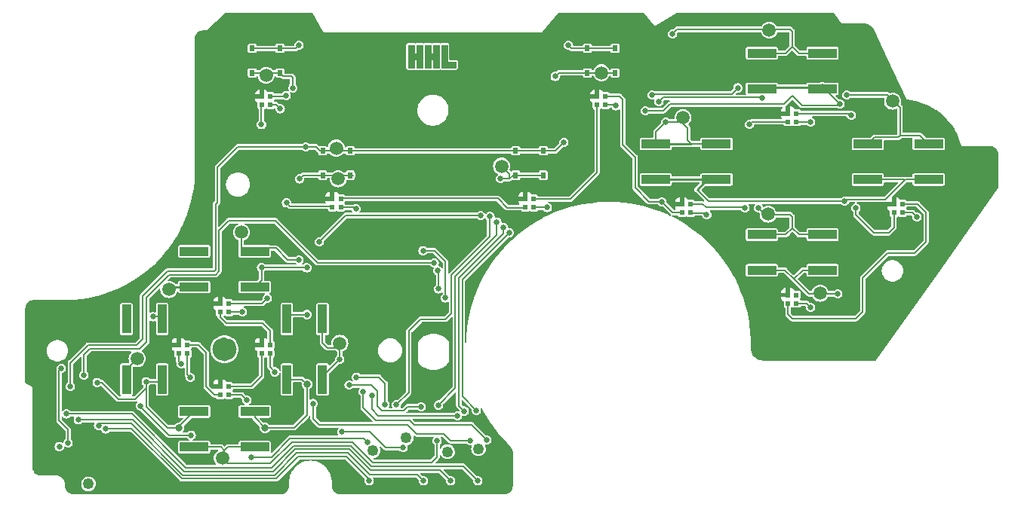
<source format=gbr>
G04 #@! TF.GenerationSoftware,KiCad,Pcbnew,7.0.6*
G04 #@! TF.CreationDate,2023-09-27T17:44:09-07:00*
G04 #@! TF.ProjectId,procon_tactile_button_board,70726f63-6f6e-45f7-9461-6374696c655f,rev?*
G04 #@! TF.SameCoordinates,Original*
G04 #@! TF.FileFunction,Copper,L1,Top*
G04 #@! TF.FilePolarity,Positive*
%FSLAX46Y46*%
G04 Gerber Fmt 4.6, Leading zero omitted, Abs format (unit mm)*
G04 Created by KiCad (PCBNEW 7.0.6) date 2023-09-27 17:44:09*
%MOMM*%
%LPD*%
G01*
G04 APERTURE LIST*
G04 #@! TA.AperFunction,NonConductor*
%ADD10C,1.370000*%
G04 #@! TD*
G04 #@! TA.AperFunction,EtchedComponent*
%ADD11C,0.050000*%
G04 #@! TD*
G04 #@! TA.AperFunction,SMDPad,CuDef*
%ADD12R,0.600000X0.650000*%
G04 #@! TD*
G04 #@! TA.AperFunction,SMDPad,CuDef*
%ADD13R,0.550000X0.550000*%
G04 #@! TD*
G04 #@! TA.AperFunction,SMDPad,CuDef*
%ADD14R,3.200000X1.000000*%
G04 #@! TD*
G04 #@! TA.AperFunction,SMDPad,CuDef*
%ADD15R,1.000000X3.200000*%
G04 #@! TD*
G04 #@! TA.AperFunction,ViaPad*
%ADD16C,0.800000*%
G04 #@! TD*
G04 #@! TA.AperFunction,ViaPad*
%ADD17C,0.650000*%
G04 #@! TD*
G04 #@! TA.AperFunction,ViaPad*
%ADD18C,1.500000*%
G04 #@! TD*
G04 #@! TA.AperFunction,ViaPad*
%ADD19C,1.250000*%
G04 #@! TD*
G04 #@! TA.AperFunction,Conductor*
%ADD20C,0.200000*%
G04 #@! TD*
G04 #@! TA.AperFunction,Conductor*
%ADD21C,0.250000*%
G04 #@! TD*
G04 APERTURE END LIST*
D10*
X120163000Y-150421000D02*
G75*
G03*
X120163000Y-150421000I-685000J0D01*
G01*
D11*
X144474829Y-118133298D02*
X145428784Y-118133298D01*
X145428784Y-118802667D01*
X143842170Y-118802667D01*
X143842170Y-116249495D01*
X144474829Y-116249495D01*
X144474829Y-118133298D01*
G04 #@! TA.AperFunction,EtchedComponent*
G36*
X144474829Y-118133298D02*
G01*
X145428784Y-118133298D01*
X145428784Y-118802667D01*
X143842170Y-118802667D01*
X143842170Y-116249495D01*
X144474829Y-116249495D01*
X144474829Y-118133298D01*
G37*
G04 #@! TD.AperFunction*
X141709066Y-118802667D02*
X141028205Y-118802667D01*
X141028205Y-117834545D01*
X140788549Y-117834545D01*
X140788549Y-118802667D01*
X140103249Y-118802667D01*
X140103249Y-116250015D01*
X140786263Y-116249495D01*
X140786263Y-117172297D01*
X141028205Y-117172297D01*
X141028205Y-116249495D01*
X141709066Y-116249495D01*
X141709066Y-118802667D01*
G04 #@! TA.AperFunction,EtchedComponent*
G36*
X141709066Y-118802667D02*
G01*
X141028205Y-118802667D01*
X141028205Y-117834545D01*
X140788549Y-117834545D01*
X140788549Y-118802667D01*
X140103249Y-118802667D01*
X140103249Y-116250015D01*
X140786263Y-116249495D01*
X140786263Y-117172297D01*
X141028205Y-117172297D01*
X141028205Y-116249495D01*
X141709066Y-116249495D01*
X141709066Y-118802667D01*
G37*
G04 #@! TD.AperFunction*
X143559066Y-118802667D02*
X142878205Y-118802667D01*
X142878205Y-117834545D01*
X142638549Y-117834545D01*
X142638549Y-118802667D01*
X141953249Y-118802667D01*
X141953249Y-116250015D01*
X142636263Y-116249495D01*
X142636263Y-117172297D01*
X142878205Y-117172297D01*
X142878205Y-116249495D01*
X143559066Y-116249495D01*
X143559066Y-118802667D01*
G04 #@! TA.AperFunction,EtchedComponent*
G36*
X143559066Y-118802667D02*
G01*
X142878205Y-118802667D01*
X142878205Y-117834545D01*
X142638549Y-117834545D01*
X142638549Y-118802667D01*
X141953249Y-118802667D01*
X141953249Y-116250015D01*
X142636263Y-116249495D01*
X142636263Y-117172297D01*
X142878205Y-117172297D01*
X142878205Y-116249495D01*
X143559066Y-116249495D01*
X143559066Y-118802667D01*
G37*
G04 #@! TD.AperFunction*
D12*
X160198000Y-116611000D03*
X163298000Y-116611000D03*
X160198000Y-119361000D03*
X163298000Y-119361000D03*
X130498000Y-128111000D03*
X133598000Y-128111000D03*
X130498000Y-130861000D03*
X133598000Y-130861000D03*
D13*
X131573000Y-134461000D03*
X132523000Y-134461000D03*
X132523000Y-133511000D03*
X131573000Y-133511000D03*
D12*
X122598000Y-116611000D03*
X125698000Y-116611000D03*
X122598000Y-119361000D03*
X125698000Y-119361000D03*
D13*
X119003000Y-146246000D03*
X119953000Y-146246000D03*
X119953000Y-145296000D03*
X119003000Y-145296000D03*
X119003000Y-155546000D03*
X119953000Y-155546000D03*
X119953000Y-154596000D03*
X119003000Y-154596000D03*
X182703000Y-145271000D03*
X183653000Y-145271000D03*
X183653000Y-144321000D03*
X182703000Y-144321000D03*
X123673000Y-122961000D03*
X124623000Y-122961000D03*
X124623000Y-122011000D03*
X123673000Y-122011000D03*
X170803000Y-135071000D03*
X171753000Y-135071000D03*
X171753000Y-134121000D03*
X170803000Y-134121000D03*
D14*
X122878000Y-157421000D03*
X116078000Y-157421000D03*
X122878000Y-161421000D03*
X116078000Y-161421000D03*
D13*
X114353000Y-150896000D03*
X115303000Y-150896000D03*
X115303000Y-149946000D03*
X114353000Y-149946000D03*
X123653000Y-150896000D03*
X124603000Y-150896000D03*
X124603000Y-149946000D03*
X123653000Y-149946000D03*
X194603000Y-135071000D03*
X195553000Y-135071000D03*
X195553000Y-134121000D03*
X194603000Y-134121000D03*
X153223000Y-134461000D03*
X154173000Y-134461000D03*
X154173000Y-133511000D03*
X153223000Y-133511000D03*
D14*
X167878000Y-131346000D03*
X174678000Y-131346000D03*
X167878000Y-127346000D03*
X174678000Y-127346000D03*
D13*
X182703000Y-124871000D03*
X183653000Y-124871000D03*
X183653000Y-123921000D03*
X182703000Y-123921000D03*
D14*
X191678000Y-131346000D03*
X198478000Y-131346000D03*
X191678000Y-127346000D03*
X198478000Y-127346000D03*
X179778000Y-141546000D03*
X186578000Y-141546000D03*
X179778000Y-137546000D03*
X186578000Y-137546000D03*
D12*
X152148000Y-128111000D03*
X155248000Y-128111000D03*
X152148000Y-130861000D03*
X155248000Y-130861000D03*
D13*
X161273000Y-122961000D03*
X162223000Y-122961000D03*
X162223000Y-122011000D03*
X161273000Y-122011000D03*
D15*
X112478000Y-153821000D03*
X112478000Y-147021000D03*
X108478000Y-153821000D03*
X108478000Y-147021000D03*
D14*
X179778000Y-121146000D03*
X186578000Y-121146000D03*
X179778000Y-117146000D03*
X186578000Y-117146000D03*
D15*
X126478000Y-147021000D03*
X126478000Y-153821000D03*
X130478000Y-147021000D03*
X130478000Y-153821000D03*
D14*
X116078000Y-143421000D03*
X122878000Y-143421000D03*
X116078000Y-139421000D03*
X122878000Y-139421000D03*
D16*
X126562720Y-138605612D03*
X170891200Y-132689600D03*
D17*
X99384720Y-162735612D03*
X181334234Y-123893767D03*
X122498720Y-121841612D03*
D16*
X141710917Y-160887606D03*
D17*
X106750720Y-161465612D03*
X118942720Y-153337612D03*
D16*
X106324400Y-156385612D03*
X120751600Y-159918400D03*
D17*
X115132720Y-148511612D03*
D16*
X125526800Y-156362400D03*
X185894937Y-135051757D03*
X190125683Y-139881547D03*
X190062720Y-138097612D03*
D17*
X113919000Y-156337000D03*
D16*
X131267200Y-156616400D03*
D17*
X117926720Y-145463612D03*
X130372720Y-133271612D03*
X160090720Y-121841612D03*
D16*
X129356720Y-159687612D03*
X113487200Y-160985200D03*
D17*
X149860000Y-132461000D03*
D16*
X150842087Y-161464691D03*
D17*
X181198902Y-144250066D03*
X147193000Y-142875000D03*
X123514720Y-148511612D03*
D16*
X125984000Y-142494000D03*
X143764000Y-153670000D03*
D17*
X193432979Y-134393539D03*
D16*
X122936000Y-138176000D03*
D17*
X138303000Y-134493000D03*
X100946952Y-161373173D03*
X115640720Y-153591612D03*
X121990720Y-156131612D03*
X185236720Y-145717612D03*
X125120400Y-152958800D03*
X125726872Y-123395697D03*
X155693975Y-134493000D03*
X173579679Y-135300648D03*
X163392720Y-123063000D03*
X197174720Y-135557612D03*
X121482720Y-146225612D03*
X185236720Y-124889612D03*
X134239000Y-134620000D03*
X101924720Y-160957612D03*
X114624720Y-152067612D03*
X101162720Y-152575612D03*
X147898720Y-165209612D03*
X101747324Y-157686249D03*
X102178720Y-154607612D03*
X158058720Y-116253612D03*
X157550720Y-127175612D03*
X127832720Y-116253612D03*
D18*
X132029200Y-127812800D03*
D17*
X128594720Y-127683612D03*
X103080657Y-158348830D03*
X144850720Y-165209612D03*
X103702720Y-153337612D03*
D19*
X104227219Y-165552532D03*
D17*
X143009050Y-140716947D03*
D16*
X128727900Y-154353612D03*
D17*
X105199223Y-154153663D03*
D16*
X122878000Y-143421000D03*
D17*
X111455200Y-146761200D03*
D16*
X112420400Y-147116800D03*
X126478000Y-147021000D03*
X126478000Y-153821000D03*
D17*
X128736649Y-146524700D03*
D16*
X116078000Y-157421000D03*
D18*
X113233200Y-143713200D03*
D16*
X112478000Y-153821000D03*
X124022720Y-159253572D03*
D17*
X123638935Y-141228354D03*
D16*
X116078000Y-143421000D03*
D17*
X128714653Y-141267635D03*
D16*
X114370720Y-159253572D03*
X122878000Y-157421000D03*
D17*
X110706298Y-154065640D03*
X105357449Y-158975997D03*
X141802720Y-165209612D03*
X135706720Y-165209612D03*
X106157243Y-159380831D03*
D18*
X186309000Y-144145000D03*
D16*
X179778000Y-141546000D03*
X186578000Y-141546000D03*
X186537600Y-121005600D03*
D17*
X188284720Y-144193612D03*
X148228722Y-135386049D03*
X188538720Y-122857612D03*
D16*
X191678000Y-131346000D03*
D17*
X130118720Y-138351612D03*
D16*
X179781200Y-121107200D03*
D17*
X189046720Y-133779612D03*
D16*
X198478000Y-131346000D03*
X174678000Y-131346000D03*
X167878000Y-131346000D03*
D17*
X166694720Y-123619612D03*
D19*
X147987385Y-161597812D03*
D17*
X141753211Y-139354258D03*
X144272000Y-144653000D03*
D19*
X136143221Y-161833702D03*
X144500157Y-161945912D03*
D17*
X143425971Y-141587729D03*
X143510000Y-143637000D03*
D19*
X139885396Y-160369374D03*
D17*
X135028817Y-155203798D03*
D18*
X161772602Y-119345941D03*
D17*
X156591000Y-119761000D03*
X148919230Y-160614197D03*
D16*
X186578000Y-117146000D03*
X179778000Y-117146000D03*
D17*
X147736989Y-157287885D03*
D18*
X180594000Y-114554000D03*
D17*
X151434800Y-137312400D03*
X169742720Y-114983612D03*
X135996469Y-155618506D03*
X150438720Y-131239612D03*
D18*
X150571200Y-129844800D03*
D17*
X145612720Y-157909612D03*
D18*
X170924659Y-124371252D03*
D16*
X174599600Y-127406400D03*
D17*
X168980720Y-124889612D03*
D16*
X167878000Y-127346000D03*
D17*
X146374376Y-157366877D03*
X150759534Y-136710860D03*
X147074758Y-160698843D03*
D16*
X122834400Y-139446000D03*
D17*
X127832720Y-140383612D03*
D16*
X116078000Y-139421000D03*
D17*
X129425838Y-156526572D03*
D18*
X121384754Y-137280073D03*
D17*
X143491167Y-156695445D03*
D16*
X198478000Y-127346000D03*
X191678000Y-127346000D03*
D17*
X150030902Y-136134071D03*
X179781200Y-122174000D03*
D18*
X194437000Y-122555000D03*
D17*
X189300720Y-121841612D03*
X168218720Y-122603612D03*
D16*
X122878000Y-161421000D03*
D18*
X119227600Y-162661600D03*
D16*
X116078000Y-161421000D03*
D17*
X143326720Y-160703612D03*
X132658720Y-159687612D03*
D16*
X130478000Y-147021000D03*
D18*
X132416626Y-149752890D03*
D17*
X139515616Y-161471318D03*
X132404720Y-151559612D03*
D16*
X130478000Y-153821000D03*
D17*
X127140349Y-121050669D03*
X133468723Y-154436917D03*
X141548720Y-156893612D03*
D18*
X124148000Y-119635612D03*
D17*
X137484720Y-156639612D03*
D18*
X132232400Y-131267200D03*
D17*
X127905066Y-131272542D03*
X134284974Y-153564714D03*
D16*
X179778000Y-137546000D03*
D18*
X180467000Y-135255000D03*
D17*
X149261976Y-135483192D03*
X177088800Y-121056400D03*
D16*
X186578000Y-137546000D03*
D17*
X138771393Y-156665823D03*
X179394720Y-134541612D03*
X167456720Y-121841612D03*
X135499804Y-160857483D03*
D16*
X108478000Y-153821000D03*
D17*
X110052720Y-156768800D03*
D16*
X108458000Y-147066000D03*
D18*
X109677200Y-151485600D03*
D17*
X122488221Y-162536550D03*
X115739662Y-160096670D03*
X124276720Y-144701612D03*
X123629229Y-125152363D03*
X126400528Y-121917191D03*
X126428426Y-133955211D03*
X168554400Y-133858000D03*
X177870720Y-134541612D03*
X178378720Y-125143612D03*
X189808720Y-124127612D03*
X190316720Y-134541612D03*
D20*
X167581532Y-121716800D02*
X167456720Y-121841612D01*
X176428400Y-121716800D02*
X167581532Y-121716800D01*
X177088800Y-121056400D02*
X176428400Y-121716800D01*
X181229174Y-144250066D02*
X181198902Y-144250066D01*
X193705518Y-134121000D02*
X194603000Y-134121000D01*
X153223000Y-133511000D02*
X150910000Y-133511000D01*
X193432979Y-134393539D02*
X193705518Y-134121000D01*
X114353000Y-149946000D02*
X114353000Y-149291332D01*
X122567720Y-121910612D02*
X122498720Y-121841612D01*
X160159720Y-121910612D02*
X160090720Y-121841612D01*
X114353000Y-149291332D02*
X115132720Y-148511612D01*
X150910000Y-133511000D02*
X149860000Y-132461000D01*
X155693975Y-134493000D02*
X154379108Y-134493000D01*
X134080000Y-134461000D02*
X132547108Y-134461000D01*
X183670000Y-145288000D02*
X184807108Y-145288000D01*
X125267175Y-122936000D02*
X125726872Y-123395697D01*
X124623000Y-122961000D02*
X124648000Y-122936000D01*
X183671612Y-124889612D02*
X185236720Y-124889612D01*
X115303000Y-153253892D02*
X115640720Y-153591612D01*
X173579679Y-135300648D02*
X173407031Y-135128000D01*
X119953000Y-146246000D02*
X121462332Y-146246000D01*
X154379108Y-134493000D02*
X154246720Y-134360612D01*
X124648000Y-122936000D02*
X125267175Y-122936000D01*
X115303000Y-150896000D02*
X115303000Y-153253892D01*
X195553000Y-135071000D02*
X196688108Y-135071000D01*
X119953000Y-155546000D02*
X121405108Y-155546000D01*
X125120400Y-152958800D02*
X124603000Y-152441400D01*
X184807108Y-145288000D02*
X185236720Y-145717612D01*
X171810000Y-135128000D02*
X171753000Y-135071000D01*
X134239000Y-134620000D02*
X134080000Y-134461000D01*
X121462332Y-146246000D02*
X121482720Y-146225612D01*
X163392720Y-123063000D02*
X163290720Y-122961000D01*
X183653000Y-145271000D02*
X183670000Y-145288000D01*
X183653000Y-124871000D02*
X183671612Y-124889612D01*
X124603000Y-152441400D02*
X124603000Y-150978472D01*
X196688108Y-135071000D02*
X197174720Y-135557612D01*
X163290720Y-122961000D02*
X162223000Y-122961000D01*
X121405108Y-155546000D02*
X121990720Y-156131612D01*
X173407031Y-135128000D02*
X171810000Y-135128000D01*
X100908720Y-152829612D02*
X101162720Y-152575612D01*
X100908720Y-158417612D02*
X100908720Y-152829612D01*
X114624720Y-152067612D02*
X114353000Y-151795892D01*
X101924720Y-160957612D02*
X101924720Y-159433612D01*
X101924720Y-159433612D02*
X100908720Y-158417612D01*
X114353000Y-151795892D02*
X114353000Y-150896000D01*
X146269509Y-163580401D02*
X147898720Y-165209612D01*
X124741588Y-163751612D02*
X127238127Y-161255073D01*
X115132720Y-163751612D02*
X124741588Y-163751612D01*
X101747324Y-157686249D02*
X109067357Y-157686249D01*
X109067357Y-157686249D02*
X115132720Y-163751612D01*
X127238127Y-161255073D02*
X133646082Y-161255073D01*
X135971410Y-163580401D02*
X146269509Y-163580401D01*
X133646082Y-161255073D02*
X135971410Y-163580401D01*
X110286800Y-144424400D02*
X113080800Y-141630400D01*
X118465600Y-134145890D02*
X118688720Y-133922770D01*
X113080800Y-141630400D02*
X118306314Y-141630400D01*
X158416108Y-116611000D02*
X163298000Y-116611000D01*
X102204120Y-151948280D02*
X104190800Y-149961600D01*
X122598000Y-116611000D02*
X127475332Y-116611000D01*
X129770612Y-127683612D02*
X130204600Y-128117600D01*
X109626400Y-149961600D02*
X110286800Y-149301200D01*
X158058720Y-116253612D02*
X158416108Y-116611000D01*
X102178720Y-151948280D02*
X102204120Y-151948280D01*
X102178720Y-154607612D02*
X102178720Y-151948280D01*
X118688720Y-133922770D02*
X118688720Y-129969612D01*
X118465600Y-141471114D02*
X118465600Y-134145890D01*
X128594720Y-127683612D02*
X129770612Y-127683612D01*
X118688720Y-129969612D02*
X120974720Y-127683612D01*
X130204600Y-128117600D02*
X156608732Y-128117600D01*
X110286800Y-149301200D02*
X110286800Y-144424400D01*
X156608732Y-128117600D02*
X157550720Y-127175612D01*
X118306314Y-141630400D02*
X118465600Y-141471114D01*
X127475332Y-116611000D02*
X127832720Y-116253612D01*
X104190800Y-149961600D02*
X109626400Y-149961600D01*
X120974720Y-127683612D02*
X128594720Y-127683612D01*
X143646720Y-164005612D02*
X144850720Y-165209612D01*
X109164252Y-158348830D02*
X114970166Y-164154744D01*
X103080657Y-158348830D02*
X109164252Y-158348830D01*
X133495104Y-161669781D02*
X135830935Y-164005612D01*
X114970166Y-164154744D02*
X124948056Y-164154744D01*
X127433019Y-161669781D02*
X133495104Y-161669781D01*
X135830935Y-164005612D02*
X143646720Y-164005612D01*
X124948056Y-164154744D02*
X127433019Y-161669781D01*
X129944055Y-140716947D02*
X143009050Y-140716947D01*
X109982000Y-150368000D02*
X110744000Y-149606000D01*
X118872000Y-141630400D02*
X118872000Y-137047667D01*
X110744000Y-144576800D02*
X113284000Y-142036800D01*
X125207975Y-135980867D02*
X129944055Y-140716947D01*
X103702720Y-151059280D02*
X104394000Y-150368000D01*
X113284000Y-142036800D02*
X118465600Y-142036800D01*
X104394000Y-150368000D02*
X109982000Y-150368000D01*
X103702720Y-153337612D02*
X103702720Y-151059280D01*
X118872000Y-137047667D02*
X119938800Y-135980867D01*
X118465600Y-142036800D02*
X118872000Y-141630400D01*
X110744000Y-149606000D02*
X110744000Y-144576800D01*
X119938800Y-135980867D02*
X125207975Y-135980867D01*
X128195288Y-153821000D02*
X126478000Y-153821000D01*
X113050002Y-159253572D02*
X110706298Y-156909868D01*
X128736649Y-146524700D02*
X126974300Y-146524700D01*
X128727900Y-157806787D02*
X127281115Y-159253572D01*
X114370720Y-159253572D02*
X114370720Y-159128280D01*
X112233360Y-154065640D02*
X112478000Y-153821000D01*
X110706298Y-154686000D02*
X110706298Y-154065640D01*
D21*
X112478000Y-147059200D02*
X112420400Y-147116800D01*
D20*
X123638935Y-142660065D02*
X122878000Y-143421000D01*
X110706298Y-154774502D02*
X110706298Y-154686000D01*
X114370720Y-159253572D02*
X113050002Y-159253572D01*
X122878000Y-158108852D02*
X122878000Y-157421000D01*
X109474000Y-156006800D02*
X110706298Y-154774502D01*
X123638935Y-141228354D02*
X123638935Y-142660065D01*
X128727900Y-154353612D02*
X128727900Y-157806787D01*
X127281115Y-159253572D02*
X124022720Y-159253572D01*
D21*
X112478000Y-147021000D02*
X112478000Y-147059200D01*
D20*
X114370720Y-159128280D02*
X116078000Y-157421000D01*
X107543600Y-156006800D02*
X109474000Y-156006800D01*
X111455200Y-146761200D02*
X112064800Y-146761200D01*
D21*
X113525400Y-143421000D02*
X116078000Y-143421000D01*
D20*
X105690463Y-154153663D02*
X107543600Y-156006800D01*
X110706298Y-156909868D02*
X110706298Y-154686000D01*
X110706298Y-154065640D02*
X112233360Y-154065640D01*
X124022720Y-159253572D02*
X122878000Y-158108852D01*
X123638935Y-141228354D02*
X128675372Y-141228354D01*
X105199223Y-154153663D02*
X105690463Y-154153663D01*
X112064800Y-146761200D02*
X112420400Y-147116800D01*
X126974300Y-146524700D02*
X126478000Y-147021000D01*
X128675372Y-141228354D02*
X128714653Y-141267635D01*
X128727900Y-154353612D02*
X128195288Y-153821000D01*
D21*
X113233200Y-143713200D02*
X113525400Y-143421000D01*
D20*
X135764406Y-164513612D02*
X133332406Y-162081612D01*
X108998566Y-158748830D02*
X105584616Y-158748830D01*
X105584616Y-158748830D02*
X105357449Y-158975997D01*
X133332406Y-162081612D02*
X127608298Y-162081612D01*
X141106720Y-164513612D02*
X135764406Y-164513612D01*
X125120458Y-164569452D02*
X114819188Y-164569452D01*
X114819188Y-164569452D02*
X108998566Y-158748830D01*
X141802720Y-165209612D02*
X141106720Y-164513612D01*
X127608298Y-162081612D02*
X125120458Y-164569452D01*
X135706720Y-165021612D02*
X135706720Y-165209612D01*
X133166720Y-162481612D02*
X135706720Y-165021612D01*
X114656978Y-164972928D02*
X125287190Y-164972928D01*
X127778506Y-162481612D02*
X133166720Y-162481612D01*
X109064881Y-159380831D02*
X114656978Y-164972928D01*
X125287190Y-164972928D02*
X127778506Y-162481612D01*
X106157243Y-159380831D02*
X109064881Y-159380831D01*
X183360000Y-142522000D02*
X184336000Y-141546000D01*
X184253970Y-123015970D02*
X183178000Y-121940000D01*
D21*
X186537600Y-121005600D02*
X179882800Y-121005600D01*
D20*
X182384000Y-141546000D02*
X179778000Y-141546000D01*
X186827108Y-121146000D02*
X186578000Y-121146000D01*
X148228722Y-135386049D02*
X133084283Y-135386049D01*
X188538720Y-122857612D02*
X186827108Y-121146000D01*
X173806720Y-133779612D02*
X189046720Y-133779612D01*
X169488720Y-122857612D02*
X168726720Y-123619612D01*
X188380362Y-123015970D02*
X184253970Y-123015970D01*
X195816200Y-131401800D02*
X195760400Y-131346000D01*
D21*
X179778000Y-121110400D02*
X179781200Y-121107200D01*
D20*
X188284720Y-144193612D02*
X185031612Y-144193612D01*
X195816200Y-131401800D02*
X195872000Y-131346000D01*
X188538720Y-122857612D02*
X188380362Y-123015970D01*
X184336000Y-141546000D02*
X186578000Y-141546000D01*
D21*
X186578000Y-121046000D02*
X186537600Y-121005600D01*
D20*
X195760400Y-131346000D02*
X191678000Y-131346000D01*
D21*
X179882800Y-121005600D02*
X179781200Y-121107200D01*
D20*
X195872000Y-131346000D02*
X198478000Y-131346000D01*
X183360000Y-142522000D02*
X182384000Y-141546000D01*
X182260388Y-122857612D02*
X169488720Y-122857612D01*
X189241047Y-133585285D02*
X193632715Y-133585285D01*
X172518620Y-132491512D02*
X173806720Y-133779612D01*
X189046720Y-133779612D02*
X189241047Y-133585285D01*
X168726720Y-123619612D02*
X166694720Y-123619612D01*
X133084283Y-135386049D02*
X130118720Y-138351612D01*
D21*
X173664132Y-131346000D02*
X172518620Y-132491512D01*
D20*
X185031612Y-144193612D02*
X183360000Y-142522000D01*
X193632715Y-133585285D02*
X195816200Y-131401800D01*
D21*
X174678000Y-131346000D02*
X173664132Y-131346000D01*
D20*
X183178000Y-121940000D02*
X182260388Y-122857612D01*
D21*
X174678000Y-131346000D02*
X167878000Y-131346000D01*
X179778000Y-121146000D02*
X179778000Y-121110400D01*
X186578000Y-121146000D02*
X186578000Y-121046000D01*
D20*
X141753211Y-139354258D02*
X143037258Y-139354258D01*
X144272000Y-140589000D02*
X144272000Y-144653000D01*
X143037258Y-139354258D02*
X144018000Y-140335000D01*
X144018000Y-140335000D02*
X144272000Y-140589000D01*
X143425971Y-141587729D02*
X143510000Y-141671758D01*
X143510000Y-141671758D02*
X143510000Y-143637000D01*
X135028817Y-156977709D02*
X135028817Y-155203798D01*
X147230645Y-158925612D02*
X140786720Y-158925612D01*
X148919230Y-160614197D02*
X147230645Y-158925612D01*
X156591000Y-119761000D02*
X156991000Y-119361000D01*
X136468720Y-158417612D02*
X135028817Y-156977709D01*
X140278720Y-158417612D02*
X136468720Y-158417612D01*
X140786720Y-158925612D02*
X140278720Y-158417612D01*
X156991000Y-119361000D02*
X163298000Y-119361000D01*
X147736989Y-157287885D02*
X146173998Y-155724894D01*
X183178000Y-116402800D02*
X182434800Y-117146000D01*
X183921200Y-117146000D02*
X186578000Y-117146000D01*
X183178000Y-116402800D02*
X183178000Y-114702892D01*
X146173998Y-155724894D02*
X146173998Y-142573202D01*
X182950720Y-114475612D02*
X170250720Y-114475612D01*
X183178000Y-114702892D02*
X182950720Y-114475612D01*
X146173998Y-142573202D02*
X151434800Y-137312400D01*
X183178000Y-116402800D02*
X183921200Y-117146000D01*
X182434800Y-117146000D02*
X179778000Y-117146000D01*
X170250720Y-114475612D02*
X169742720Y-114983612D01*
X151848000Y-130861000D02*
X155248000Y-130861000D01*
X150571200Y-129844800D02*
X151473000Y-130746600D01*
X150442332Y-131236000D02*
X151473000Y-131236000D01*
X136722720Y-157909612D02*
X145612720Y-157909612D01*
X135996469Y-157183361D02*
X136722720Y-157909612D01*
X151473000Y-131236000D02*
X151848000Y-130861000D01*
X150438720Y-131239612D02*
X150442332Y-131236000D01*
X135996469Y-155618506D02*
X135996469Y-157183361D01*
X151473000Y-130746600D02*
X151473000Y-131236000D01*
X167878000Y-125992332D02*
X167878000Y-127346000D01*
X171442040Y-126954312D02*
X171833728Y-127346000D01*
X145773764Y-156766265D02*
X145773764Y-142389236D01*
X150759534Y-137403466D02*
X150759534Y-136710860D01*
X145773764Y-142389236D02*
X150759534Y-137403466D01*
X168980720Y-124889612D02*
X170758720Y-124889612D01*
D21*
X174678000Y-127346000D02*
X174660000Y-127346000D01*
X174660000Y-127346000D02*
X174599600Y-127406400D01*
D20*
X146374376Y-157366877D02*
X145773764Y-156766265D01*
D21*
X167878000Y-127346000D02*
X171833728Y-127346000D01*
D20*
X171442040Y-125572932D02*
X171442040Y-126954312D01*
X170758720Y-124889612D02*
X171442040Y-125572932D01*
X171833728Y-127346000D02*
X174678000Y-127346000D01*
X168980720Y-124889612D02*
X167878000Y-125992332D01*
X141040720Y-159941612D02*
X144088720Y-159941612D01*
X126562720Y-140383612D02*
X127832720Y-140383612D01*
X144845951Y-160698843D02*
X147074758Y-160698843D01*
X121361200Y-138938000D02*
X121361200Y-137303627D01*
X125245754Y-139066646D02*
X126562720Y-140383612D01*
X130118720Y-158925612D02*
X140024720Y-158925612D01*
X123232354Y-139066646D02*
X122878000Y-139421000D01*
X122878000Y-139421000D02*
X121844200Y-139421000D01*
D21*
X122878000Y-139421000D02*
X122859400Y-139421000D01*
D20*
X129425838Y-158232730D02*
X130118720Y-158925612D01*
X125245754Y-139066646D02*
X123232354Y-139066646D01*
X140024720Y-158925612D02*
X141040720Y-159941612D01*
X129425838Y-156526572D02*
X129425838Y-158232730D01*
X121844200Y-139421000D02*
X121361200Y-138938000D01*
X144088720Y-159941612D02*
X144845951Y-160698843D01*
X121361200Y-137303627D02*
X121384754Y-137280073D01*
D21*
X122859400Y-139421000D02*
X122834400Y-139446000D01*
D20*
X179781200Y-122174000D02*
X179730400Y-122123200D01*
X193872720Y-121841612D02*
X189300720Y-121841612D01*
X197530760Y-126398760D02*
X198478000Y-127346000D01*
X149987000Y-137610314D02*
X149987000Y-136144000D01*
X145373530Y-142223784D02*
X149987000Y-137610314D01*
X145373530Y-154813082D02*
X145373530Y-142223784D01*
X195078000Y-126602800D02*
X192421200Y-126602800D01*
X143491167Y-156695445D02*
X145373530Y-154813082D01*
X195282040Y-123250932D02*
X193872720Y-121841612D01*
X168699132Y-122123200D02*
X168218720Y-122603612D01*
X179730400Y-122123200D02*
X168699132Y-122123200D01*
X195078000Y-126602800D02*
X195282040Y-126398760D01*
X195282040Y-126398760D02*
X197530760Y-126398760D01*
X195282040Y-126398760D02*
X195282040Y-123250932D01*
X192421200Y-126602800D02*
X191678000Y-127346000D01*
X119478000Y-162734692D02*
X119391322Y-162821370D01*
X119478000Y-161808600D02*
X119865600Y-161421000D01*
X142691001Y-163162239D02*
X136147946Y-163162239D01*
X119387370Y-162821370D02*
X119391322Y-162821370D01*
X136147946Y-163162239D02*
X133827555Y-160841848D01*
X119865600Y-161421000D02*
X122878000Y-161421000D01*
X119227600Y-162661600D02*
X119387370Y-162821370D01*
X119478000Y-161808600D02*
X119478000Y-162734692D01*
X143326720Y-160703612D02*
X143326720Y-162526520D01*
X127041752Y-160841848D02*
X124639988Y-163243612D01*
X133827555Y-160841848D02*
X127041752Y-160841848D01*
X119090400Y-161421000D02*
X116078000Y-161421000D01*
X143326720Y-162526520D02*
X142691001Y-163162239D01*
X119813564Y-163243612D02*
X119391322Y-162821370D01*
X119478000Y-161808600D02*
X119090400Y-161421000D01*
X124639988Y-163243612D02*
X119813564Y-163243612D01*
X139515616Y-161471318D02*
X137526198Y-161471318D01*
X130478000Y-153486332D02*
X130478000Y-153821000D01*
X132404720Y-150543612D02*
X132114680Y-150253572D01*
X132404720Y-151559612D02*
X130478000Y-153486332D01*
X135742492Y-159687612D02*
X132658720Y-159687612D01*
X132404720Y-151559612D02*
X132404720Y-150543612D01*
X131051172Y-150253572D02*
X130478000Y-149680400D01*
X132114680Y-150253572D02*
X131051172Y-150253572D01*
X137526198Y-161471318D02*
X135742492Y-159687612D01*
X130478000Y-149680400D02*
X130478000Y-147021000D01*
X126997108Y-119736000D02*
X126073000Y-119736000D01*
X133468723Y-154436917D02*
X135940516Y-154436917D01*
X126073000Y-119736000D02*
X125698000Y-119361000D01*
X140024720Y-156893612D02*
X141548720Y-156893612D01*
X127140349Y-119879241D02*
X126997108Y-119736000D01*
X136638279Y-156813261D02*
X137161601Y-157336583D01*
X139581749Y-157336583D02*
X140024720Y-156893612D01*
X127140349Y-121050669D02*
X127140349Y-119879241D01*
X136638279Y-155134680D02*
X136638279Y-156813261D01*
X135940516Y-154436917D02*
X136638279Y-155134680D01*
X125698000Y-119361000D02*
X122598000Y-119361000D01*
X137161601Y-157336583D02*
X139581749Y-157336583D01*
X128316608Y-130861000D02*
X133898000Y-130861000D01*
X127905066Y-131272542D02*
X128316608Y-130861000D01*
X137484720Y-154243297D02*
X137484720Y-156639612D01*
X136806137Y-153564714D02*
X137484720Y-154243297D01*
X134284974Y-153564714D02*
X136806137Y-153564714D01*
X183178000Y-136802800D02*
X183921200Y-137546000D01*
X144939944Y-142080056D02*
X149225000Y-137795000D01*
X183921200Y-137546000D02*
X186578000Y-137546000D01*
X140171699Y-148372301D02*
X141478000Y-147066000D01*
X144272000Y-147066000D02*
X144939944Y-146398056D01*
X183178000Y-136802800D02*
X182434800Y-137546000D01*
X138771393Y-156665823D02*
X140171699Y-155265517D01*
X182434800Y-137546000D02*
X179778000Y-137546000D01*
X149225000Y-137795000D02*
X149225000Y-135509000D01*
X182950720Y-135303612D02*
X180156720Y-135303612D01*
X180156720Y-135303612D02*
X179394720Y-134541612D01*
X140171699Y-155265517D02*
X140171699Y-148372301D01*
X183178000Y-135530892D02*
X182950720Y-135303612D01*
X183178000Y-136802800D02*
X183178000Y-135530892D01*
X141478000Y-147066000D02*
X144272000Y-147066000D01*
X144939944Y-146398056D02*
X144939944Y-142080056D01*
X110052720Y-156768800D02*
X110052720Y-156893612D01*
D21*
X108478000Y-147021000D02*
X108478000Y-147046000D01*
D20*
X110052720Y-156893612D02*
X113255778Y-160096670D01*
X126831706Y-160442294D02*
X135084615Y-160442294D01*
X113255778Y-160096670D02*
X115739662Y-160096670D01*
X135084615Y-160442294D02*
X135499804Y-160857483D01*
X109677200Y-151485600D02*
X108478000Y-152684800D01*
X124737450Y-162536550D02*
X126831706Y-160442294D01*
X122488221Y-162536550D02*
X124737450Y-162536550D01*
D21*
X108478000Y-147046000D02*
X108458000Y-147066000D01*
D20*
X108478000Y-152684800D02*
X108478000Y-153821000D01*
X117418720Y-154607612D02*
X118357108Y-155546000D01*
X116567108Y-149946000D02*
X117418720Y-150797612D01*
X115303000Y-149946000D02*
X116567108Y-149946000D01*
X117418720Y-150797612D02*
X117418720Y-154607612D01*
X118357108Y-155546000D02*
X119003000Y-155546000D01*
X119961000Y-145288000D02*
X123690332Y-145288000D01*
X123629229Y-125152363D02*
X123629229Y-123004771D01*
X123629229Y-123004771D02*
X123673000Y-122961000D01*
X123690332Y-145288000D02*
X124276720Y-144701612D01*
X122510332Y-154596000D02*
X123653000Y-153453332D01*
X119953000Y-154596000D02*
X122510332Y-154596000D01*
X123653000Y-153453332D02*
X123653000Y-150896000D01*
X119704720Y-147495612D02*
X119003000Y-146793892D01*
X123768720Y-147495612D02*
X119704720Y-147495612D01*
X124603000Y-148329892D02*
X123768720Y-147495612D01*
X119003000Y-146793892D02*
X119003000Y-146246000D01*
X124603000Y-149946000D02*
X124603000Y-148329892D01*
X126833827Y-134360612D02*
X131496720Y-134360612D01*
X126428426Y-133955211D02*
X126833827Y-134360612D01*
X126306719Y-122011000D02*
X126400528Y-121917191D01*
X124623000Y-122011000D02*
X126306719Y-122011000D01*
X151166646Y-134507538D02*
X153149794Y-134507538D01*
X132557000Y-133477000D02*
X150136108Y-133477000D01*
X150136108Y-133477000D02*
X151166646Y-134507538D01*
X132523000Y-133511000D02*
X132557000Y-133477000D01*
X165557200Y-128832092D02*
X165557200Y-132283200D01*
X164154720Y-122349612D02*
X164154720Y-127429612D01*
X167132000Y-133858000D02*
X168554400Y-133858000D01*
X165557200Y-132283200D02*
X167132000Y-133858000D01*
X169767400Y-135071000D02*
X170803000Y-135071000D01*
X162223000Y-122011000D02*
X163816108Y-122011000D01*
X168554400Y-133858000D02*
X169767400Y-135071000D01*
X163816108Y-122011000D02*
X164154720Y-122349612D01*
X164154720Y-127429612D02*
X165557200Y-128832092D01*
X171756648Y-134117352D02*
X173128548Y-134117352D01*
X178378720Y-125143612D02*
X178651332Y-124871000D01*
X177823635Y-134494527D02*
X177870720Y-134541612D01*
X173505723Y-134494527D02*
X177823635Y-134494527D01*
X173128548Y-134117352D02*
X173505723Y-134494527D01*
X178651332Y-124871000D02*
X182752108Y-124871000D01*
X171753000Y-134121000D02*
X171756648Y-134117352D01*
X194003816Y-137335612D02*
X194603000Y-136736428D01*
X190316720Y-135303612D02*
X192348720Y-137335612D01*
X194603000Y-136736428D02*
X194603000Y-135071000D01*
X183684000Y-123952000D02*
X189633108Y-123952000D01*
X190316720Y-134541612D02*
X190316720Y-135303612D01*
X183653000Y-123921000D02*
X183684000Y-123952000D01*
X189633108Y-123952000D02*
X189808720Y-124127612D01*
X192348720Y-137335612D02*
X194003816Y-137335612D01*
X182703000Y-146485892D02*
X182703000Y-145271000D01*
X195553000Y-134121000D02*
X195562000Y-134112000D01*
X183204720Y-146987612D02*
X182703000Y-146485892D01*
X191078720Y-142415612D02*
X191078720Y-146225612D01*
X196920720Y-139621612D02*
X193872720Y-139621612D01*
X193872720Y-139621612D02*
X191078720Y-142415612D01*
X197253108Y-134112000D02*
X198190720Y-135049612D01*
X190316720Y-146987612D02*
X183204720Y-146987612D01*
X198190720Y-135049612D02*
X198190720Y-138351612D01*
X198190720Y-138351612D02*
X196920720Y-139621612D01*
X195562000Y-134112000D02*
X197253108Y-134112000D01*
X191078720Y-146225612D02*
X190316720Y-146987612D01*
X154378520Y-133542412D02*
X158295920Y-133542412D01*
X154246720Y-133410612D02*
X154378520Y-133542412D01*
X161273000Y-130565332D02*
X161273000Y-122936892D01*
X158295920Y-133542412D02*
X161273000Y-130565332D01*
G04 #@! TA.AperFunction,Conductor*
G36*
X129295990Y-112613813D02*
G01*
X129312133Y-112632854D01*
X130539613Y-114710127D01*
X130546282Y-114724904D01*
X130547500Y-114728655D01*
X130562860Y-114749795D01*
X130564781Y-114752720D01*
X130569574Y-114760830D01*
X130569576Y-114760832D01*
X130573287Y-114765321D01*
X130573219Y-114765377D01*
X130577997Y-114770630D01*
X130585887Y-114781489D01*
X130591160Y-114785321D01*
X130600019Y-114790375D01*
X130605997Y-114792965D01*
X130619352Y-114794232D01*
X130626314Y-114795675D01*
X130626328Y-114795588D01*
X130632081Y-114796499D01*
X130632083Y-114796500D01*
X130641494Y-114796500D01*
X130644992Y-114796666D01*
X130652493Y-114797377D01*
X130671014Y-114799135D01*
X130671016Y-114799133D01*
X130674864Y-114798276D01*
X130690979Y-114796500D01*
X155043131Y-114796500D01*
X155045747Y-114796592D01*
X155073456Y-114798560D01*
X155083066Y-114792568D01*
X155099351Y-114784986D01*
X155110112Y-114781490D01*
X155126440Y-114759014D01*
X155128051Y-114756956D01*
X155131617Y-114752716D01*
X156922620Y-112622874D01*
X156966485Y-112597611D01*
X156979258Y-112596500D01*
X166466268Y-112596500D01*
X166513834Y-112613813D01*
X166523116Y-112623126D01*
X167714793Y-114053139D01*
X167717748Y-114057220D01*
X167730083Y-114076955D01*
X167745917Y-114083350D01*
X167757621Y-114089337D01*
X167772088Y-114098445D01*
X167772088Y-114098444D01*
X167772089Y-114098445D01*
X167781237Y-114100758D01*
X167790638Y-114101415D01*
X167790638Y-114101414D01*
X167790639Y-114101415D01*
X167800598Y-114098930D01*
X167807215Y-114097280D01*
X167820213Y-114095242D01*
X167837253Y-114094110D01*
X167855137Y-114079205D01*
X167859205Y-114076259D01*
X170208826Y-112607747D01*
X170248046Y-112596500D01*
X187763583Y-112596500D01*
X187811149Y-112613813D01*
X187821602Y-112624568D01*
X188717919Y-113756758D01*
X188735888Y-113781490D01*
X188744158Y-113784177D01*
X188762278Y-113792943D01*
X188769523Y-113797762D01*
X188769525Y-113797763D01*
X188800072Y-113796500D01*
X191155671Y-113796500D01*
X191181277Y-113796500D01*
X191183920Y-113796595D01*
X191286300Y-113803925D01*
X191376718Y-113810399D01*
X191387171Y-113811904D01*
X191572159Y-113852194D01*
X191582299Y-113855176D01*
X191759639Y-113921405D01*
X191769252Y-113925800D01*
X191935365Y-114016629D01*
X191944247Y-114022346D01*
X191987905Y-114055079D01*
X192095718Y-114135913D01*
X192103701Y-114142842D01*
X192237442Y-114276829D01*
X192244356Y-114284824D01*
X192357644Y-114436500D01*
X192363349Y-114445400D01*
X192455707Y-114615045D01*
X192456885Y-114617407D01*
X192463658Y-114632288D01*
X193900910Y-117790552D01*
X195941583Y-122274792D01*
X195942958Y-122279162D01*
X195956876Y-122308396D01*
X195963361Y-122322646D01*
X195965262Y-122326011D01*
X195968835Y-122333515D01*
X195974655Y-122337521D01*
X195987277Y-122348507D01*
X195995915Y-122357943D01*
X195995916Y-122357944D01*
X196000321Y-122360439D01*
X196003639Y-122361850D01*
X196004015Y-122360793D01*
X196013195Y-122364051D01*
X196013196Y-122364051D01*
X196013198Y-122364052D01*
X196031674Y-122365519D01*
X196036129Y-122366147D01*
X196059906Y-122370999D01*
X196059910Y-122370997D01*
X196062307Y-122370725D01*
X196079215Y-122370749D01*
X196537347Y-122424142D01*
X196540011Y-122424552D01*
X197030394Y-122518632D01*
X197033006Y-122519233D01*
X197425023Y-122624807D01*
X197515142Y-122649078D01*
X197517741Y-122649881D01*
X197989028Y-122814787D01*
X197991561Y-122815779D01*
X198449462Y-123014860D01*
X198451915Y-123016036D01*
X198790343Y-123193794D01*
X198893810Y-123248140D01*
X198893942Y-123248209D01*
X198896302Y-123249562D01*
X199169028Y-123419471D01*
X199314496Y-123510098D01*
X199320084Y-123513579D01*
X199322339Y-123515102D01*
X199725585Y-123809539D01*
X199727722Y-123811223D01*
X200108258Y-124134493D01*
X200110242Y-124136307D01*
X200466013Y-124486665D01*
X200467868Y-124488633D01*
X200587004Y-124624592D01*
X200796945Y-124864182D01*
X200798643Y-124866271D01*
X200886237Y-124982452D01*
X201099229Y-125264959D01*
X201100786Y-125267190D01*
X201371270Y-125686877D01*
X201372659Y-125689216D01*
X201485696Y-125896637D01*
X201610851Y-126126296D01*
X201611584Y-126127640D01*
X201612794Y-126130070D01*
X201818872Y-126584867D01*
X201819898Y-126587372D01*
X201992010Y-127056077D01*
X201992853Y-127058664D01*
X202065490Y-127312795D01*
X202124456Y-127519100D01*
X202124651Y-127519780D01*
X202127500Y-127540117D01*
X202127500Y-127548654D01*
X202127501Y-127548655D01*
X202128243Y-127550942D01*
X202131529Y-127558012D01*
X202132164Y-127557663D01*
X202136862Y-127566193D01*
X202136864Y-127566195D01*
X202141414Y-127570933D01*
X202148985Y-127578815D01*
X202152231Y-127582693D01*
X202165826Y-127601404D01*
X202165888Y-127601490D01*
X202167315Y-127602526D01*
X202170452Y-127603961D01*
X202195026Y-127611079D01*
X202198482Y-127612080D01*
X202212083Y-127616500D01*
X202212088Y-127616500D01*
X202213441Y-127616715D01*
X202217948Y-127617719D01*
X202225902Y-127620024D01*
X202231483Y-127618648D01*
X202249185Y-127616500D01*
X205401071Y-127616500D01*
X205426178Y-127616500D01*
X205429806Y-127616678D01*
X205460778Y-127619728D01*
X205596235Y-127633070D01*
X205610453Y-127635898D01*
X205765254Y-127682855D01*
X205778652Y-127688406D01*
X205823031Y-127712127D01*
X205907984Y-127757536D01*
X205921307Y-127764657D01*
X205933364Y-127772713D01*
X205982211Y-127812800D01*
X206058408Y-127875333D01*
X206068666Y-127885591D01*
X206100377Y-127924231D01*
X206167307Y-128005786D01*
X206171283Y-128010630D01*
X206179342Y-128022692D01*
X206255593Y-128165347D01*
X206261145Y-128178749D01*
X206308100Y-128333541D01*
X206310930Y-128347769D01*
X206327321Y-128514193D01*
X206327499Y-128517821D01*
X206327499Y-132190615D01*
X206313955Y-132233290D01*
X199927646Y-141280562D01*
X192598320Y-151663776D01*
X192598038Y-151664175D01*
X192556463Y-151693051D01*
X192537582Y-151695500D01*
X179953679Y-151695500D01*
X179953671Y-151695499D01*
X179945059Y-151695499D01*
X179919583Y-151695499D01*
X179916682Y-151695385D01*
X179705004Y-151678729D01*
X179693536Y-151676914D01*
X179491315Y-151628369D01*
X179480272Y-151624781D01*
X179444851Y-151610110D01*
X179415283Y-151597862D01*
X179288140Y-151545201D01*
X179277793Y-151539929D01*
X179100476Y-151431272D01*
X179091082Y-151424447D01*
X178932947Y-151289391D01*
X178924735Y-151281180D01*
X178849644Y-151193261D01*
X178789670Y-151123042D01*
X178782846Y-151113649D01*
X178726389Y-151021522D01*
X178674180Y-150936327D01*
X178668915Y-150925993D01*
X178589324Y-150733847D01*
X178585741Y-150722819D01*
X178537191Y-150520599D01*
X178535375Y-150509131D01*
X178533982Y-150491430D01*
X178518787Y-150298374D01*
X178518692Y-150294357D01*
X178530572Y-149911377D01*
X178528142Y-149773767D01*
X178516872Y-149135661D01*
X178484015Y-148640746D01*
X178465477Y-148361508D01*
X178395528Y-147755527D01*
X178376512Y-147590785D01*
X178339874Y-147368773D01*
X178250185Y-146825286D01*
X178086797Y-146066838D01*
X177886733Y-145317230D01*
X177873694Y-145276448D01*
X177773434Y-144962854D01*
X177650465Y-144578233D01*
X177603800Y-144453528D01*
X177460656Y-144071000D01*
X181928000Y-144071000D01*
X182453000Y-144071000D01*
X182453000Y-143546000D01*
X182380171Y-143546000D01*
X182320624Y-143552402D01*
X182320619Y-143552403D01*
X182185912Y-143602645D01*
X182185911Y-143602646D01*
X182070811Y-143688811D01*
X181984646Y-143803911D01*
X181984645Y-143803912D01*
X181934403Y-143938619D01*
X181934402Y-143938624D01*
X181928000Y-143998171D01*
X181928000Y-144071000D01*
X177460656Y-144071000D01*
X177378550Y-143851584D01*
X177378549Y-143851584D01*
X177364437Y-143818821D01*
X177271327Y-143602645D01*
X177071646Y-143139045D01*
X176730456Y-142442241D01*
X176730455Y-142442241D01*
X176730453Y-142442236D01*
X176522835Y-142065748D01*
X177977500Y-142065748D01*
X177980759Y-142082130D01*
X177989133Y-142124232D01*
X178007215Y-142151292D01*
X178033448Y-142190552D01*
X178060520Y-142208641D01*
X178099767Y-142234866D01*
X178099768Y-142234866D01*
X178099769Y-142234867D01*
X178158252Y-142246500D01*
X178158254Y-142246500D01*
X181397746Y-142246500D01*
X181397748Y-142246500D01*
X181456231Y-142234867D01*
X181522552Y-142190552D01*
X181566867Y-142124231D01*
X181578500Y-142065748D01*
X181578500Y-141920500D01*
X181595813Y-141872934D01*
X181639650Y-141847624D01*
X181652500Y-141846500D01*
X182228877Y-141846500D01*
X182276443Y-141863813D01*
X182281203Y-141868174D01*
X183110575Y-142697546D01*
X183122896Y-142713862D01*
X183124808Y-142717295D01*
X183124813Y-142717301D01*
X183156024Y-142743219D01*
X183158551Y-142745522D01*
X184775930Y-144362901D01*
X184783016Y-144372749D01*
X184783522Y-144372368D01*
X184787655Y-144377841D01*
X184823397Y-144410424D01*
X184824634Y-144411605D01*
X184838815Y-144425786D01*
X184842468Y-144428288D01*
X184846470Y-144431459D01*
X184858808Y-144442706D01*
X184870677Y-144453527D01*
X184870678Y-144453527D01*
X184870679Y-144453528D01*
X184882546Y-144458125D01*
X184897633Y-144466077D01*
X184908131Y-144473268D01*
X184939999Y-144480763D01*
X184944901Y-144482281D01*
X184975438Y-144494112D01*
X184975439Y-144494112D01*
X184988165Y-144494112D01*
X185005108Y-144496078D01*
X185017493Y-144498991D01*
X185049927Y-144494466D01*
X185055038Y-144494112D01*
X185373490Y-144494112D01*
X185421056Y-144511425D01*
X185438752Y-144533229D01*
X185514859Y-144675617D01*
X185514862Y-144675622D01*
X185514864Y-144675625D01*
X185633643Y-144820357D01*
X185778375Y-144939136D01*
X185778380Y-144939138D01*
X185778382Y-144939140D01*
X185943494Y-145027394D01*
X185943496Y-145027394D01*
X185943499Y-145027396D01*
X186122669Y-145081747D01*
X186309000Y-145100099D01*
X186495331Y-145081747D01*
X186674501Y-145027396D01*
X186839625Y-144939136D01*
X186984357Y-144820357D01*
X187103136Y-144675625D01*
X187160447Y-144568403D01*
X187179248Y-144533229D01*
X187216939Y-144499440D01*
X187244510Y-144494112D01*
X187816430Y-144494112D01*
X187863996Y-144511425D01*
X187875137Y-144523063D01*
X187891638Y-144544566D01*
X187909929Y-144568403D01*
X188019702Y-144652636D01*
X188147537Y-144705586D01*
X188284720Y-144723647D01*
X188421903Y-144705586D01*
X188549738Y-144652636D01*
X188659511Y-144568403D01*
X188743744Y-144458630D01*
X188796694Y-144330795D01*
X188814755Y-144193612D01*
X188796694Y-144056429D01*
X188743744Y-143928595D01*
X188743742Y-143928592D01*
X188659513Y-143818823D01*
X188659512Y-143818822D01*
X188608260Y-143779494D01*
X188549738Y-143734588D01*
X188549736Y-143734587D01*
X188421902Y-143681637D01*
X188302779Y-143665954D01*
X188284720Y-143663577D01*
X188284719Y-143663577D01*
X188147537Y-143681637D01*
X188019704Y-143734587D01*
X187909928Y-143818822D01*
X187909925Y-143818825D01*
X187875137Y-143864161D01*
X187832445Y-143891358D01*
X187816430Y-143893112D01*
X187280742Y-143893112D01*
X187233176Y-143875799D01*
X187209929Y-143840594D01*
X187191396Y-143779499D01*
X187103136Y-143614375D01*
X186984357Y-143469643D01*
X186839625Y-143350864D01*
X186839622Y-143350862D01*
X186839617Y-143350859D01*
X186674505Y-143262605D01*
X186495332Y-143208253D01*
X186309000Y-143189901D01*
X186122667Y-143208253D01*
X185943494Y-143262605D01*
X185778382Y-143350859D01*
X185778373Y-143350865D01*
X185633643Y-143469643D01*
X185514865Y-143614373D01*
X185514859Y-143614382D01*
X185426606Y-143779494D01*
X185426605Y-143779496D01*
X185426604Y-143779499D01*
X185408071Y-143840594D01*
X185377697Y-143881086D01*
X185337258Y-143893112D01*
X185186736Y-143893112D01*
X185139170Y-143875799D01*
X185134410Y-143871438D01*
X183837297Y-142574325D01*
X183815905Y-142528449D01*
X183829006Y-142479554D01*
X183837297Y-142469673D01*
X184129508Y-142177463D01*
X184438796Y-141868174D01*
X184484674Y-141846782D01*
X184491123Y-141846500D01*
X184703500Y-141846500D01*
X184751066Y-141863813D01*
X184776376Y-141907650D01*
X184777500Y-141920500D01*
X184777500Y-142065748D01*
X184780759Y-142082130D01*
X184789133Y-142124232D01*
X184807215Y-142151292D01*
X184833448Y-142190552D01*
X184860520Y-142208641D01*
X184899767Y-142234866D01*
X184899768Y-142234866D01*
X184899769Y-142234867D01*
X184958252Y-142246500D01*
X184958254Y-142246500D01*
X188197746Y-142246500D01*
X188197748Y-142246500D01*
X188256231Y-142234867D01*
X188322552Y-142190552D01*
X188366867Y-142124231D01*
X188378500Y-142065748D01*
X188378500Y-141026252D01*
X188366867Y-140967769D01*
X188363906Y-140963338D01*
X188330703Y-140913647D01*
X188322552Y-140901448D01*
X188270555Y-140866704D01*
X188256232Y-140857133D01*
X188256233Y-140857133D01*
X188226989Y-140851316D01*
X188197748Y-140845500D01*
X184958252Y-140845500D01*
X184929010Y-140851316D01*
X184899767Y-140857133D01*
X184833449Y-140901447D01*
X184833447Y-140901449D01*
X184789133Y-140967767D01*
X184781789Y-141004688D01*
X184779252Y-141017447D01*
X184777500Y-141026253D01*
X184777500Y-141171500D01*
X184760187Y-141219066D01*
X184716350Y-141244376D01*
X184703500Y-141245500D01*
X184397087Y-141245500D01*
X184385110Y-141243546D01*
X184385023Y-141244174D01*
X184378234Y-141243226D01*
X184346971Y-141244672D01*
X184329896Y-141245461D01*
X184328212Y-141245500D01*
X184308149Y-141245500D01*
X184303815Y-141246311D01*
X184298725Y-141246902D01*
X184272594Y-141248110D01*
X184266006Y-141248415D01*
X184266004Y-141248416D01*
X184254356Y-141253558D01*
X184238075Y-141258600D01*
X184225567Y-141260938D01*
X184225563Y-141260940D01*
X184197732Y-141278171D01*
X184193197Y-141280562D01*
X184163239Y-141293790D01*
X184163232Y-141293795D01*
X184154230Y-141302797D01*
X184140868Y-141313380D01*
X184130050Y-141320079D01*
X184130044Y-141320084D01*
X184110316Y-141346208D01*
X184106949Y-141350077D01*
X183412325Y-142044702D01*
X183366449Y-142066094D01*
X183317554Y-142052993D01*
X183307678Y-142044706D01*
X182639681Y-141376710D01*
X182632597Y-141366862D01*
X182632091Y-141367245D01*
X182627958Y-141361772D01*
X182592996Y-141329900D01*
X182592208Y-141329181D01*
X182590976Y-141328005D01*
X182576796Y-141313825D01*
X182573149Y-141311326D01*
X182569132Y-141308144D01*
X182563699Y-141303191D01*
X182544933Y-141286084D01*
X182533061Y-141281484D01*
X182517981Y-141273536D01*
X182507480Y-141266343D01*
X182475612Y-141258848D01*
X182470713Y-141257331D01*
X182440174Y-141245500D01*
X182440173Y-141245500D01*
X182427447Y-141245500D01*
X182410504Y-141243534D01*
X182398119Y-141240621D01*
X182398117Y-141240621D01*
X182387641Y-141242082D01*
X182365684Y-141245145D01*
X182360574Y-141245500D01*
X181652500Y-141245500D01*
X181604934Y-141228187D01*
X181579624Y-141184350D01*
X181578500Y-141171500D01*
X181578500Y-141026253D01*
X181577719Y-141022325D01*
X181566867Y-140967769D01*
X181563906Y-140963338D01*
X181530703Y-140913647D01*
X181522552Y-140901448D01*
X181470555Y-140866704D01*
X181456232Y-140857133D01*
X181456233Y-140857133D01*
X181426989Y-140851316D01*
X181397748Y-140845500D01*
X178158252Y-140845500D01*
X178129010Y-140851316D01*
X178099767Y-140857133D01*
X178033449Y-140901447D01*
X178033447Y-140901449D01*
X177989133Y-140967767D01*
X177981789Y-141004688D01*
X177977500Y-141026252D01*
X177977500Y-142065748D01*
X176522835Y-142065748D01*
X176355796Y-141762846D01*
X176355793Y-141762841D01*
X176355783Y-141762823D01*
X176355782Y-141762823D01*
X175948553Y-141102467D01*
X175509698Y-140462677D01*
X175040256Y-139844972D01*
X175020464Y-139821402D01*
X174541338Y-139250812D01*
X174541331Y-139250804D01*
X174541331Y-139250803D01*
X174014136Y-138681617D01*
X174014130Y-138681611D01*
X173459875Y-138138711D01*
X173443577Y-138124231D01*
X173193075Y-137901678D01*
X173192994Y-137901529D01*
X173169916Y-137881019D01*
X173169917Y-137881019D01*
X172876064Y-137619862D01*
X172576752Y-137379213D01*
X172263300Y-137127195D01*
X171714186Y-136728596D01*
X171626999Y-136665307D01*
X171479057Y-136568673D01*
X170968718Y-136235327D01*
X170290060Y-135838303D01*
X169656938Y-135508657D01*
X169622745Y-135471335D01*
X169620541Y-135420764D01*
X169651359Y-135380608D01*
X169700779Y-135369656D01*
X169704712Y-135370282D01*
X169711226Y-135371499D01*
X169711227Y-135371500D01*
X169723953Y-135371500D01*
X169740896Y-135373466D01*
X169742316Y-135373800D01*
X169753281Y-135376379D01*
X169785715Y-135371854D01*
X169790826Y-135371500D01*
X170267914Y-135371500D01*
X170315480Y-135388813D01*
X170333234Y-135418788D01*
X170336345Y-135417500D01*
X170339133Y-135424232D01*
X170363961Y-135461388D01*
X170383448Y-135490552D01*
X170402151Y-135503049D01*
X170449767Y-135534866D01*
X170449768Y-135534866D01*
X170449769Y-135534867D01*
X170508252Y-135546500D01*
X170508254Y-135546500D01*
X171097746Y-135546500D01*
X171097748Y-135546500D01*
X171156231Y-135534867D01*
X171222552Y-135490552D01*
X171222556Y-135490545D01*
X171225674Y-135487429D01*
X171271550Y-135466037D01*
X171320445Y-135479138D01*
X171330326Y-135487429D01*
X171333445Y-135490548D01*
X171333448Y-135490552D01*
X171352151Y-135503049D01*
X171399767Y-135534866D01*
X171399768Y-135534866D01*
X171399769Y-135534867D01*
X171458252Y-135546500D01*
X171458254Y-135546500D01*
X172047746Y-135546500D01*
X172047748Y-135546500D01*
X172106231Y-135534867D01*
X172172552Y-135490552D01*
X172192038Y-135461388D01*
X172232861Y-135431456D01*
X172253568Y-135428500D01*
X173014394Y-135428500D01*
X173061960Y-135445813D01*
X173082761Y-135474181D01*
X173120655Y-135565667D01*
X173144705Y-135597008D01*
X173204888Y-135675439D01*
X173314661Y-135759672D01*
X173442496Y-135812622D01*
X173579679Y-135830683D01*
X173716862Y-135812622D01*
X173844697Y-135759672D01*
X173954470Y-135675439D01*
X174038703Y-135565666D01*
X174091653Y-135437831D01*
X174109714Y-135300648D01*
X174091653Y-135163465D01*
X174038703Y-135035631D01*
X174038701Y-135035628D01*
X173954472Y-134925859D01*
X173951041Y-134922428D01*
X173952565Y-134920903D01*
X173929720Y-134885044D01*
X173936327Y-134834858D01*
X173973647Y-134800660D01*
X174001966Y-134795027D01*
X177366300Y-134795027D01*
X177413866Y-134812340D01*
X177425006Y-134823976D01*
X177495929Y-134916403D01*
X177605702Y-135000636D01*
X177733537Y-135053586D01*
X177870720Y-135071647D01*
X178007903Y-135053586D01*
X178135738Y-135000636D01*
X178245511Y-134916403D01*
X178329744Y-134806630D01*
X178382694Y-134678795D01*
X178400755Y-134541612D01*
X178382694Y-134404429D01*
X178329744Y-134276595D01*
X178270325Y-134199159D01*
X178255104Y-134150884D01*
X178274475Y-134104118D01*
X178319375Y-134080745D01*
X178329034Y-134080112D01*
X178936406Y-134080112D01*
X178983972Y-134097425D01*
X179009282Y-134141262D01*
X179000492Y-134191112D01*
X178995117Y-134199156D01*
X178959779Y-134245210D01*
X178935695Y-134276596D01*
X178882745Y-134404429D01*
X178864685Y-134541611D01*
X178864685Y-134541612D01*
X178865110Y-134544840D01*
X178882745Y-134678794D01*
X178927645Y-134787194D01*
X178935696Y-134806630D01*
X179019929Y-134916403D01*
X179129702Y-135000636D01*
X179257537Y-135053586D01*
X179394720Y-135071647D01*
X179439293Y-135065778D01*
X179488712Y-135076733D01*
X179519528Y-135116892D01*
X179522597Y-135146398D01*
X179518290Y-135190126D01*
X179511901Y-135255000D01*
X179519378Y-135330916D01*
X179530253Y-135441332D01*
X179550951Y-135509564D01*
X179579632Y-135604112D01*
X179584604Y-135620500D01*
X179584605Y-135620503D01*
X179672859Y-135785617D01*
X179672862Y-135785622D01*
X179672864Y-135785625D01*
X179791643Y-135930357D01*
X179936375Y-136049136D01*
X179936380Y-136049138D01*
X179936382Y-136049140D01*
X180101494Y-136137394D01*
X180101496Y-136137394D01*
X180101499Y-136137396D01*
X180280669Y-136191747D01*
X180467000Y-136210099D01*
X180653331Y-136191747D01*
X180832501Y-136137396D01*
X180997625Y-136049136D01*
X181142357Y-135930357D01*
X181261136Y-135785625D01*
X181298655Y-135715431D01*
X181337248Y-135643229D01*
X181374939Y-135609440D01*
X181402510Y-135604112D01*
X182795597Y-135604112D01*
X182843163Y-135621425D01*
X182847923Y-135625786D01*
X182855826Y-135633689D01*
X182877218Y-135679565D01*
X182877500Y-135686015D01*
X182877500Y-136647677D01*
X182860187Y-136695243D01*
X182855826Y-136700003D01*
X182332003Y-137223826D01*
X182286127Y-137245218D01*
X182279677Y-137245500D01*
X181652500Y-137245500D01*
X181604934Y-137228187D01*
X181579624Y-137184350D01*
X181578500Y-137171500D01*
X181578500Y-137026253D01*
X181578500Y-137026252D01*
X181566867Y-136967769D01*
X181522552Y-136901448D01*
X181486691Y-136877486D01*
X181456232Y-136857133D01*
X181456233Y-136857133D01*
X181426989Y-136851316D01*
X181397748Y-136845500D01*
X178158252Y-136845500D01*
X178129010Y-136851316D01*
X178099767Y-136857133D01*
X178033449Y-136901447D01*
X178033447Y-136901449D01*
X177989133Y-136967767D01*
X177986623Y-136980386D01*
X177979182Y-137017799D01*
X177977500Y-137026253D01*
X177977500Y-138065746D01*
X177989133Y-138124232D01*
X177998806Y-138138708D01*
X178033448Y-138190552D01*
X178069182Y-138214429D01*
X178099767Y-138234866D01*
X178099768Y-138234866D01*
X178099769Y-138234867D01*
X178158252Y-138246500D01*
X178158254Y-138246500D01*
X181397746Y-138246500D01*
X181397748Y-138246500D01*
X181456231Y-138234867D01*
X181522552Y-138190552D01*
X181566867Y-138124231D01*
X181578500Y-138065748D01*
X181578500Y-137920500D01*
X181595813Y-137872934D01*
X181639650Y-137847624D01*
X181652500Y-137846500D01*
X182373713Y-137846500D01*
X182385689Y-137848453D01*
X182385777Y-137847826D01*
X182392565Y-137848773D01*
X182440903Y-137846538D01*
X182442588Y-137846500D01*
X182462642Y-137846500D01*
X182462644Y-137846500D01*
X182466987Y-137845687D01*
X182472066Y-137845097D01*
X182504792Y-137843585D01*
X182516439Y-137838441D01*
X182532727Y-137833398D01*
X182545233Y-137831061D01*
X182573081Y-137813818D01*
X182577594Y-137811438D01*
X182607565Y-137798206D01*
X182616561Y-137789208D01*
X182629938Y-137778614D01*
X182640752Y-137771919D01*
X182641127Y-137771422D01*
X182660487Y-137745783D01*
X182663851Y-137741919D01*
X182919927Y-137485843D01*
X183125674Y-137280096D01*
X183171550Y-137258705D01*
X183220444Y-137271806D01*
X183230325Y-137280097D01*
X183665519Y-137715291D01*
X183672604Y-137725137D01*
X183673110Y-137724756D01*
X183677243Y-137730229D01*
X183712974Y-137762802D01*
X183714211Y-137763983D01*
X183728402Y-137778174D01*
X183732050Y-137780674D01*
X183736070Y-137783857D01*
X183760267Y-137805916D01*
X183760270Y-137805917D01*
X183772132Y-137810512D01*
X183787224Y-137818467D01*
X183797720Y-137825657D01*
X183829608Y-137833156D01*
X183834480Y-137834665D01*
X183854535Y-137842435D01*
X183865026Y-137846500D01*
X183865027Y-137846500D01*
X183877754Y-137846500D01*
X183894696Y-137848465D01*
X183907082Y-137851379D01*
X183939519Y-137846854D01*
X183944628Y-137846500D01*
X184703500Y-137846500D01*
X184751066Y-137863813D01*
X184776376Y-137907650D01*
X184777500Y-137920500D01*
X184777500Y-138065746D01*
X184789133Y-138124232D01*
X184798806Y-138138708D01*
X184833448Y-138190552D01*
X184869182Y-138214429D01*
X184899767Y-138234866D01*
X184899768Y-138234866D01*
X184899769Y-138234867D01*
X184958252Y-138246500D01*
X184958254Y-138246500D01*
X188197746Y-138246500D01*
X188197748Y-138246500D01*
X188256231Y-138234867D01*
X188322552Y-138190552D01*
X188366867Y-138124231D01*
X188378500Y-138065748D01*
X188378500Y-137026252D01*
X188366867Y-136967769D01*
X188322552Y-136901448D01*
X188286691Y-136877486D01*
X188256232Y-136857133D01*
X188256233Y-136857133D01*
X188226989Y-136851316D01*
X188197748Y-136845500D01*
X184958252Y-136845500D01*
X184929010Y-136851316D01*
X184899767Y-136857133D01*
X184833449Y-136901447D01*
X184833447Y-136901449D01*
X184789133Y-136967767D01*
X184786623Y-136980386D01*
X184779182Y-137017799D01*
X184777500Y-137026253D01*
X184777500Y-137171500D01*
X184760187Y-137219066D01*
X184716350Y-137244376D01*
X184703500Y-137245500D01*
X184076323Y-137245500D01*
X184028757Y-137228187D01*
X184023997Y-137223826D01*
X183500174Y-136700003D01*
X183478782Y-136654127D01*
X183478500Y-136647677D01*
X183478500Y-135591981D01*
X183480454Y-135580007D01*
X183479826Y-135579920D01*
X183480773Y-135573129D01*
X183480150Y-135559651D01*
X183478538Y-135524789D01*
X183478500Y-135523103D01*
X183478500Y-135503049D01*
X183478500Y-135503048D01*
X183477687Y-135498703D01*
X183477096Y-135493619D01*
X183475585Y-135460900D01*
X183470442Y-135449252D01*
X183465398Y-135432961D01*
X183463061Y-135420460D01*
X183463061Y-135420459D01*
X183445826Y-135392623D01*
X183443437Y-135388091D01*
X183430206Y-135358126D01*
X183421206Y-135349126D01*
X183410616Y-135335756D01*
X183403919Y-135324940D01*
X183403918Y-135324938D01*
X183377793Y-135305210D01*
X183373923Y-135301843D01*
X183206402Y-135134323D01*
X183199317Y-135124474D01*
X183198811Y-135124857D01*
X183194678Y-135119384D01*
X183182635Y-135108405D01*
X183158928Y-135086793D01*
X183157696Y-135085617D01*
X183143516Y-135071437D01*
X183139869Y-135068938D01*
X183135852Y-135065756D01*
X183125806Y-135056598D01*
X183111653Y-135043696D01*
X183099781Y-135039096D01*
X183084701Y-135031148D01*
X183074200Y-135023955D01*
X183042332Y-135016460D01*
X183037433Y-135014943D01*
X183006894Y-135003112D01*
X183006893Y-135003112D01*
X182994167Y-135003112D01*
X182977224Y-135001146D01*
X182964839Y-134998233D01*
X182964837Y-134998233D01*
X182954361Y-134999694D01*
X182932404Y-135002757D01*
X182927294Y-135003112D01*
X181438742Y-135003112D01*
X181391176Y-134985799D01*
X181367929Y-134950594D01*
X181349396Y-134889499D01*
X181279119Y-134758019D01*
X181261140Y-134724382D01*
X181261138Y-134724380D01*
X181261136Y-134724375D01*
X181142357Y-134579643D01*
X180997625Y-134460864D01*
X180997622Y-134460862D01*
X180997617Y-134460859D01*
X180832505Y-134372605D01*
X180653332Y-134318253D01*
X180560165Y-134309077D01*
X180467000Y-134299901D01*
X180466999Y-134299901D01*
X180280667Y-134318253D01*
X180101494Y-134372605D01*
X180003218Y-134425135D01*
X179953107Y-134432289D01*
X179910121Y-134405559D01*
X179899968Y-134388191D01*
X179881898Y-134344566D01*
X179853744Y-134276595D01*
X179794325Y-134199159D01*
X179779104Y-134150884D01*
X179798475Y-134104118D01*
X179843375Y-134080745D01*
X179853034Y-134080112D01*
X188578430Y-134080112D01*
X188625996Y-134097425D01*
X188637137Y-134109063D01*
X188654564Y-134131773D01*
X188671929Y-134154403D01*
X188781702Y-134238636D01*
X188909537Y-134291586D01*
X189046720Y-134309647D01*
X189183903Y-134291586D01*
X189311738Y-134238636D01*
X189421511Y-134154403D01*
X189505744Y-134044630D01*
X189547610Y-133943555D01*
X189552617Y-133931467D01*
X189586814Y-133894146D01*
X189620984Y-133885785D01*
X190154807Y-133885785D01*
X190202373Y-133903098D01*
X190227683Y-133946935D01*
X190218893Y-133996785D01*
X190183125Y-134028152D01*
X190179537Y-134029637D01*
X190179537Y-134029638D01*
X190161433Y-134037137D01*
X190051704Y-134082587D01*
X189941929Y-134166821D01*
X189857695Y-134276596D01*
X189804745Y-134404429D01*
X189786685Y-134541611D01*
X189786685Y-134541612D01*
X189787110Y-134544840D01*
X189804745Y-134678794D01*
X189849645Y-134787194D01*
X189857696Y-134806630D01*
X189941929Y-134916403D01*
X189987270Y-134951194D01*
X190014466Y-134993885D01*
X190016220Y-135009901D01*
X190016220Y-135242524D01*
X190014267Y-135254501D01*
X190014894Y-135254589D01*
X190013946Y-135261377D01*
X190015169Y-135287812D01*
X190016181Y-135309714D01*
X190016220Y-135311399D01*
X190016220Y-135331462D01*
X190017031Y-135335798D01*
X190017622Y-135340889D01*
X190018448Y-135358740D01*
X190019135Y-135373606D01*
X190024274Y-135385244D01*
X190029320Y-135401535D01*
X190031658Y-135414044D01*
X190031659Y-135414045D01*
X190048895Y-135441886D01*
X190051286Y-135446421D01*
X190064514Y-135476377D01*
X190064515Y-135476378D01*
X190073513Y-135485376D01*
X190084100Y-135498742D01*
X190090801Y-135509564D01*
X190090802Y-135509565D01*
X190116932Y-135529298D01*
X190120802Y-135532665D01*
X192093038Y-137504901D01*
X192100124Y-137514749D01*
X192100630Y-137514368D01*
X192104761Y-137519839D01*
X192104762Y-137519840D01*
X192128970Y-137541909D01*
X192140505Y-137552424D01*
X192141742Y-137553605D01*
X192155923Y-137567786D01*
X192159576Y-137570288D01*
X192163578Y-137573459D01*
X192176710Y-137585430D01*
X192187785Y-137595527D01*
X192187786Y-137595527D01*
X192187787Y-137595528D01*
X192195248Y-137598418D01*
X192199651Y-137600124D01*
X192214741Y-137608077D01*
X192225239Y-137615269D01*
X192257108Y-137622764D01*
X192262007Y-137624280D01*
X192292547Y-137636112D01*
X192305273Y-137636112D01*
X192322208Y-137638076D01*
X192334601Y-137640991D01*
X192367035Y-137636466D01*
X192372146Y-137636112D01*
X193942729Y-137636112D01*
X193954705Y-137638065D01*
X193954793Y-137637438D01*
X193961581Y-137638385D01*
X194009919Y-137636150D01*
X194011604Y-137636112D01*
X194031658Y-137636112D01*
X194031660Y-137636112D01*
X194036003Y-137635299D01*
X194041082Y-137634709D01*
X194073808Y-137633197D01*
X194085455Y-137628053D01*
X194101743Y-137623010D01*
X194114249Y-137620673D01*
X194142097Y-137603430D01*
X194146610Y-137601050D01*
X194176581Y-137587818D01*
X194185577Y-137578820D01*
X194198954Y-137568226D01*
X194199672Y-137567782D01*
X194209768Y-137561531D01*
X194229503Y-137535395D01*
X194232867Y-137531531D01*
X194492592Y-137271806D01*
X194772288Y-136992109D01*
X194782136Y-136985027D01*
X194781753Y-136984520D01*
X194787221Y-136980389D01*
X194787228Y-136980386D01*
X194819837Y-136944614D01*
X194820995Y-136943403D01*
X194826789Y-136937609D01*
X194835174Y-136929225D01*
X194837673Y-136925575D01*
X194840848Y-136921566D01*
X194862916Y-136897361D01*
X194867515Y-136885486D01*
X194875468Y-136870401D01*
X194882656Y-136859909D01*
X194884192Y-136853377D01*
X194890152Y-136828037D01*
X194891667Y-136823141D01*
X194903500Y-136792601D01*
X194903500Y-136779873D01*
X194905466Y-136762930D01*
X194908379Y-136750547D01*
X194903854Y-136718111D01*
X194903500Y-136713001D01*
X194903500Y-135606085D01*
X194920813Y-135558519D01*
X194950803Y-135540805D01*
X194949499Y-135537655D01*
X194956226Y-135534867D01*
X194956231Y-135534867D01*
X195022552Y-135490552D01*
X195022556Y-135490545D01*
X195025674Y-135487429D01*
X195071550Y-135466037D01*
X195120445Y-135479138D01*
X195130326Y-135487429D01*
X195133445Y-135490548D01*
X195133448Y-135490552D01*
X195152151Y-135503049D01*
X195199767Y-135534866D01*
X195199768Y-135534866D01*
X195199769Y-135534867D01*
X195258252Y-135546500D01*
X195258254Y-135546500D01*
X195847746Y-135546500D01*
X195847748Y-135546500D01*
X195906231Y-135534867D01*
X195972552Y-135490552D01*
X196016867Y-135424231D01*
X196016867Y-135424228D01*
X196019655Y-135417500D01*
X196022913Y-135418849D01*
X196041793Y-135387768D01*
X196088086Y-135371500D01*
X196532985Y-135371500D01*
X196580551Y-135388813D01*
X196585311Y-135393174D01*
X196631103Y-135438966D01*
X196652495Y-135484842D01*
X196652144Y-135500950D01*
X196646148Y-135546500D01*
X196644685Y-135557612D01*
X196646728Y-135573127D01*
X196662745Y-135694794D01*
X196715695Y-135822628D01*
X196715696Y-135822630D01*
X196799929Y-135932403D01*
X196909702Y-136016636D01*
X197037537Y-136069586D01*
X197174720Y-136087647D01*
X197311903Y-136069586D01*
X197439738Y-136016636D01*
X197549511Y-135932403D01*
X197633744Y-135822630D01*
X197686694Y-135694795D01*
X197704755Y-135557612D01*
X197686694Y-135420429D01*
X197633744Y-135292595D01*
X197630074Y-135287812D01*
X197549513Y-135182823D01*
X197549512Y-135182822D01*
X197538124Y-135174083D01*
X197439738Y-135098588D01*
X197423466Y-135091848D01*
X197311902Y-135045637D01*
X197192780Y-135029954D01*
X197174720Y-135027577D01*
X197174719Y-135027577D01*
X197118058Y-135035036D01*
X197068639Y-135024080D01*
X197056074Y-135013995D01*
X196943790Y-134901711D01*
X196936705Y-134891862D01*
X196936199Y-134892245D01*
X196932066Y-134886772D01*
X196918137Y-134874074D01*
X196896316Y-134854181D01*
X196895084Y-134853005D01*
X196880904Y-134838825D01*
X196877257Y-134836326D01*
X196873240Y-134833144D01*
X196872446Y-134832420D01*
X196849041Y-134811084D01*
X196837169Y-134806484D01*
X196822089Y-134798536D01*
X196811588Y-134791343D01*
X196779720Y-134783848D01*
X196774821Y-134782331D01*
X196744282Y-134770500D01*
X196744281Y-134770500D01*
X196731555Y-134770500D01*
X196714612Y-134768534D01*
X196702227Y-134765621D01*
X196702225Y-134765621D01*
X196691749Y-134767082D01*
X196669792Y-134770145D01*
X196664682Y-134770500D01*
X196088086Y-134770500D01*
X196040520Y-134753187D01*
X196022765Y-134723211D01*
X196019655Y-134724500D01*
X196016866Y-134717767D01*
X195990798Y-134678755D01*
X195972552Y-134651448D01*
X195972548Y-134651445D01*
X195969429Y-134648326D01*
X195948037Y-134602450D01*
X195961138Y-134553555D01*
X195969429Y-134543674D01*
X195972545Y-134540556D01*
X195972552Y-134540552D01*
X196016867Y-134474231D01*
X196017298Y-134472063D01*
X196018768Y-134469640D01*
X196019655Y-134467500D01*
X196019984Y-134467636D01*
X196043557Y-134428789D01*
X196089876Y-134412500D01*
X197097985Y-134412500D01*
X197145551Y-134429813D01*
X197150310Y-134434174D01*
X197868546Y-135152409D01*
X197889938Y-135198284D01*
X197890220Y-135204734D01*
X197890219Y-138196489D01*
X197872906Y-138244055D01*
X197868545Y-138248815D01*
X196817923Y-139299438D01*
X196772047Y-139320830D01*
X196765597Y-139321112D01*
X193933808Y-139321112D01*
X193921831Y-139319158D01*
X193921744Y-139319786D01*
X193914955Y-139318838D01*
X193883692Y-139320284D01*
X193866617Y-139321073D01*
X193864933Y-139321112D01*
X193844869Y-139321112D01*
X193840535Y-139321923D01*
X193835445Y-139322514D01*
X193811764Y-139323609D01*
X193802726Y-139324027D01*
X193791083Y-139329168D01*
X193774797Y-139334211D01*
X193762292Y-139336549D01*
X193762286Y-139336551D01*
X193734448Y-139353787D01*
X193729916Y-139356176D01*
X193722843Y-139359299D01*
X193699954Y-139369405D01*
X193690954Y-139378406D01*
X193677590Y-139388992D01*
X193666766Y-139395694D01*
X193666764Y-139395696D01*
X193647033Y-139421824D01*
X193643666Y-139425693D01*
X190909428Y-142159931D01*
X190899585Y-142167017D01*
X190899965Y-142167520D01*
X190894493Y-142171652D01*
X190861894Y-142207409D01*
X190860717Y-142208641D01*
X190846542Y-142222818D01*
X190844046Y-142226463D01*
X190840865Y-142230478D01*
X190818805Y-142254677D01*
X190818803Y-142254679D01*
X190814203Y-142266553D01*
X190806256Y-142281629D01*
X190799064Y-142292129D01*
X190791567Y-142324002D01*
X190790050Y-142328900D01*
X190786796Y-142337300D01*
X190778401Y-142358974D01*
X190778220Y-142359440D01*
X190778220Y-142372165D01*
X190776255Y-142389100D01*
X190773341Y-142401493D01*
X190777865Y-142433928D01*
X190778220Y-142439036D01*
X190778220Y-146070489D01*
X190760907Y-146118055D01*
X190756546Y-146122815D01*
X190213923Y-146665438D01*
X190168047Y-146686830D01*
X190161597Y-146687112D01*
X183359843Y-146687112D01*
X183312277Y-146669799D01*
X183307517Y-146665438D01*
X183025174Y-146383094D01*
X183003782Y-146337217D01*
X183003500Y-146330768D01*
X183003500Y-145806085D01*
X183020813Y-145758519D01*
X183050803Y-145740805D01*
X183049499Y-145737655D01*
X183056226Y-145734867D01*
X183056231Y-145734867D01*
X183122552Y-145690552D01*
X183122556Y-145690545D01*
X183125674Y-145687429D01*
X183171550Y-145666037D01*
X183220445Y-145679138D01*
X183230326Y-145687429D01*
X183233445Y-145690548D01*
X183233448Y-145690552D01*
X183275535Y-145718674D01*
X183299767Y-145734866D01*
X183299768Y-145734866D01*
X183299769Y-145734867D01*
X183358252Y-145746500D01*
X183358254Y-145746500D01*
X183947746Y-145746500D01*
X183947748Y-145746500D01*
X184006231Y-145734867D01*
X184072552Y-145690552D01*
X184116867Y-145624231D01*
X184116867Y-145624230D01*
X184118767Y-145621387D01*
X184159588Y-145591456D01*
X184180295Y-145588500D01*
X184639302Y-145588500D01*
X184686868Y-145605813D01*
X184712178Y-145649650D01*
X184712669Y-145672159D01*
X184706685Y-145717611D01*
X184724745Y-145854794D01*
X184768569Y-145960595D01*
X184777696Y-145982630D01*
X184861929Y-146092403D01*
X184971702Y-146176636D01*
X185099537Y-146229586D01*
X185236720Y-146247647D01*
X185373903Y-146229586D01*
X185501738Y-146176636D01*
X185611511Y-146092403D01*
X185695744Y-145982630D01*
X185748694Y-145854795D01*
X185766755Y-145717612D01*
X185748694Y-145580429D01*
X185695744Y-145452595D01*
X185695116Y-145451776D01*
X185611513Y-145342823D01*
X185611512Y-145342822D01*
X185611441Y-145342767D01*
X185501738Y-145258588D01*
X185501736Y-145258587D01*
X185373902Y-145205637D01*
X185254779Y-145189954D01*
X185236720Y-145187577D01*
X185236719Y-145187577D01*
X185180058Y-145195036D01*
X185130639Y-145184080D01*
X185118074Y-145173995D01*
X185062790Y-145118711D01*
X185055705Y-145108862D01*
X185055199Y-145109245D01*
X185051066Y-145103772D01*
X185015321Y-145071186D01*
X185014084Y-145070005D01*
X184999904Y-145055825D01*
X184996257Y-145053326D01*
X184992240Y-145050144D01*
X184980400Y-145039351D01*
X184968041Y-145028084D01*
X184956169Y-145023484D01*
X184941089Y-145015536D01*
X184930588Y-145008343D01*
X184898720Y-145000848D01*
X184893821Y-144999331D01*
X184863282Y-144987500D01*
X184863281Y-144987500D01*
X184850555Y-144987500D01*
X184833612Y-144985534D01*
X184821227Y-144982621D01*
X184821225Y-144982621D01*
X184810749Y-144984082D01*
X184788792Y-144987145D01*
X184783682Y-144987500D01*
X184191467Y-144987500D01*
X184143901Y-144970187D01*
X184118889Y-144927935D01*
X184116867Y-144917769D01*
X184115617Y-144915899D01*
X184089257Y-144876449D01*
X184072552Y-144851448D01*
X184072548Y-144851445D01*
X184069429Y-144848326D01*
X184048037Y-144802450D01*
X184061138Y-144753555D01*
X184069429Y-144743674D01*
X184072545Y-144740556D01*
X184072552Y-144740552D01*
X184116867Y-144674231D01*
X184128500Y-144615748D01*
X184128500Y-144026252D01*
X184116867Y-143967769D01*
X184072552Y-143901448D01*
X184042079Y-143881086D01*
X184006232Y-143857133D01*
X184006233Y-143857133D01*
X183976989Y-143851316D01*
X183947748Y-143845500D01*
X183487969Y-143845500D01*
X183440403Y-143828187D01*
X183423021Y-143806965D01*
X183421353Y-143803912D01*
X183335188Y-143688811D01*
X183220088Y-143602646D01*
X183220087Y-143602645D01*
X183085380Y-143552403D01*
X183085375Y-143552402D01*
X183025829Y-143546000D01*
X182953000Y-143546000D01*
X182953000Y-144497000D01*
X182935687Y-144544566D01*
X182891850Y-144569876D01*
X182879000Y-144571000D01*
X181928000Y-144571000D01*
X181928000Y-144643828D01*
X181934402Y-144703375D01*
X181934403Y-144703380D01*
X181984645Y-144838087D01*
X181984646Y-144838088D01*
X182070811Y-144953188D01*
X182185908Y-145039351D01*
X182188958Y-145041016D01*
X182222413Y-145079004D01*
X182227500Y-145105967D01*
X182227500Y-145565748D01*
X182232414Y-145590453D01*
X182239133Y-145624232D01*
X182267067Y-145666037D01*
X182283448Y-145690552D01*
X182349769Y-145734867D01*
X182349771Y-145734867D01*
X182356501Y-145737655D01*
X182355141Y-145740938D01*
X182386118Y-145759651D01*
X182402500Y-145806085D01*
X182402500Y-146424804D01*
X182400547Y-146436781D01*
X182401174Y-146436869D01*
X182400226Y-146443657D01*
X182401425Y-146469569D01*
X182402461Y-146491994D01*
X182402500Y-146493679D01*
X182402500Y-146513742D01*
X182403311Y-146518078D01*
X182403902Y-146523169D01*
X182404715Y-146540746D01*
X182405415Y-146555886D01*
X182410554Y-146567524D01*
X182415600Y-146583815D01*
X182417938Y-146596324D01*
X182417939Y-146596325D01*
X182435175Y-146624166D01*
X182437566Y-146628701D01*
X182450794Y-146658657D01*
X182450795Y-146658658D01*
X182459793Y-146667656D01*
X182470380Y-146681022D01*
X182477081Y-146691844D01*
X182477082Y-146691845D01*
X182503212Y-146711578D01*
X182507082Y-146714945D01*
X182949038Y-147156901D01*
X182956124Y-147166749D01*
X182956630Y-147166368D01*
X182960761Y-147171839D01*
X182960762Y-147171840D01*
X182991419Y-147199788D01*
X182996505Y-147204424D01*
X182997742Y-147205605D01*
X183011923Y-147219786D01*
X183015576Y-147222288D01*
X183019578Y-147225459D01*
X183025763Y-147231097D01*
X183043785Y-147247527D01*
X183043786Y-147247527D01*
X183043787Y-147247528D01*
X183055654Y-147252125D01*
X183070742Y-147260077D01*
X183081239Y-147267268D01*
X183106350Y-147273174D01*
X183113107Y-147274763D01*
X183118009Y-147276281D01*
X183148546Y-147288112D01*
X183148547Y-147288112D01*
X183161273Y-147288112D01*
X183178216Y-147290078D01*
X183190601Y-147292991D01*
X183223035Y-147288466D01*
X183228146Y-147288112D01*
X190255633Y-147288112D01*
X190267609Y-147290065D01*
X190267697Y-147289438D01*
X190274485Y-147290385D01*
X190322823Y-147288150D01*
X190324508Y-147288112D01*
X190344562Y-147288112D01*
X190344564Y-147288112D01*
X190348907Y-147287299D01*
X190353986Y-147286709D01*
X190386712Y-147285197D01*
X190398359Y-147280053D01*
X190414647Y-147275010D01*
X190427153Y-147272673D01*
X190455001Y-147255430D01*
X190459514Y-147253050D01*
X190489485Y-147239818D01*
X190498481Y-147230820D01*
X190511858Y-147220226D01*
X190511862Y-147220224D01*
X190522672Y-147213531D01*
X190542407Y-147187395D01*
X190545771Y-147183531D01*
X190895922Y-146833380D01*
X191248008Y-146481293D01*
X191257856Y-146474211D01*
X191257473Y-146473704D01*
X191262941Y-146469573D01*
X191262948Y-146469570D01*
X191295557Y-146433798D01*
X191296715Y-146432587D01*
X191310894Y-146418409D01*
X191313393Y-146414759D01*
X191316568Y-146410750D01*
X191338636Y-146386545D01*
X191343234Y-146374675D01*
X191351185Y-146359589D01*
X191358377Y-146349092D01*
X191365874Y-146317215D01*
X191367385Y-146312332D01*
X191379220Y-146281785D01*
X191379219Y-146269059D01*
X191381185Y-146252115D01*
X191384099Y-146239731D01*
X191379574Y-146207295D01*
X191379220Y-146202185D01*
X191379220Y-142570735D01*
X191396533Y-142523169D01*
X191400894Y-142518409D01*
X192323300Y-141596003D01*
X193222357Y-141596003D01*
X193242883Y-141817524D01*
X193242885Y-141817537D01*
X193292224Y-141990947D01*
X193303771Y-142031528D01*
X193320810Y-142065746D01*
X193402942Y-142230690D01*
X193402944Y-142230693D01*
X193516262Y-142380749D01*
X193537019Y-142408236D01*
X193701438Y-142558124D01*
X193890599Y-142675247D01*
X194098060Y-142755618D01*
X194316757Y-142796500D01*
X194539243Y-142796500D01*
X194757940Y-142755618D01*
X194965401Y-142675247D01*
X195154562Y-142558124D01*
X195318981Y-142408236D01*
X195453058Y-142230689D01*
X195552229Y-142031528D01*
X195613115Y-141817536D01*
X195621967Y-141722009D01*
X195633643Y-141596003D01*
X195633643Y-141595996D01*
X195613116Y-141374475D01*
X195613115Y-141374464D01*
X195552229Y-141160472D01*
X195453058Y-140961311D01*
X195453057Y-140961310D01*
X195453057Y-140961309D01*
X195453055Y-140961306D01*
X195337745Y-140808612D01*
X195318981Y-140783764D01*
X195154562Y-140633876D01*
X194965401Y-140516753D01*
X194866832Y-140478567D01*
X194757942Y-140436382D01*
X194539246Y-140395500D01*
X194539243Y-140395500D01*
X194316757Y-140395500D01*
X194316753Y-140395500D01*
X194098057Y-140436382D01*
X193914827Y-140507367D01*
X193890599Y-140516753D01*
X193890594Y-140516755D01*
X193890594Y-140516756D01*
X193701440Y-140633874D01*
X193660975Y-140670763D01*
X193552853Y-140769330D01*
X193537016Y-140783767D01*
X193402944Y-140961306D01*
X193402942Y-140961309D01*
X193303771Y-141160472D01*
X193303769Y-141160477D01*
X193242885Y-141374462D01*
X193242883Y-141374475D01*
X193222357Y-141595996D01*
X193222357Y-141596003D01*
X192323300Y-141596003D01*
X193975517Y-139943786D01*
X194021393Y-139922394D01*
X194027843Y-139922112D01*
X196859633Y-139922112D01*
X196871609Y-139924065D01*
X196871697Y-139923438D01*
X196878485Y-139924385D01*
X196926823Y-139922150D01*
X196928508Y-139922112D01*
X196948562Y-139922112D01*
X196948564Y-139922112D01*
X196952907Y-139921299D01*
X196957986Y-139920709D01*
X196990712Y-139919197D01*
X197002359Y-139914053D01*
X197018647Y-139909010D01*
X197031153Y-139906673D01*
X197059001Y-139889430D01*
X197063514Y-139887050D01*
X197093485Y-139873818D01*
X197102481Y-139864820D01*
X197115858Y-139854226D01*
X197116907Y-139853577D01*
X197126672Y-139847531D01*
X197146407Y-139821395D01*
X197149771Y-139817531D01*
X197750227Y-139217075D01*
X198360008Y-138607293D01*
X198369856Y-138600211D01*
X198369473Y-138599704D01*
X198374941Y-138595573D01*
X198374948Y-138595570D01*
X198407557Y-138559798D01*
X198408715Y-138558587D01*
X198413539Y-138553763D01*
X198422894Y-138544409D01*
X198425393Y-138540759D01*
X198428568Y-138536750D01*
X198450636Y-138512545D01*
X198455235Y-138500670D01*
X198463188Y-138485585D01*
X198470376Y-138475093D01*
X198477872Y-138443221D01*
X198479387Y-138438325D01*
X198491220Y-138407785D01*
X198491220Y-138395053D01*
X198493184Y-138378120D01*
X198496099Y-138365731D01*
X198491574Y-138333295D01*
X198491220Y-138328185D01*
X198491220Y-135110705D01*
X198493174Y-135098728D01*
X198492547Y-135098641D01*
X198493494Y-135091850D01*
X198493494Y-135091848D01*
X198491258Y-135043499D01*
X198491220Y-135041811D01*
X198491220Y-135021767D01*
X198491219Y-135021765D01*
X198490409Y-135017431D01*
X198489817Y-135012329D01*
X198489768Y-135011260D01*
X198488305Y-134979621D01*
X198486065Y-134974549D01*
X198483164Y-134967978D01*
X198478118Y-134951683D01*
X198478026Y-134951193D01*
X198475781Y-134939179D01*
X198458544Y-134911340D01*
X198456154Y-134906808D01*
X198442926Y-134876847D01*
X198433927Y-134867848D01*
X198423335Y-134854475D01*
X198416640Y-134843661D01*
X198416639Y-134843660D01*
X198390504Y-134823924D01*
X198386640Y-134820561D01*
X197508790Y-133942711D01*
X197501705Y-133932862D01*
X197501199Y-133933245D01*
X197497066Y-133927772D01*
X197471494Y-133904460D01*
X197461316Y-133895181D01*
X197460084Y-133894005D01*
X197445904Y-133879825D01*
X197442257Y-133877326D01*
X197438240Y-133874144D01*
X197431355Y-133867868D01*
X197414041Y-133852084D01*
X197402169Y-133847484D01*
X197387089Y-133839536D01*
X197376588Y-133832343D01*
X197344720Y-133824848D01*
X197339821Y-133823331D01*
X197309282Y-133811500D01*
X197309281Y-133811500D01*
X197296555Y-133811500D01*
X197279612Y-133809534D01*
X197267227Y-133806621D01*
X197267225Y-133806621D01*
X197256749Y-133808082D01*
X197234792Y-133811145D01*
X197229682Y-133811500D01*
X196084427Y-133811500D01*
X196036861Y-133794187D01*
X196021598Y-133773373D01*
X196020917Y-133773829D01*
X195979298Y-133711544D01*
X195972552Y-133701448D01*
X195950343Y-133686608D01*
X195906232Y-133657133D01*
X195906233Y-133657133D01*
X195876989Y-133651316D01*
X195847748Y-133645500D01*
X195387969Y-133645500D01*
X195340403Y-133628187D01*
X195323021Y-133606965D01*
X195321353Y-133603912D01*
X195235188Y-133488811D01*
X195120088Y-133402646D01*
X195120087Y-133402645D01*
X194985380Y-133352403D01*
X194985375Y-133352402D01*
X194925829Y-133346000D01*
X194853000Y-133346000D01*
X194853000Y-134297000D01*
X194835687Y-134344566D01*
X194791850Y-134369876D01*
X194779000Y-134371000D01*
X193828000Y-134371000D01*
X193828000Y-134443828D01*
X193834402Y-134503375D01*
X193834403Y-134503380D01*
X193884645Y-134638087D01*
X193884646Y-134638088D01*
X193970811Y-134753188D01*
X194085908Y-134839351D01*
X194088958Y-134841016D01*
X194122413Y-134879004D01*
X194127500Y-134905968D01*
X194127500Y-135365748D01*
X194135255Y-135404736D01*
X194139133Y-135424232D01*
X194163961Y-135461388D01*
X194183448Y-135490552D01*
X194249769Y-135534867D01*
X194249771Y-135534867D01*
X194256501Y-135537655D01*
X194255141Y-135540938D01*
X194286118Y-135559651D01*
X194302500Y-135606085D01*
X194302500Y-136581305D01*
X194285187Y-136628871D01*
X194280826Y-136633631D01*
X193901019Y-137013438D01*
X193855143Y-137034830D01*
X193848693Y-137035112D01*
X192503843Y-137035112D01*
X192456277Y-137017799D01*
X192451517Y-137013438D01*
X190638894Y-135200815D01*
X190617502Y-135154939D01*
X190617220Y-135148489D01*
X190617220Y-135009901D01*
X190634533Y-134962335D01*
X190646166Y-134951197D01*
X190691511Y-134916403D01*
X190775744Y-134806630D01*
X190828694Y-134678795D01*
X190846755Y-134541612D01*
X190828694Y-134404429D01*
X190775744Y-134276595D01*
X190775742Y-134276592D01*
X190691513Y-134166823D01*
X190691512Y-134166822D01*
X190691390Y-134166728D01*
X190581738Y-134082588D01*
X190581737Y-134082587D01*
X190474878Y-134038326D01*
X190453903Y-134029638D01*
X190453902Y-134029637D01*
X190450315Y-134028152D01*
X190412994Y-133993955D01*
X190406387Y-133943769D01*
X190433584Y-133901077D01*
X190478633Y-133885785D01*
X193571628Y-133885785D01*
X193583604Y-133887738D01*
X193583692Y-133887111D01*
X193590480Y-133888058D01*
X193638818Y-133885823D01*
X193640503Y-133885785D01*
X193660557Y-133885785D01*
X193660559Y-133885785D01*
X193664902Y-133884972D01*
X193669981Y-133884382D01*
X193702707Y-133882870D01*
X193714354Y-133877726D01*
X193730642Y-133872683D01*
X193743148Y-133870346D01*
X193745311Y-133869006D01*
X193748110Y-133868423D01*
X193749544Y-133867868D01*
X193749636Y-133868105D01*
X193794864Y-133858683D01*
X193819443Y-133871000D01*
X194353000Y-133871000D01*
X194353000Y-133320622D01*
X194370313Y-133273056D01*
X194374674Y-133268296D01*
X194961879Y-132681092D01*
X195974796Y-131668174D01*
X196020673Y-131646782D01*
X196027123Y-131646500D01*
X196603500Y-131646500D01*
X196651066Y-131663813D01*
X196676376Y-131707650D01*
X196677500Y-131720500D01*
X196677500Y-131865746D01*
X196689133Y-131924232D01*
X196701378Y-131942557D01*
X196733448Y-131990552D01*
X196777560Y-132020027D01*
X196799767Y-132034866D01*
X196799768Y-132034866D01*
X196799769Y-132034867D01*
X196858252Y-132046500D01*
X196858254Y-132046500D01*
X200097746Y-132046500D01*
X200097748Y-132046500D01*
X200156231Y-132034867D01*
X200222552Y-131990552D01*
X200266867Y-131924231D01*
X200278500Y-131865748D01*
X200278500Y-130826252D01*
X200266867Y-130767769D01*
X200262055Y-130760568D01*
X200240912Y-130728925D01*
X200222552Y-130701448D01*
X200185624Y-130676773D01*
X200156232Y-130657133D01*
X200156233Y-130657133D01*
X200126989Y-130651316D01*
X200097748Y-130645500D01*
X196858252Y-130645500D01*
X196829010Y-130651316D01*
X196799767Y-130657133D01*
X196733449Y-130701447D01*
X196733447Y-130701449D01*
X196689133Y-130767767D01*
X196677500Y-130826253D01*
X196677500Y-130971500D01*
X196660187Y-131019066D01*
X196616350Y-131044376D01*
X196603500Y-131045500D01*
X195933087Y-131045500D01*
X195921110Y-131043546D01*
X195921023Y-131044174D01*
X195914234Y-131043226D01*
X195882971Y-131044672D01*
X195865896Y-131045461D01*
X195864212Y-131045500D01*
X195844148Y-131045500D01*
X195843956Y-131045537D01*
X195843760Y-131045537D01*
X195840748Y-131045816D01*
X195840722Y-131045537D01*
X195816770Y-131045537D01*
X195816573Y-131045500D01*
X195816572Y-131045500D01*
X195803847Y-131045500D01*
X195786904Y-131043534D01*
X195774519Y-131040621D01*
X195774517Y-131040621D01*
X195764041Y-131042082D01*
X195742084Y-131045145D01*
X195736974Y-131045500D01*
X193552500Y-131045500D01*
X193504934Y-131028187D01*
X193479624Y-130984350D01*
X193478500Y-130971500D01*
X193478500Y-130826253D01*
X193475049Y-130808904D01*
X193466867Y-130767769D01*
X193462055Y-130760568D01*
X193440912Y-130728925D01*
X193422552Y-130701448D01*
X193385624Y-130676773D01*
X193356232Y-130657133D01*
X193356233Y-130657133D01*
X193326989Y-130651316D01*
X193297748Y-130645500D01*
X190058252Y-130645500D01*
X190029010Y-130651316D01*
X189999767Y-130657133D01*
X189933449Y-130701447D01*
X189933447Y-130701449D01*
X189889133Y-130767767D01*
X189877500Y-130826253D01*
X189877500Y-131865746D01*
X189889133Y-131924232D01*
X189901378Y-131942557D01*
X189933448Y-131990552D01*
X189977560Y-132020027D01*
X189999767Y-132034866D01*
X189999768Y-132034866D01*
X189999769Y-132034867D01*
X190058252Y-132046500D01*
X190058254Y-132046500D01*
X193297746Y-132046500D01*
X193297748Y-132046500D01*
X193356231Y-132034867D01*
X193422552Y-131990552D01*
X193466867Y-131924231D01*
X193478500Y-131865748D01*
X193478500Y-131720500D01*
X193495813Y-131672934D01*
X193539650Y-131647624D01*
X193552500Y-131646500D01*
X194967877Y-131646500D01*
X195015443Y-131663813D01*
X195040753Y-131707650D01*
X195031963Y-131757500D01*
X195020203Y-131772826D01*
X193529918Y-133263111D01*
X193484042Y-133284503D01*
X193477592Y-133284785D01*
X189302135Y-133284785D01*
X189290158Y-133282831D01*
X189290071Y-133283459D01*
X189283281Y-133282511D01*
X189242670Y-133284389D01*
X189210935Y-133278835D01*
X189183902Y-133267637D01*
X189062534Y-133251659D01*
X189046720Y-133249577D01*
X189046719Y-133249577D01*
X188909537Y-133267637D01*
X188781704Y-133320587D01*
X188748553Y-133346025D01*
X188679547Y-133398976D01*
X188671928Y-133404822D01*
X188671925Y-133404825D01*
X188637137Y-133450161D01*
X188594445Y-133477358D01*
X188578430Y-133479112D01*
X173961844Y-133479112D01*
X173914278Y-133461799D01*
X173909518Y-133457438D01*
X173470267Y-133018187D01*
X173013593Y-132561514D01*
X172992202Y-132515639D01*
X173005303Y-132466744D01*
X173013594Y-132456863D01*
X173194049Y-132276409D01*
X173402283Y-132068174D01*
X173448161Y-132046782D01*
X173454610Y-132046500D01*
X176297746Y-132046500D01*
X176297748Y-132046500D01*
X176356231Y-132034867D01*
X176422552Y-131990552D01*
X176466867Y-131924231D01*
X176478500Y-131865748D01*
X176478500Y-130826252D01*
X176466867Y-130767769D01*
X176462055Y-130760568D01*
X176440912Y-130728925D01*
X176422552Y-130701448D01*
X176385624Y-130676773D01*
X176356232Y-130657133D01*
X176356233Y-130657133D01*
X176326989Y-130651316D01*
X176297748Y-130645500D01*
X173058252Y-130645500D01*
X173029010Y-130651316D01*
X172999767Y-130657133D01*
X172933449Y-130701447D01*
X172933447Y-130701449D01*
X172889133Y-130767767D01*
X172877500Y-130826253D01*
X172877500Y-130946500D01*
X172860187Y-130994066D01*
X172816350Y-131019376D01*
X172803500Y-131020500D01*
X169752500Y-131020500D01*
X169704934Y-131003187D01*
X169679624Y-130959350D01*
X169678500Y-130946500D01*
X169678500Y-130826253D01*
X169675049Y-130808904D01*
X169666867Y-130767769D01*
X169662055Y-130760568D01*
X169640912Y-130728925D01*
X169622552Y-130701448D01*
X169585624Y-130676773D01*
X169556232Y-130657133D01*
X169556233Y-130657133D01*
X169526989Y-130651316D01*
X169497748Y-130645500D01*
X166258252Y-130645500D01*
X166229010Y-130651316D01*
X166199767Y-130657133D01*
X166133449Y-130701447D01*
X166133447Y-130701449D01*
X166089133Y-130767767D01*
X166077500Y-130826253D01*
X166077500Y-131865746D01*
X166089133Y-131924232D01*
X166101378Y-131942557D01*
X166133448Y-131990552D01*
X166177560Y-132020027D01*
X166199767Y-132034866D01*
X166199768Y-132034866D01*
X166199769Y-132034867D01*
X166258252Y-132046500D01*
X166258254Y-132046500D01*
X169497746Y-132046500D01*
X169497748Y-132046500D01*
X169556231Y-132034867D01*
X169622552Y-131990552D01*
X169666867Y-131924231D01*
X169678500Y-131865748D01*
X169678500Y-131745500D01*
X169695813Y-131697934D01*
X169739650Y-131672624D01*
X169752500Y-131671500D01*
X172699654Y-131671500D01*
X172747220Y-131688813D01*
X172772530Y-131732650D01*
X172763740Y-131782500D01*
X172751980Y-131797826D01*
X172268318Y-132281488D01*
X172219066Y-132351828D01*
X172219064Y-132351832D01*
X172189355Y-132462705D01*
X172189355Y-132462707D01*
X172199360Y-132577054D01*
X172199360Y-132577056D01*
X172235440Y-132654429D01*
X172247873Y-132681092D01*
X172329040Y-132762259D01*
X172383463Y-132787637D01*
X172404514Y-132802377D01*
X173313681Y-133711544D01*
X173335073Y-133757420D01*
X173321972Y-133806315D01*
X173280508Y-133835349D01*
X173244411Y-133835904D01*
X173220161Y-133830200D01*
X173215261Y-133828683D01*
X173184722Y-133816852D01*
X173184721Y-133816852D01*
X173171995Y-133816852D01*
X173155052Y-133814886D01*
X173142667Y-133811973D01*
X173142665Y-133811973D01*
X173132189Y-133813434D01*
X173110232Y-133816497D01*
X173105122Y-133816852D01*
X172286643Y-133816852D01*
X172239077Y-133799539D01*
X172218276Y-133771170D01*
X172216867Y-133767769D01*
X172199783Y-133742202D01*
X172172552Y-133701448D01*
X172150343Y-133686608D01*
X172106232Y-133657133D01*
X172106233Y-133657133D01*
X172076989Y-133651316D01*
X172047748Y-133645500D01*
X171587969Y-133645500D01*
X171540403Y-133628187D01*
X171523021Y-133606965D01*
X171521353Y-133603912D01*
X171435188Y-133488811D01*
X171320088Y-133402646D01*
X171320087Y-133402645D01*
X171185380Y-133352403D01*
X171185375Y-133352402D01*
X171125829Y-133346000D01*
X171053000Y-133346000D01*
X171053000Y-134297000D01*
X171035687Y-134344566D01*
X170991850Y-134369876D01*
X170979000Y-134371000D01*
X170028000Y-134371000D01*
X170028000Y-134443828D01*
X170034402Y-134503375D01*
X170034403Y-134503380D01*
X170084645Y-134638087D01*
X170084646Y-134638088D01*
X170095175Y-134652153D01*
X170109821Y-134700607D01*
X170089895Y-134747139D01*
X170044720Y-134769977D01*
X170035935Y-134770500D01*
X169922523Y-134770500D01*
X169874957Y-134753187D01*
X169870197Y-134748826D01*
X169098015Y-133976644D01*
X169076623Y-133930768D01*
X169076973Y-133914667D01*
X169082723Y-133871000D01*
X170028000Y-133871000D01*
X170553000Y-133871000D01*
X170553000Y-133346000D01*
X170480171Y-133346000D01*
X170420624Y-133352402D01*
X170420619Y-133352403D01*
X170285912Y-133402645D01*
X170285911Y-133402646D01*
X170170811Y-133488811D01*
X170084646Y-133603911D01*
X170084645Y-133603912D01*
X170034403Y-133738619D01*
X170034402Y-133738624D01*
X170028000Y-133798171D01*
X170028000Y-133871000D01*
X169082723Y-133871000D01*
X169084435Y-133858000D01*
X169066374Y-133720817D01*
X169013424Y-133592983D01*
X168963982Y-133528549D01*
X168929193Y-133483211D01*
X168929192Y-133483210D01*
X168923852Y-133479112D01*
X168819418Y-133398976D01*
X168819416Y-133398975D01*
X168691582Y-133346025D01*
X168554400Y-133327965D01*
X168417217Y-133346025D01*
X168289384Y-133398975D01*
X168281764Y-133404822D01*
X168184949Y-133479112D01*
X168179608Y-133483210D01*
X168179605Y-133483213D01*
X168144817Y-133528549D01*
X168102125Y-133555746D01*
X168086110Y-133557500D01*
X167287123Y-133557500D01*
X167239557Y-133540187D01*
X167234797Y-133535826D01*
X165879374Y-132180403D01*
X165857982Y-132134527D01*
X165857700Y-132128077D01*
X165857700Y-128893181D01*
X165859654Y-128881207D01*
X165859026Y-128881120D01*
X165859973Y-128874329D01*
X165859973Y-128874327D01*
X165857738Y-128825989D01*
X165857700Y-128824303D01*
X165857700Y-128804249D01*
X165856888Y-128799909D01*
X165856296Y-128794819D01*
X165854785Y-128762100D01*
X165849641Y-128750452D01*
X165844598Y-128734162D01*
X165842261Y-128721659D01*
X165825021Y-128693815D01*
X165822636Y-128689288D01*
X165809406Y-128659327D01*
X165800407Y-128650328D01*
X165789815Y-128636955D01*
X165789533Y-128636500D01*
X165783119Y-128626140D01*
X165756984Y-128606404D01*
X165753120Y-128603041D01*
X165015827Y-127865748D01*
X166077500Y-127865748D01*
X166080806Y-127882368D01*
X166089133Y-127924232D01*
X166118608Y-127968343D01*
X166133448Y-127990552D01*
X166167138Y-128013063D01*
X166199767Y-128034866D01*
X166199768Y-128034866D01*
X166199769Y-128034867D01*
X166258252Y-128046500D01*
X166258254Y-128046500D01*
X169497746Y-128046500D01*
X169497748Y-128046500D01*
X169556231Y-128034867D01*
X169622552Y-127990552D01*
X169666867Y-127924231D01*
X169678500Y-127865748D01*
X169678500Y-127745500D01*
X169695813Y-127697934D01*
X169739650Y-127672624D01*
X169752500Y-127671500D01*
X171862199Y-127671500D01*
X171862203Y-127671500D01*
X171946773Y-127656588D01*
X171947074Y-127656413D01*
X171947750Y-127656232D01*
X171952854Y-127654375D01*
X171953016Y-127654821D01*
X171984074Y-127646500D01*
X172803500Y-127646500D01*
X172851066Y-127663813D01*
X172876376Y-127707650D01*
X172877500Y-127720500D01*
X172877500Y-127865748D01*
X172880806Y-127882368D01*
X172889133Y-127924232D01*
X172918608Y-127968343D01*
X172933448Y-127990552D01*
X172967138Y-128013063D01*
X172999767Y-128034866D01*
X172999768Y-128034866D01*
X172999769Y-128034867D01*
X173058252Y-128046500D01*
X173058254Y-128046500D01*
X176297746Y-128046500D01*
X176297748Y-128046500D01*
X176356231Y-128034867D01*
X176422552Y-127990552D01*
X176466867Y-127924231D01*
X176478500Y-127865748D01*
X176478500Y-126826252D01*
X176466867Y-126767769D01*
X176422552Y-126701448D01*
X176400343Y-126686608D01*
X176356232Y-126657133D01*
X176356233Y-126657133D01*
X176326989Y-126651316D01*
X176297748Y-126645500D01*
X173058252Y-126645500D01*
X173029010Y-126651316D01*
X172999767Y-126657133D01*
X172933449Y-126701447D01*
X172933447Y-126701449D01*
X172889133Y-126767767D01*
X172877500Y-126826253D01*
X172877500Y-126971500D01*
X172860187Y-127019066D01*
X172816350Y-127044376D01*
X172803500Y-127045500D01*
X171988852Y-127045500D01*
X171941286Y-127028187D01*
X171936526Y-127023826D01*
X171764214Y-126851514D01*
X171742822Y-126805638D01*
X171742540Y-126799188D01*
X171742540Y-125634021D01*
X171744494Y-125622047D01*
X171743866Y-125621960D01*
X171744813Y-125615169D01*
X171744234Y-125602636D01*
X171742578Y-125566829D01*
X171742540Y-125565143D01*
X171742540Y-125545089D01*
X171741728Y-125540749D01*
X171741136Y-125535659D01*
X171739625Y-125502940D01*
X171734482Y-125491292D01*
X171729438Y-125475001D01*
X171727101Y-125462500D01*
X171727101Y-125462499D01*
X171709866Y-125434663D01*
X171707477Y-125430131D01*
X171694246Y-125400166D01*
X171685246Y-125391166D01*
X171674655Y-125377794D01*
X171667961Y-125366983D01*
X171667958Y-125366979D01*
X171641833Y-125347251D01*
X171637962Y-125343883D01*
X171515313Y-125221234D01*
X171493921Y-125175358D01*
X171502427Y-125143612D01*
X177848685Y-125143612D01*
X177866745Y-125280794D01*
X177912462Y-125391166D01*
X177919696Y-125408630D01*
X178003929Y-125518403D01*
X178113702Y-125602636D01*
X178241537Y-125655586D01*
X178378720Y-125673647D01*
X178515903Y-125655586D01*
X178643738Y-125602636D01*
X178753511Y-125518403D01*
X178837744Y-125408630D01*
X178890694Y-125280795D01*
X178896612Y-125235841D01*
X178919985Y-125190942D01*
X178966751Y-125171570D01*
X178969979Y-125171500D01*
X182167914Y-125171500D01*
X182215480Y-125188813D01*
X182233234Y-125218788D01*
X182236345Y-125217500D01*
X182239133Y-125224232D01*
X182266347Y-125264959D01*
X182283448Y-125290552D01*
X182311816Y-125309507D01*
X182349767Y-125334866D01*
X182349768Y-125334866D01*
X182349769Y-125334867D01*
X182408252Y-125346500D01*
X182408254Y-125346500D01*
X182997746Y-125346500D01*
X182997748Y-125346500D01*
X183056231Y-125334867D01*
X183122552Y-125290552D01*
X183122556Y-125290545D01*
X183125674Y-125287429D01*
X183171550Y-125266037D01*
X183220445Y-125279138D01*
X183230326Y-125287429D01*
X183233445Y-125290548D01*
X183233448Y-125290552D01*
X183261816Y-125309507D01*
X183299767Y-125334866D01*
X183299768Y-125334866D01*
X183299769Y-125334867D01*
X183358252Y-125346500D01*
X183358254Y-125346500D01*
X183947746Y-125346500D01*
X183947748Y-125346500D01*
X184006231Y-125334867D01*
X184072552Y-125290552D01*
X184109109Y-125235842D01*
X184117691Y-125222999D01*
X184158513Y-125193068D01*
X184179219Y-125190112D01*
X184768430Y-125190112D01*
X184815996Y-125207425D01*
X184827137Y-125219063D01*
X184831104Y-125224232D01*
X184861929Y-125264403D01*
X184971702Y-125348636D01*
X185099537Y-125401586D01*
X185236720Y-125419647D01*
X185373903Y-125401586D01*
X185501738Y-125348636D01*
X185611511Y-125264403D01*
X185695744Y-125154630D01*
X185748694Y-125026795D01*
X185766755Y-124889612D01*
X185748694Y-124752429D01*
X185695744Y-124624595D01*
X185687290Y-124613577D01*
X185611513Y-124514823D01*
X185611512Y-124514822D01*
X185611510Y-124514820D01*
X185501738Y-124430588D01*
X185501737Y-124430587D01*
X185429052Y-124400481D01*
X185415497Y-124394866D01*
X185378177Y-124360670D01*
X185371570Y-124310484D01*
X185398767Y-124267792D01*
X185443816Y-124252500D01*
X189242208Y-124252500D01*
X189289774Y-124269813D01*
X189310575Y-124298182D01*
X189346480Y-124384867D01*
X189349696Y-124392630D01*
X189433929Y-124502403D01*
X189543702Y-124586636D01*
X189671537Y-124639586D01*
X189808720Y-124657647D01*
X189945903Y-124639586D01*
X190073738Y-124586636D01*
X190183511Y-124502403D01*
X190267744Y-124392630D01*
X190320694Y-124264795D01*
X190338755Y-124127612D01*
X190320694Y-123990429D01*
X190267744Y-123862595D01*
X190259788Y-123852226D01*
X190183513Y-123752823D01*
X190183512Y-123752822D01*
X190109325Y-123695895D01*
X190073738Y-123668588D01*
X190073736Y-123668587D01*
X189945902Y-123615637D01*
X189808720Y-123597577D01*
X189671538Y-123615637D01*
X189671537Y-123615637D01*
X189614238Y-123639371D01*
X189598556Y-123645867D01*
X189570239Y-123651500D01*
X184194252Y-123651500D01*
X184146686Y-123634187D01*
X184121674Y-123591936D01*
X184118300Y-123574974D01*
X184116867Y-123567769D01*
X184072552Y-123501448D01*
X184026097Y-123470407D01*
X184006232Y-123457133D01*
X184006233Y-123457133D01*
X183976989Y-123451316D01*
X183947748Y-123445500D01*
X183487969Y-123445500D01*
X183440403Y-123428187D01*
X183423021Y-123406965D01*
X183421353Y-123403912D01*
X183335188Y-123288811D01*
X183220088Y-123202646D01*
X183220087Y-123202645D01*
X183085380Y-123152403D01*
X183085375Y-123152402D01*
X183025829Y-123146000D01*
X182953000Y-123146000D01*
X182953000Y-124097000D01*
X182935687Y-124144566D01*
X182891850Y-124169876D01*
X182879000Y-124171000D01*
X181928000Y-124171000D01*
X181928000Y-124243828D01*
X181934402Y-124303375D01*
X181934403Y-124303380D01*
X181984645Y-124438087D01*
X181984646Y-124438088D01*
X181995175Y-124452153D01*
X182009821Y-124500607D01*
X181989895Y-124547139D01*
X181944720Y-124569977D01*
X181935935Y-124570500D01*
X178712423Y-124570500D01*
X178700443Y-124568545D01*
X178700356Y-124569173D01*
X178693567Y-124568225D01*
X178660566Y-124569751D01*
X178645219Y-124570461D01*
X178643531Y-124570500D01*
X178623488Y-124570500D01*
X178619139Y-124571312D01*
X178614056Y-124571901D01*
X178590148Y-124573007D01*
X178581339Y-124573415D01*
X178581338Y-124573415D01*
X178569695Y-124578556D01*
X178553409Y-124583599D01*
X178540904Y-124585937D01*
X178540897Y-124585939D01*
X178513059Y-124603175D01*
X178508522Y-124605567D01*
X178483714Y-124616521D01*
X178444165Y-124622193D01*
X178378720Y-124613577D01*
X178241537Y-124631637D01*
X178113704Y-124684587D01*
X178003929Y-124768821D01*
X177919695Y-124878596D01*
X177866745Y-125006429D01*
X177848685Y-125143612D01*
X171502427Y-125143612D01*
X171507022Y-125126463D01*
X171520691Y-125111708D01*
X171575768Y-125066509D01*
X171600008Y-125046616D01*
X171600010Y-125046613D01*
X171600016Y-125046609D01*
X171718795Y-124901877D01*
X171785237Y-124777572D01*
X171807053Y-124736757D01*
X171807053Y-124736756D01*
X171807055Y-124736753D01*
X171861406Y-124557583D01*
X171879758Y-124371252D01*
X171861406Y-124184921D01*
X171807055Y-124005751D01*
X171807053Y-124005748D01*
X171807053Y-124005746D01*
X171718799Y-123840634D01*
X171718797Y-123840632D01*
X171718795Y-123840627D01*
X171600016Y-123695895D01*
X171455284Y-123577116D01*
X171455281Y-123577114D01*
X171455276Y-123577111D01*
X171290164Y-123488857D01*
X171110991Y-123434505D01*
X170924659Y-123416153D01*
X170738326Y-123434505D01*
X170559153Y-123488857D01*
X170394041Y-123577111D01*
X170394032Y-123577117D01*
X170249302Y-123695895D01*
X170130524Y-123840625D01*
X170130518Y-123840634D01*
X170042264Y-124005746D01*
X169987912Y-124184919D01*
X169969560Y-124371252D01*
X169982477Y-124502403D01*
X169983015Y-124507859D01*
X169970448Y-124556893D01*
X169929302Y-124586377D01*
X169909371Y-124589112D01*
X169449010Y-124589112D01*
X169401444Y-124571799D01*
X169390303Y-124560161D01*
X169357773Y-124517769D01*
X169355511Y-124514821D01*
X169245738Y-124430588D01*
X169189112Y-124407133D01*
X169117902Y-124377637D01*
X168998779Y-124361954D01*
X168980720Y-124359577D01*
X168980719Y-124359577D01*
X168843537Y-124377637D01*
X168715704Y-124430587D01*
X168605929Y-124514821D01*
X168521695Y-124624596D01*
X168468745Y-124752429D01*
X168450685Y-124889612D01*
X168458144Y-124946272D01*
X168447188Y-124995691D01*
X168437103Y-125008256D01*
X167708708Y-125736651D01*
X167698865Y-125743737D01*
X167699245Y-125744240D01*
X167693773Y-125748372D01*
X167661174Y-125784129D01*
X167659997Y-125785361D01*
X167645822Y-125799538D01*
X167643326Y-125803183D01*
X167640145Y-125807198D01*
X167618085Y-125831397D01*
X167618083Y-125831399D01*
X167613483Y-125843273D01*
X167605536Y-125858349D01*
X167598344Y-125868849D01*
X167590847Y-125900722D01*
X167589330Y-125905620D01*
X167577500Y-125936160D01*
X167577500Y-125948885D01*
X167575535Y-125965820D01*
X167572621Y-125978213D01*
X167577145Y-126010648D01*
X167577500Y-126015756D01*
X167577500Y-126571500D01*
X167560187Y-126619066D01*
X167516350Y-126644376D01*
X167503500Y-126645500D01*
X166258252Y-126645500D01*
X166229010Y-126651316D01*
X166199767Y-126657133D01*
X166133449Y-126701447D01*
X166133447Y-126701449D01*
X166089133Y-126767767D01*
X166082558Y-126800822D01*
X166077500Y-126826252D01*
X166077500Y-127865748D01*
X165015827Y-127865748D01*
X164476894Y-127326815D01*
X164455502Y-127280939D01*
X164455220Y-127274489D01*
X164455220Y-123619612D01*
X166164685Y-123619612D01*
X166182745Y-123756794D01*
X166226569Y-123862595D01*
X166235696Y-123884630D01*
X166319929Y-123994403D01*
X166429702Y-124078636D01*
X166557537Y-124131586D01*
X166694720Y-124149647D01*
X166831903Y-124131586D01*
X166959738Y-124078636D01*
X167069511Y-123994403D01*
X167088507Y-123969646D01*
X167104303Y-123949063D01*
X167146995Y-123921866D01*
X167163010Y-123920112D01*
X168665633Y-123920112D01*
X168677609Y-123922065D01*
X168677697Y-123921438D01*
X168684485Y-123922385D01*
X168732823Y-123920150D01*
X168734508Y-123920112D01*
X168754562Y-123920112D01*
X168754564Y-123920112D01*
X168758907Y-123919299D01*
X168763986Y-123918709D01*
X168796712Y-123917197D01*
X168808359Y-123912053D01*
X168824647Y-123907010D01*
X168837153Y-123904673D01*
X168865001Y-123887430D01*
X168869514Y-123885050D01*
X168899485Y-123871818D01*
X168908481Y-123862820D01*
X168921858Y-123852226D01*
X168932672Y-123845531D01*
X168936377Y-123840625D01*
X168952407Y-123819395D01*
X168955771Y-123815531D01*
X169591517Y-123179786D01*
X169637394Y-123158394D01*
X169643843Y-123158112D01*
X182023070Y-123158112D01*
X182070636Y-123175425D01*
X182095946Y-123219262D01*
X182087156Y-123269112D01*
X182073726Y-123284242D01*
X182074553Y-123285069D01*
X182070811Y-123288810D01*
X181984646Y-123403911D01*
X181984645Y-123403912D01*
X181934403Y-123538619D01*
X181934402Y-123538624D01*
X181928000Y-123598171D01*
X181928000Y-123671000D01*
X182453000Y-123671000D01*
X182453000Y-123125999D01*
X182467944Y-123081408D01*
X182477187Y-123069166D01*
X182486076Y-123057394D01*
X182489431Y-123053538D01*
X183125674Y-122417295D01*
X183171549Y-122395904D01*
X183220444Y-122409005D01*
X183230319Y-122417291D01*
X183607386Y-122794357D01*
X183998288Y-123185259D01*
X184005374Y-123195107D01*
X184005880Y-123194726D01*
X184010011Y-123200197D01*
X184010012Y-123200198D01*
X184024761Y-123213644D01*
X184045755Y-123232782D01*
X184046992Y-123233963D01*
X184061173Y-123248144D01*
X184064826Y-123250646D01*
X184068828Y-123253817D01*
X184081960Y-123265788D01*
X184093035Y-123275885D01*
X184093036Y-123275885D01*
X184093037Y-123275886D01*
X184100593Y-123278813D01*
X184104904Y-123280483D01*
X184119991Y-123288435D01*
X184120540Y-123288811D01*
X184130489Y-123295626D01*
X184149286Y-123300047D01*
X184162357Y-123303121D01*
X184167259Y-123304639D01*
X184197796Y-123316470D01*
X184197797Y-123316470D01*
X184210523Y-123316470D01*
X184227466Y-123318436D01*
X184239851Y-123321349D01*
X184272285Y-123316824D01*
X184277396Y-123316470D01*
X188258582Y-123316470D01*
X188286900Y-123322103D01*
X188365345Y-123354595D01*
X188401537Y-123369586D01*
X188538720Y-123387647D01*
X188675903Y-123369586D01*
X188803738Y-123316636D01*
X188913511Y-123232403D01*
X188997744Y-123122630D01*
X189050694Y-122994795D01*
X189068755Y-122857612D01*
X189050694Y-122720429D01*
X188997744Y-122592595D01*
X188996628Y-122591140D01*
X188913513Y-122482823D01*
X188913512Y-122482822D01*
X188902124Y-122474083D01*
X188803738Y-122398588D01*
X188803736Y-122398587D01*
X188675902Y-122345637D01*
X188548108Y-122328813D01*
X188538720Y-122327577D01*
X188538719Y-122327577D01*
X188482058Y-122335036D01*
X188432639Y-122324080D01*
X188420074Y-122313995D01*
X188078905Y-121972826D01*
X188057513Y-121926950D01*
X188070614Y-121878055D01*
X188112078Y-121849021D01*
X188131231Y-121846500D01*
X188197746Y-121846500D01*
X188197748Y-121846500D01*
X188222322Y-121841612D01*
X188770685Y-121841612D01*
X188788745Y-121978794D01*
X188812346Y-122035772D01*
X188841696Y-122106630D01*
X188925929Y-122216403D01*
X189035702Y-122300636D01*
X189163537Y-122353586D01*
X189300720Y-122371647D01*
X189437903Y-122353586D01*
X189565738Y-122300636D01*
X189675511Y-122216403D01*
X189699527Y-122185105D01*
X189710303Y-122171063D01*
X189752995Y-122143866D01*
X189769010Y-122142112D01*
X193469201Y-122142112D01*
X193516767Y-122159425D01*
X193542077Y-122203262D01*
X193540015Y-122237591D01*
X193535741Y-122251683D01*
X193500253Y-122368667D01*
X193482292Y-122551026D01*
X193481901Y-122555000D01*
X193486866Y-122605406D01*
X193500253Y-122741332D01*
X193554605Y-122920505D01*
X193642859Y-123085617D01*
X193642862Y-123085622D01*
X193642864Y-123085625D01*
X193761643Y-123230357D01*
X193906375Y-123349136D01*
X193906380Y-123349138D01*
X193906382Y-123349140D01*
X194071494Y-123437394D01*
X194071496Y-123437394D01*
X194071499Y-123437396D01*
X194250669Y-123491747D01*
X194437000Y-123510099D01*
X194623331Y-123491747D01*
X194802501Y-123437396D01*
X194872660Y-123399895D01*
X194922765Y-123392741D01*
X194965751Y-123419471D01*
X194981539Y-123465158D01*
X194981540Y-126228300D01*
X194964227Y-126275866D01*
X194920390Y-126301176D01*
X194907540Y-126302300D01*
X192482291Y-126302300D01*
X192470311Y-126300345D01*
X192470224Y-126300973D01*
X192463435Y-126300025D01*
X192432169Y-126301471D01*
X192415076Y-126302261D01*
X192413392Y-126302300D01*
X192393352Y-126302300D01*
X192389014Y-126303110D01*
X192383928Y-126303700D01*
X192351208Y-126305214D01*
X192351209Y-126305214D01*
X192339558Y-126310358D01*
X192323273Y-126315400D01*
X192310769Y-126317737D01*
X192282926Y-126334976D01*
X192278390Y-126337366D01*
X192248438Y-126350592D01*
X192248432Y-126350596D01*
X192239430Y-126359597D01*
X192226072Y-126370177D01*
X192215250Y-126376879D01*
X192215244Y-126376884D01*
X192195513Y-126403012D01*
X192192146Y-126406880D01*
X191975203Y-126623826D01*
X191929327Y-126645218D01*
X191922877Y-126645500D01*
X190058252Y-126645500D01*
X190029010Y-126651316D01*
X189999767Y-126657133D01*
X189933449Y-126701447D01*
X189933447Y-126701449D01*
X189889133Y-126767767D01*
X189882558Y-126800822D01*
X189877500Y-126826252D01*
X189877500Y-127865748D01*
X189880806Y-127882368D01*
X189889133Y-127924232D01*
X189918608Y-127968343D01*
X189933448Y-127990552D01*
X189967138Y-128013063D01*
X189999767Y-128034866D01*
X189999768Y-128034866D01*
X189999769Y-128034867D01*
X190058252Y-128046500D01*
X190058254Y-128046500D01*
X193297746Y-128046500D01*
X193297748Y-128046500D01*
X193356231Y-128034867D01*
X193422552Y-127990552D01*
X193466867Y-127924231D01*
X193478500Y-127865748D01*
X193478500Y-126977299D01*
X193495813Y-126929734D01*
X193539650Y-126904424D01*
X193552500Y-126903300D01*
X195016913Y-126903300D01*
X195028889Y-126905253D01*
X195028977Y-126904626D01*
X195035765Y-126905573D01*
X195084103Y-126903338D01*
X195085788Y-126903300D01*
X195105842Y-126903300D01*
X195105844Y-126903300D01*
X195110187Y-126902487D01*
X195115266Y-126901897D01*
X195147992Y-126900385D01*
X195159639Y-126895241D01*
X195175927Y-126890198D01*
X195188433Y-126887861D01*
X195216281Y-126870618D01*
X195220794Y-126868238D01*
X195250765Y-126855006D01*
X195259761Y-126846008D01*
X195273138Y-126835414D01*
X195283952Y-126828719D01*
X195285815Y-126826252D01*
X195303687Y-126802583D01*
X195307044Y-126798725D01*
X195384837Y-126720933D01*
X195430714Y-126699542D01*
X195437163Y-126699260D01*
X196612591Y-126699260D01*
X196660157Y-126716573D01*
X196685467Y-126760410D01*
X196685169Y-126787696D01*
X196682558Y-126800822D01*
X196677500Y-126826252D01*
X196677500Y-127865748D01*
X196680806Y-127882368D01*
X196689133Y-127924232D01*
X196718608Y-127968343D01*
X196733448Y-127990552D01*
X196767138Y-128013063D01*
X196799767Y-128034866D01*
X196799768Y-128034866D01*
X196799769Y-128034867D01*
X196858252Y-128046500D01*
X196858254Y-128046500D01*
X200097746Y-128046500D01*
X200097748Y-128046500D01*
X200156231Y-128034867D01*
X200222552Y-127990552D01*
X200266867Y-127924231D01*
X200278500Y-127865748D01*
X200278500Y-126826252D01*
X200266867Y-126767769D01*
X200222552Y-126701448D01*
X200200343Y-126686608D01*
X200156232Y-126657133D01*
X200156233Y-126657133D01*
X200126989Y-126651316D01*
X200097748Y-126645500D01*
X200097746Y-126645500D01*
X198233123Y-126645500D01*
X198185557Y-126628187D01*
X198180797Y-126623826D01*
X197786442Y-126229471D01*
X197779357Y-126219622D01*
X197778851Y-126220005D01*
X197774718Y-126214532D01*
X197738973Y-126181946D01*
X197737736Y-126180765D01*
X197723556Y-126166585D01*
X197719909Y-126164086D01*
X197715892Y-126160904D01*
X197715098Y-126160180D01*
X197691693Y-126138844D01*
X197679821Y-126134244D01*
X197664741Y-126126296D01*
X197654240Y-126119103D01*
X197622372Y-126111608D01*
X197617473Y-126110091D01*
X197586934Y-126098260D01*
X197586933Y-126098260D01*
X197574207Y-126098260D01*
X197557264Y-126096294D01*
X197544879Y-126093381D01*
X197544877Y-126093381D01*
X197534401Y-126094842D01*
X197512444Y-126097905D01*
X197507334Y-126098260D01*
X195656540Y-126098260D01*
X195608974Y-126080947D01*
X195583664Y-126037110D01*
X195582540Y-126024260D01*
X195582540Y-124680164D01*
X195582540Y-123312014D01*
X195584495Y-123300047D01*
X195583866Y-123299960D01*
X195584813Y-123293169D01*
X195584612Y-123288811D01*
X195582578Y-123244820D01*
X195582540Y-123243143D01*
X195582540Y-123223089D01*
X195581728Y-123218749D01*
X195581136Y-123213659D01*
X195579625Y-123180940D01*
X195574482Y-123169292D01*
X195569438Y-123153001D01*
X195567101Y-123140500D01*
X195567101Y-123140499D01*
X195549866Y-123112663D01*
X195547477Y-123108131D01*
X195534246Y-123078166D01*
X195525246Y-123069166D01*
X195514656Y-123055796D01*
X195507959Y-123044980D01*
X195507958Y-123044979D01*
X195499489Y-123038584D01*
X195481828Y-123025247D01*
X195477964Y-123021884D01*
X195364068Y-122907988D01*
X195342676Y-122862112D01*
X195345581Y-122834180D01*
X195368919Y-122757245D01*
X195373747Y-122741331D01*
X195392099Y-122555000D01*
X195373747Y-122368669D01*
X195319396Y-122189499D01*
X195319394Y-122189496D01*
X195319394Y-122189494D01*
X195231140Y-122024382D01*
X195231138Y-122024380D01*
X195231136Y-122024375D01*
X195112357Y-121879643D01*
X194967625Y-121760864D01*
X194967622Y-121760862D01*
X194967617Y-121760859D01*
X194802505Y-121672605D01*
X194623332Y-121618253D01*
X194476140Y-121603756D01*
X194437000Y-121599901D01*
X194436999Y-121599901D01*
X194250665Y-121618253D01*
X194158174Y-121646310D01*
X194107631Y-121643550D01*
X194086845Y-121630186D01*
X194082457Y-121626187D01*
X194080925Y-121624790D01*
X194079697Y-121623618D01*
X194065516Y-121609437D01*
X194061869Y-121606938D01*
X194057852Y-121603756D01*
X194053623Y-121599901D01*
X194033653Y-121581696D01*
X194021781Y-121577096D01*
X194006701Y-121569148D01*
X193996200Y-121561955D01*
X193964332Y-121554460D01*
X193959433Y-121552943D01*
X193928894Y-121541112D01*
X193928893Y-121541112D01*
X193916167Y-121541112D01*
X193899224Y-121539146D01*
X193886839Y-121536233D01*
X193886837Y-121536233D01*
X193876361Y-121537694D01*
X193854404Y-121540757D01*
X193849294Y-121541112D01*
X189769010Y-121541112D01*
X189721444Y-121523799D01*
X189710303Y-121512161D01*
X189687013Y-121481811D01*
X189675511Y-121466821D01*
X189565738Y-121382588D01*
X189565736Y-121382587D01*
X189437902Y-121329637D01*
X189300720Y-121311577D01*
X189163537Y-121329637D01*
X189035704Y-121382587D01*
X188925929Y-121466821D01*
X188841695Y-121576596D01*
X188788745Y-121704429D01*
X188770685Y-121841612D01*
X188222322Y-121841612D01*
X188256231Y-121834867D01*
X188322552Y-121790552D01*
X188366867Y-121724231D01*
X188378500Y-121665748D01*
X188378500Y-120626252D01*
X188366867Y-120567769D01*
X188322552Y-120501448D01*
X188300343Y-120486608D01*
X188256232Y-120457133D01*
X188256233Y-120457133D01*
X188226989Y-120451316D01*
X188197748Y-120445500D01*
X188197746Y-120445500D01*
X186769302Y-120445500D01*
X186740984Y-120439867D01*
X186694364Y-120420556D01*
X186694360Y-120420555D01*
X186537600Y-120399918D01*
X186380839Y-120420555D01*
X186380835Y-120420556D01*
X186334216Y-120439867D01*
X186305898Y-120445500D01*
X184958252Y-120445500D01*
X184929010Y-120451316D01*
X184899767Y-120457133D01*
X184833449Y-120501447D01*
X184833447Y-120501449D01*
X184789133Y-120567767D01*
X184778637Y-120620537D01*
X184752377Y-120663811D01*
X184706059Y-120680100D01*
X181649941Y-120680100D01*
X181602375Y-120662787D01*
X181577363Y-120620537D01*
X181569773Y-120582379D01*
X181566867Y-120567769D01*
X181522552Y-120501448D01*
X181500343Y-120486608D01*
X181456232Y-120457133D01*
X181456233Y-120457133D01*
X181426989Y-120451316D01*
X181397748Y-120445500D01*
X178158252Y-120445500D01*
X178129010Y-120451316D01*
X178099767Y-120457133D01*
X178033449Y-120501447D01*
X178033447Y-120501449D01*
X177989133Y-120567767D01*
X177981377Y-120606757D01*
X177977500Y-120626252D01*
X177977500Y-121665748D01*
X177987546Y-121716252D01*
X177990555Y-121731379D01*
X177988042Y-121731878D01*
X177989742Y-121770965D01*
X177958920Y-121811118D01*
X177919171Y-121822700D01*
X176926122Y-121822700D01*
X176878556Y-121805387D01*
X176853246Y-121761550D01*
X176862036Y-121711700D01*
X176873796Y-121696374D01*
X176920572Y-121649598D01*
X176970156Y-121600014D01*
X177016030Y-121578623D01*
X177032132Y-121578973D01*
X177088800Y-121586435D01*
X177225983Y-121568374D01*
X177353818Y-121515424D01*
X177463591Y-121431191D01*
X177547824Y-121321418D01*
X177600774Y-121193583D01*
X177618835Y-121056400D01*
X177600774Y-120919217D01*
X177547824Y-120791383D01*
X177547822Y-120791380D01*
X177463593Y-120681611D01*
X177463592Y-120681610D01*
X177440397Y-120663811D01*
X177353818Y-120597376D01*
X177353816Y-120597375D01*
X177225982Y-120544425D01*
X177088800Y-120526365D01*
X176951617Y-120544425D01*
X176823784Y-120597375D01*
X176714009Y-120681609D01*
X176629775Y-120791384D01*
X176576825Y-120919217D01*
X176558765Y-121056400D01*
X176566224Y-121113060D01*
X176555268Y-121162479D01*
X176545183Y-121175044D01*
X176325603Y-121394626D01*
X176279727Y-121416018D01*
X176273277Y-121416300D01*
X167790792Y-121416300D01*
X167745744Y-121401008D01*
X167721740Y-121382589D01*
X167721736Y-121382587D01*
X167593902Y-121329637D01*
X167456720Y-121311577D01*
X167319537Y-121329637D01*
X167191704Y-121382587D01*
X167081929Y-121466821D01*
X166997695Y-121576596D01*
X166944745Y-121704429D01*
X166926685Y-121841612D01*
X166944745Y-121978794D01*
X166968346Y-122035772D01*
X166997696Y-122106630D01*
X167081929Y-122216403D01*
X167191702Y-122300636D01*
X167319537Y-122353586D01*
X167456720Y-122371647D01*
X167593903Y-122353586D01*
X167621488Y-122342159D01*
X167672055Y-122339952D01*
X167712214Y-122370766D01*
X167723171Y-122420185D01*
X167718172Y-122438844D01*
X167706745Y-122466431D01*
X167688685Y-122603611D01*
X167688685Y-122603612D01*
X167690604Y-122618187D01*
X167706745Y-122740794D01*
X167759695Y-122868628D01*
X167759696Y-122868630D01*
X167843929Y-122978403D01*
X167953702Y-123062636D01*
X168081537Y-123115586D01*
X168218720Y-123133647D01*
X168355903Y-123115586D01*
X168483738Y-123062636D01*
X168593511Y-122978403D01*
X168677744Y-122868630D01*
X168730694Y-122740795D01*
X168748755Y-122603612D01*
X168741294Y-122546950D01*
X168752249Y-122497533D01*
X168762330Y-122484971D01*
X168801929Y-122445373D01*
X168847807Y-122423981D01*
X168854255Y-122423700D01*
X169375978Y-122423700D01*
X169423544Y-122441013D01*
X169448854Y-122484850D01*
X169440064Y-122534700D01*
X169401287Y-122567237D01*
X169389578Y-122570440D01*
X169378287Y-122572550D01*
X169378286Y-122572551D01*
X169350448Y-122589787D01*
X169345916Y-122592176D01*
X169344966Y-122592596D01*
X169315954Y-122605405D01*
X169306954Y-122614406D01*
X169293590Y-122624992D01*
X169282766Y-122631694D01*
X169282764Y-122631696D01*
X169263033Y-122657824D01*
X169259666Y-122661693D01*
X168623923Y-123297438D01*
X168578047Y-123318830D01*
X168571597Y-123319112D01*
X167163010Y-123319112D01*
X167115444Y-123301799D01*
X167104303Y-123290161D01*
X167075090Y-123252092D01*
X167069511Y-123244821D01*
X166959738Y-123160588D01*
X166959248Y-123160385D01*
X166831902Y-123107637D01*
X166712780Y-123091954D01*
X166694720Y-123089577D01*
X166694719Y-123089577D01*
X166557537Y-123107637D01*
X166429704Y-123160587D01*
X166319929Y-123244821D01*
X166235695Y-123354596D01*
X166182745Y-123482429D01*
X166164685Y-123619612D01*
X164455220Y-123619612D01*
X164455220Y-122410702D01*
X164457174Y-122398728D01*
X164456546Y-122398641D01*
X164457493Y-122391850D01*
X164456518Y-122370766D01*
X164455258Y-122343510D01*
X164455220Y-122341824D01*
X164455220Y-122321769D01*
X164454408Y-122317429D01*
X164453816Y-122312339D01*
X164452305Y-122279621D01*
X164447161Y-122267973D01*
X164442118Y-122251683D01*
X164439781Y-122239180D01*
X164439780Y-122239178D01*
X164436924Y-122234566D01*
X164422544Y-122211340D01*
X164420154Y-122206808D01*
X164406926Y-122176847D01*
X164397927Y-122167848D01*
X164387335Y-122154475D01*
X164380640Y-122143661D01*
X164380639Y-122143660D01*
X164354504Y-122123924D01*
X164350640Y-122120561D01*
X164071790Y-121841711D01*
X164064705Y-121831862D01*
X164064199Y-121832245D01*
X164060066Y-121826772D01*
X164055599Y-121822700D01*
X164024316Y-121794181D01*
X164023084Y-121793005D01*
X164008904Y-121778825D01*
X164005257Y-121776326D01*
X164001240Y-121773144D01*
X163991704Y-121764451D01*
X163977041Y-121751084D01*
X163965169Y-121746484D01*
X163950089Y-121738536D01*
X163939588Y-121731343D01*
X163907720Y-121723848D01*
X163902821Y-121722331D01*
X163872282Y-121710500D01*
X163872281Y-121710500D01*
X163859555Y-121710500D01*
X163842612Y-121708534D01*
X163830227Y-121705621D01*
X163830225Y-121705621D01*
X163819749Y-121707082D01*
X163797792Y-121710145D01*
X163792682Y-121710500D01*
X162758086Y-121710500D01*
X162710520Y-121693187D01*
X162692765Y-121663211D01*
X162689655Y-121664500D01*
X162686866Y-121657767D01*
X162664838Y-121624801D01*
X162642552Y-121591448D01*
X162620323Y-121576595D01*
X162576232Y-121547133D01*
X162576233Y-121547133D01*
X162544177Y-121540757D01*
X162517748Y-121535500D01*
X162057969Y-121535500D01*
X162010403Y-121518187D01*
X161993021Y-121496965D01*
X161991353Y-121493912D01*
X161905188Y-121378811D01*
X161790088Y-121292646D01*
X161790087Y-121292645D01*
X161655380Y-121242403D01*
X161655375Y-121242402D01*
X161595829Y-121236000D01*
X161523000Y-121236000D01*
X161523000Y-122187000D01*
X161505687Y-122234566D01*
X161461850Y-122259876D01*
X161449000Y-122261000D01*
X160498000Y-122261000D01*
X160498000Y-122333828D01*
X160504402Y-122393375D01*
X160504403Y-122393380D01*
X160554645Y-122528087D01*
X160554646Y-122528088D01*
X160640811Y-122643188D01*
X160755908Y-122729351D01*
X160758958Y-122731016D01*
X160792413Y-122769004D01*
X160797500Y-122795968D01*
X160797500Y-123255748D01*
X160804077Y-123288811D01*
X160809133Y-123314232D01*
X160835331Y-123353438D01*
X160853448Y-123380552D01*
X160919769Y-123424867D01*
X160919771Y-123424867D01*
X160926501Y-123427655D01*
X160925141Y-123430938D01*
X160956118Y-123449651D01*
X160972500Y-123496085D01*
X160972500Y-130410209D01*
X160955187Y-130457775D01*
X160950826Y-130462535D01*
X158193123Y-133220238D01*
X158147247Y-133241630D01*
X158140797Y-133241912D01*
X154714334Y-133241912D01*
X154666768Y-133224599D01*
X154641756Y-133182348D01*
X154639622Y-133171621D01*
X154636867Y-133157769D01*
X154592552Y-133091448D01*
X154560503Y-133070033D01*
X154526232Y-133047133D01*
X154526233Y-133047133D01*
X154493367Y-133040596D01*
X154467748Y-133035500D01*
X154007969Y-133035500D01*
X153960403Y-133018187D01*
X153943021Y-132996965D01*
X153941353Y-132993912D01*
X153855188Y-132878811D01*
X153740088Y-132792646D01*
X153740087Y-132792645D01*
X153605380Y-132742403D01*
X153605375Y-132742402D01*
X153545829Y-132736000D01*
X153473000Y-132736000D01*
X153473000Y-133687000D01*
X153455687Y-133734566D01*
X153411850Y-133759876D01*
X153399000Y-133761000D01*
X152448000Y-133761000D01*
X152448000Y-133833828D01*
X152454402Y-133893375D01*
X152454403Y-133893380D01*
X152504645Y-134028087D01*
X152504646Y-134028088D01*
X152550014Y-134088691D01*
X152564660Y-134137145D01*
X152544734Y-134183677D01*
X152499560Y-134206515D01*
X152490774Y-134207038D01*
X151321769Y-134207038D01*
X151274203Y-134189725D01*
X151269443Y-134185364D01*
X150391790Y-133307711D01*
X150384705Y-133297862D01*
X150384199Y-133298245D01*
X150380066Y-133292772D01*
X150353217Y-133268296D01*
X150345214Y-133261000D01*
X152448000Y-133261000D01*
X152973000Y-133261000D01*
X152973000Y-132736000D01*
X152900171Y-132736000D01*
X152840624Y-132742402D01*
X152840619Y-132742403D01*
X152705912Y-132792645D01*
X152705911Y-132792646D01*
X152590811Y-132878811D01*
X152504646Y-132993911D01*
X152504645Y-132993912D01*
X152454403Y-133128619D01*
X152454402Y-133128624D01*
X152448000Y-133188171D01*
X152448000Y-133261000D01*
X150345214Y-133261000D01*
X150344316Y-133260181D01*
X150343084Y-133259005D01*
X150328904Y-133244825D01*
X150325257Y-133242326D01*
X150321240Y-133239144D01*
X150312375Y-133231063D01*
X150297041Y-133217084D01*
X150285169Y-133212484D01*
X150270089Y-133204536D01*
X150259588Y-133197343D01*
X150227720Y-133189848D01*
X150222821Y-133188331D01*
X150192282Y-133176500D01*
X150192281Y-133176500D01*
X150179555Y-133176500D01*
X150162612Y-133174534D01*
X150150227Y-133171621D01*
X150150225Y-133171621D01*
X150139749Y-133173082D01*
X150117792Y-133176145D01*
X150112682Y-133176500D01*
X133038937Y-133176500D01*
X132991371Y-133159187D01*
X132977409Y-133143614D01*
X132971046Y-133134092D01*
X132942552Y-133091448D01*
X132910503Y-133070033D01*
X132876232Y-133047133D01*
X132876233Y-133047133D01*
X132843367Y-133040596D01*
X132817748Y-133035500D01*
X132357969Y-133035500D01*
X132310403Y-133018187D01*
X132293021Y-132996965D01*
X132291353Y-132993912D01*
X132205188Y-132878811D01*
X132090088Y-132792646D01*
X132090087Y-132792645D01*
X131955380Y-132742403D01*
X131955375Y-132742402D01*
X131895829Y-132736000D01*
X131823000Y-132736000D01*
X131823000Y-133687000D01*
X131805687Y-133734566D01*
X131761850Y-133759876D01*
X131749000Y-133761000D01*
X130798000Y-133761000D01*
X130798000Y-133833828D01*
X130804402Y-133893375D01*
X130804403Y-133893380D01*
X130829345Y-133960252D01*
X130829747Y-134010869D01*
X130797518Y-134049902D01*
X130760011Y-134060112D01*
X127029031Y-134060112D01*
X126981465Y-134042799D01*
X126956155Y-133998962D01*
X126955664Y-133976452D01*
X126955873Y-133974867D01*
X126958461Y-133955211D01*
X126940400Y-133818028D01*
X126887450Y-133690194D01*
X126884999Y-133687000D01*
X126803219Y-133580422D01*
X126803218Y-133580421D01*
X126773348Y-133557500D01*
X126693444Y-133496187D01*
X126693442Y-133496186D01*
X126565608Y-133443236D01*
X126428426Y-133425176D01*
X126291243Y-133443236D01*
X126163410Y-133496186D01*
X126053635Y-133580420D01*
X125969401Y-133690195D01*
X125916451Y-133818028D01*
X125898670Y-133953093D01*
X125898391Y-133955211D01*
X125898684Y-133957436D01*
X125916451Y-134092393D01*
X125963938Y-134207038D01*
X125969402Y-134220229D01*
X126053635Y-134330002D01*
X126163408Y-134414235D01*
X126291243Y-134467185D01*
X126428426Y-134485246D01*
X126485086Y-134477785D01*
X126534502Y-134488740D01*
X126547068Y-134498824D01*
X126578148Y-134529905D01*
X126585230Y-134539750D01*
X126585737Y-134539368D01*
X126589870Y-134544841D01*
X126625601Y-134577414D01*
X126626838Y-134578595D01*
X126641029Y-134592786D01*
X126644677Y-134595286D01*
X126648697Y-134598469D01*
X126672894Y-134620528D01*
X126672897Y-134620529D01*
X126684759Y-134625124D01*
X126699851Y-134633079D01*
X126710347Y-134640269D01*
X126742221Y-134647766D01*
X126747110Y-134649279D01*
X126777654Y-134661112D01*
X126790380Y-134661112D01*
X126807315Y-134663076D01*
X126819708Y-134665991D01*
X126852142Y-134661466D01*
X126857253Y-134661112D01*
X131023500Y-134661112D01*
X131071066Y-134678425D01*
X131096376Y-134722262D01*
X131097500Y-134735112D01*
X131097500Y-134755748D01*
X131104930Y-134793100D01*
X131109133Y-134814232D01*
X131136024Y-134854475D01*
X131153448Y-134880552D01*
X131185114Y-134901711D01*
X131219767Y-134924866D01*
X131219768Y-134924866D01*
X131219769Y-134924867D01*
X131278252Y-134936500D01*
X131278254Y-134936500D01*
X131867746Y-134936500D01*
X131867748Y-134936500D01*
X131926231Y-134924867D01*
X131992552Y-134880552D01*
X131992556Y-134880545D01*
X131995674Y-134877429D01*
X132041550Y-134856037D01*
X132090445Y-134869138D01*
X132100326Y-134877429D01*
X132103445Y-134880548D01*
X132103448Y-134880552D01*
X132135114Y-134901711D01*
X132169767Y-134924866D01*
X132169768Y-134924866D01*
X132169769Y-134924867D01*
X132228252Y-134936500D01*
X132228254Y-134936500D01*
X132817746Y-134936500D01*
X132817748Y-134936500D01*
X132876231Y-134924867D01*
X132942552Y-134880552D01*
X132986867Y-134814231D01*
X132986867Y-134814228D01*
X132989655Y-134807500D01*
X132992913Y-134808849D01*
X133011793Y-134777768D01*
X133058086Y-134761500D01*
X133679369Y-134761500D01*
X133726935Y-134778813D01*
X133747735Y-134807181D01*
X133754030Y-134822378D01*
X133779975Y-134885017D01*
X133779980Y-134885025D01*
X133842500Y-134966500D01*
X133857723Y-135014776D01*
X133838352Y-135061542D01*
X133793453Y-135084916D01*
X133783793Y-135085549D01*
X133145370Y-135085549D01*
X133133393Y-135083595D01*
X133133306Y-135084223D01*
X133126517Y-135083275D01*
X133095254Y-135084721D01*
X133078179Y-135085510D01*
X133076495Y-135085549D01*
X133056432Y-135085549D01*
X133052098Y-135086360D01*
X133047008Y-135086951D01*
X133020877Y-135088159D01*
X133014289Y-135088464D01*
X133014287Y-135088465D01*
X133002639Y-135093607D01*
X132986358Y-135098649D01*
X132973850Y-135100987D01*
X132973846Y-135100989D01*
X132946015Y-135118220D01*
X132941480Y-135120611D01*
X132911522Y-135133839D01*
X132911515Y-135133844D01*
X132902513Y-135142846D01*
X132889151Y-135153429D01*
X132878333Y-135160128D01*
X132878327Y-135160133D01*
X132858599Y-135186257D01*
X132855232Y-135190126D01*
X130237364Y-137807995D01*
X130191488Y-137829387D01*
X130175380Y-137829036D01*
X130118720Y-137821577D01*
X129981537Y-137839637D01*
X129853704Y-137892587D01*
X129743929Y-137976821D01*
X129659695Y-138086596D01*
X129606745Y-138214429D01*
X129588685Y-138351612D01*
X129606745Y-138488794D01*
X129650972Y-138595569D01*
X129659696Y-138616630D01*
X129743929Y-138726403D01*
X129853702Y-138810636D01*
X129981537Y-138863586D01*
X130118720Y-138881647D01*
X130255903Y-138863586D01*
X130383738Y-138810636D01*
X130493511Y-138726403D01*
X130577744Y-138616630D01*
X130630694Y-138488795D01*
X130648755Y-138351612D01*
X130641294Y-138294950D01*
X130652249Y-138245533D01*
X130662330Y-138232971D01*
X133187079Y-135708223D01*
X133232957Y-135686831D01*
X133239406Y-135686549D01*
X147760432Y-135686549D01*
X147807998Y-135703862D01*
X147819139Y-135715500D01*
X147844240Y-135748211D01*
X147853931Y-135760840D01*
X147963704Y-135845073D01*
X148091539Y-135898023D01*
X148228722Y-135916084D01*
X148365905Y-135898023D01*
X148493740Y-135845073D01*
X148603513Y-135760840D01*
X148658407Y-135689300D01*
X148701098Y-135662104D01*
X148751284Y-135668711D01*
X148785481Y-135706031D01*
X148802952Y-135748211D01*
X148851577Y-135811578D01*
X148887185Y-135857983D01*
X148895550Y-135864401D01*
X148922746Y-135907092D01*
X148924500Y-135923108D01*
X148924500Y-137639876D01*
X148907187Y-137687442D01*
X148902826Y-137692202D01*
X144770652Y-141824375D01*
X144760809Y-141831461D01*
X144761189Y-141831964D01*
X144755717Y-141836096D01*
X144723118Y-141871853D01*
X144721941Y-141873085D01*
X144707767Y-141887261D01*
X144707542Y-141887591D01*
X144707423Y-141887675D01*
X144705579Y-141889896D01*
X144704996Y-141889411D01*
X144666372Y-141917041D01*
X144615904Y-141913137D01*
X144579752Y-141877707D01*
X144572500Y-141845759D01*
X144572500Y-140650089D01*
X144574454Y-140638115D01*
X144573826Y-140638028D01*
X144574773Y-140631237D01*
X144574059Y-140615786D01*
X144572538Y-140582897D01*
X144572500Y-140581211D01*
X144572500Y-140561157D01*
X144571688Y-140556817D01*
X144571096Y-140551727D01*
X144569585Y-140519008D01*
X144564441Y-140507360D01*
X144559398Y-140491070D01*
X144557061Y-140478567D01*
X144539821Y-140450723D01*
X144537436Y-140446196D01*
X144524206Y-140416235D01*
X144515207Y-140407236D01*
X144504615Y-140393863D01*
X144497920Y-140383049D01*
X144497919Y-140383048D01*
X144471784Y-140363312D01*
X144467920Y-140359949D01*
X143292940Y-139184969D01*
X143285855Y-139175120D01*
X143285349Y-139175503D01*
X143281216Y-139170030D01*
X143245471Y-139137444D01*
X143244234Y-139136263D01*
X143230054Y-139122083D01*
X143226407Y-139119584D01*
X143222390Y-139116402D01*
X143221596Y-139115678D01*
X143198191Y-139094342D01*
X143186319Y-139089742D01*
X143171239Y-139081794D01*
X143160738Y-139074601D01*
X143128870Y-139067106D01*
X143123971Y-139065589D01*
X143093432Y-139053758D01*
X143093431Y-139053758D01*
X143080705Y-139053758D01*
X143063762Y-139051792D01*
X143051377Y-139048879D01*
X143051375Y-139048879D01*
X143040899Y-139050340D01*
X143018942Y-139053403D01*
X143013832Y-139053758D01*
X142221501Y-139053758D01*
X142173935Y-139036445D01*
X142162794Y-139024807D01*
X142139504Y-138994457D01*
X142128002Y-138979467D01*
X142018229Y-138895234D01*
X142018227Y-138895233D01*
X141890393Y-138842283D01*
X141771271Y-138826600D01*
X141753211Y-138824223D01*
X141753210Y-138824223D01*
X141616028Y-138842283D01*
X141488195Y-138895233D01*
X141378420Y-138979467D01*
X141294186Y-139089242D01*
X141241236Y-139217075D01*
X141223176Y-139354258D01*
X141241236Y-139491440D01*
X141278048Y-139580312D01*
X141294187Y-139619276D01*
X141378420Y-139729049D01*
X141488193Y-139813282D01*
X141616028Y-139866232D01*
X141753211Y-139884293D01*
X141890394Y-139866232D01*
X142018229Y-139813282D01*
X142128002Y-139729049D01*
X142146998Y-139704292D01*
X142162794Y-139683709D01*
X142205486Y-139656512D01*
X142221501Y-139654758D01*
X142882135Y-139654758D01*
X142929701Y-139672071D01*
X142934460Y-139676431D01*
X143425792Y-140167764D01*
X143826334Y-140568306D01*
X143826344Y-140568315D01*
X143896144Y-140638115D01*
X143949826Y-140691796D01*
X143971218Y-140737672D01*
X143971500Y-140744122D01*
X143971500Y-141217450D01*
X143954187Y-141265016D01*
X143910350Y-141290326D01*
X143860500Y-141281536D01*
X143838792Y-141262499D01*
X143800762Y-141212938D01*
X143732388Y-141160472D01*
X143690989Y-141128705D01*
X143690987Y-141128704D01*
X143563153Y-141075754D01*
X143531763Y-141071622D01*
X143486864Y-141048248D01*
X143467493Y-141001482D01*
X143473056Y-140969937D01*
X143490487Y-140927854D01*
X143521024Y-140854130D01*
X143539085Y-140716947D01*
X143521024Y-140579764D01*
X143468074Y-140451930D01*
X143468072Y-140451927D01*
X143383843Y-140342158D01*
X143383842Y-140342157D01*
X143274069Y-140257924D01*
X143274068Y-140257923D01*
X143246319Y-140246429D01*
X143146232Y-140204972D01*
X143027109Y-140189289D01*
X143009050Y-140186912D01*
X143009049Y-140186912D01*
X142871867Y-140204972D01*
X142744034Y-140257922D01*
X142634258Y-140342157D01*
X142634255Y-140342160D01*
X142599467Y-140387496D01*
X142556775Y-140414693D01*
X142540760Y-140416447D01*
X130099178Y-140416447D01*
X130051612Y-140399134D01*
X130046852Y-140394773D01*
X125463657Y-135811578D01*
X125456572Y-135801729D01*
X125456066Y-135802112D01*
X125451933Y-135796639D01*
X125439851Y-135785625D01*
X125416183Y-135764048D01*
X125414951Y-135762872D01*
X125400771Y-135748692D01*
X125397124Y-135746193D01*
X125393107Y-135743011D01*
X125392313Y-135742287D01*
X125368908Y-135720951D01*
X125357036Y-135716351D01*
X125341956Y-135708403D01*
X125331455Y-135701210D01*
X125299587Y-135693715D01*
X125294688Y-135692198D01*
X125264149Y-135680367D01*
X125264148Y-135680367D01*
X125251422Y-135680367D01*
X125234479Y-135678401D01*
X125222094Y-135675488D01*
X125222092Y-135675488D01*
X125211616Y-135676949D01*
X125189659Y-135680012D01*
X125184549Y-135680367D01*
X119999887Y-135680367D01*
X119987910Y-135678413D01*
X119987823Y-135679041D01*
X119981034Y-135678093D01*
X119949771Y-135679539D01*
X119932696Y-135680328D01*
X119931012Y-135680367D01*
X119910949Y-135680367D01*
X119906615Y-135681178D01*
X119901523Y-135681769D01*
X119876131Y-135682943D01*
X119868806Y-135683282D01*
X119857158Y-135688425D01*
X119840872Y-135693467D01*
X119838864Y-135693843D01*
X119828369Y-135695805D01*
X119828363Y-135695807D01*
X119800529Y-135713040D01*
X119795995Y-135715431D01*
X119766036Y-135728660D01*
X119766033Y-135728662D01*
X119757030Y-135737664D01*
X119743672Y-135748244D01*
X119732850Y-135754946D01*
X119732844Y-135754951D01*
X119713113Y-135781079D01*
X119709746Y-135784948D01*
X118892426Y-136602269D01*
X118846550Y-136623661D01*
X118797655Y-136610560D01*
X118768622Y-136569096D01*
X118766100Y-136549943D01*
X118766100Y-134301012D01*
X118783413Y-134253446D01*
X118787765Y-134248695D01*
X118858008Y-134178451D01*
X118867856Y-134171369D01*
X118867473Y-134170862D01*
X118872941Y-134166731D01*
X118872948Y-134166728D01*
X118905557Y-134130956D01*
X118906715Y-134129745D01*
X118910846Y-134125614D01*
X118920894Y-134115567D01*
X118923393Y-134111917D01*
X118926568Y-134107908D01*
X118948636Y-134083703D01*
X118953235Y-134071828D01*
X118961188Y-134056743D01*
X118968376Y-134046251D01*
X118970240Y-134038326D01*
X118975872Y-134014379D01*
X118977387Y-134009483D01*
X118989220Y-133978943D01*
X118989220Y-133966216D01*
X118991186Y-133949272D01*
X118991736Y-133946935D01*
X118994099Y-133936889D01*
X118989573Y-133904454D01*
X118989219Y-133899341D01*
X118989219Y-133261000D01*
X130798000Y-133261000D01*
X131323000Y-133261000D01*
X131323000Y-132736000D01*
X131250171Y-132736000D01*
X131190624Y-132742402D01*
X131190619Y-132742403D01*
X131055912Y-132792645D01*
X131055911Y-132792646D01*
X130940811Y-132878811D01*
X130854646Y-132993911D01*
X130854645Y-132993912D01*
X130804403Y-133128619D01*
X130804402Y-133128624D01*
X130798000Y-133188171D01*
X130798000Y-133261000D01*
X118989219Y-133261000D01*
X118989219Y-132034866D01*
X118989219Y-131896004D01*
X119642341Y-131896004D01*
X119662936Y-132131403D01*
X119662936Y-132131406D01*
X119662937Y-132131408D01*
X119724097Y-132359663D01*
X119823965Y-132573830D01*
X119959505Y-132767401D01*
X120126599Y-132934495D01*
X120320170Y-133070035D01*
X120534337Y-133169903D01*
X120762592Y-133231063D01*
X120874764Y-133240877D01*
X120997996Y-133251659D01*
X120998000Y-133251659D01*
X120998004Y-133251659D01*
X121112629Y-133241630D01*
X121233408Y-133231063D01*
X121461663Y-133169903D01*
X121675830Y-133070035D01*
X121869401Y-132934495D01*
X122036495Y-132767401D01*
X122172035Y-132573830D01*
X122271903Y-132359663D01*
X122333063Y-132131408D01*
X122353659Y-131896000D01*
X122351012Y-131865748D01*
X122339367Y-131732650D01*
X122333063Y-131660592D01*
X122271903Y-131432337D01*
X122197388Y-131272541D01*
X127375031Y-131272541D01*
X127393091Y-131409724D01*
X127445021Y-131535095D01*
X127446042Y-131537560D01*
X127530275Y-131647333D01*
X127640048Y-131731566D01*
X127767883Y-131784516D01*
X127905066Y-131802577D01*
X128042249Y-131784516D01*
X128170084Y-131731566D01*
X128279857Y-131647333D01*
X128364090Y-131537560D01*
X128417040Y-131409725D01*
X128435101Y-131272542D01*
X128431496Y-131245159D01*
X128442452Y-131195740D01*
X128482611Y-131164925D01*
X128504863Y-131161500D01*
X129927969Y-131161500D01*
X129975535Y-131178813D01*
X130000547Y-131221064D01*
X130009133Y-131264232D01*
X130014686Y-131272542D01*
X130053448Y-131330552D01*
X130079541Y-131347987D01*
X130119767Y-131374866D01*
X130119768Y-131374866D01*
X130119769Y-131374867D01*
X130178252Y-131386500D01*
X130178254Y-131386500D01*
X130817746Y-131386500D01*
X130817748Y-131386500D01*
X130876231Y-131374867D01*
X130942552Y-131330552D01*
X130986867Y-131264231D01*
X130995453Y-131221062D01*
X131021712Y-131177789D01*
X131068031Y-131161500D01*
X131206065Y-131161500D01*
X131253631Y-131178813D01*
X131278941Y-131222650D01*
X131279709Y-131242753D01*
X131277301Y-131267199D01*
X131295653Y-131453532D01*
X131350005Y-131632705D01*
X131438259Y-131797817D01*
X131438262Y-131797822D01*
X131438264Y-131797825D01*
X131557043Y-131942557D01*
X131701775Y-132061336D01*
X131701780Y-132061338D01*
X131701782Y-132061340D01*
X131866894Y-132149594D01*
X131866896Y-132149594D01*
X131866899Y-132149596D01*
X132046069Y-132203947D01*
X132232400Y-132222299D01*
X132418731Y-132203947D01*
X132597901Y-132149596D01*
X132638161Y-132128077D01*
X132677181Y-132107220D01*
X132763025Y-132061336D01*
X132907757Y-131942557D01*
X133026536Y-131797825D01*
X133114796Y-131632701D01*
X133169147Y-131453531D01*
X133169715Y-131447755D01*
X133191606Y-131402116D01*
X133237712Y-131381224D01*
X133257787Y-131382429D01*
X133278252Y-131386500D01*
X133278256Y-131386500D01*
X133917746Y-131386500D01*
X133917748Y-131386500D01*
X133976231Y-131374867D01*
X134042552Y-131330552D01*
X134086867Y-131264231D01*
X134098500Y-131205748D01*
X134098500Y-131118940D01*
X134113447Y-131074345D01*
X134135498Y-131045145D01*
X134171656Y-130997264D01*
X134189947Y-130932978D01*
X134202400Y-130889211D01*
X134202400Y-130889210D01*
X134202401Y-130889207D01*
X134200720Y-130871070D01*
X134194996Y-130809290D01*
X134192035Y-130777340D01*
X134179599Y-130752365D01*
X134141959Y-130676773D01*
X134141957Y-130676770D01*
X134122646Y-130659166D01*
X134099158Y-130614326D01*
X134098500Y-130604480D01*
X134098500Y-130516253D01*
X134098500Y-130516252D01*
X134086867Y-130457769D01*
X134042552Y-130391448D01*
X134018560Y-130375417D01*
X133976232Y-130347133D01*
X133976233Y-130347133D01*
X133946989Y-130341316D01*
X133917748Y-130335500D01*
X133278252Y-130335500D01*
X133249010Y-130341316D01*
X133219767Y-130347133D01*
X133153449Y-130391447D01*
X133153447Y-130391449D01*
X133109133Y-130457767D01*
X133106579Y-130470609D01*
X133101780Y-130494738D01*
X133100547Y-130500936D01*
X133074288Y-130544211D01*
X133027969Y-130560500D01*
X132896044Y-130560500D01*
X132849099Y-130543703D01*
X132763026Y-130473065D01*
X132763027Y-130473065D01*
X132763025Y-130473064D01*
X132763022Y-130473062D01*
X132763017Y-130473059D01*
X132597905Y-130384805D01*
X132418732Y-130330453D01*
X132325565Y-130321277D01*
X132232400Y-130312101D01*
X132232399Y-130312101D01*
X132046067Y-130330453D01*
X131866894Y-130384805D01*
X131701782Y-130473059D01*
X131701773Y-130473065D01*
X131615701Y-130543703D01*
X131568756Y-130560500D01*
X131068031Y-130560500D01*
X131020465Y-130543187D01*
X130995453Y-130500936D01*
X130994620Y-130496747D01*
X130986867Y-130457769D01*
X130942552Y-130391448D01*
X130918560Y-130375417D01*
X130876232Y-130347133D01*
X130876233Y-130347133D01*
X130846989Y-130341316D01*
X130817748Y-130335500D01*
X130178252Y-130335500D01*
X130149010Y-130341316D01*
X130119767Y-130347133D01*
X130053449Y-130391447D01*
X130053447Y-130391449D01*
X130009133Y-130457767D01*
X130006579Y-130470609D01*
X130001780Y-130494738D01*
X130000547Y-130500936D01*
X129974288Y-130544211D01*
X129927969Y-130560500D01*
X128377695Y-130560500D01*
X128365718Y-130558546D01*
X128365631Y-130559174D01*
X128358842Y-130558226D01*
X128327579Y-130559672D01*
X128310504Y-130560461D01*
X128308820Y-130560500D01*
X128288757Y-130560500D01*
X128284423Y-130561311D01*
X128279331Y-130561902D01*
X128253939Y-130563076D01*
X128246614Y-130563415D01*
X128234966Y-130568558D01*
X128218680Y-130573600D01*
X128216672Y-130573976D01*
X128206177Y-130575938D01*
X128206171Y-130575940D01*
X128178337Y-130593173D01*
X128173803Y-130595564D01*
X128143844Y-130608793D01*
X128143841Y-130608795D01*
X128134838Y-130617797D01*
X128121480Y-130628377D01*
X128110658Y-130635079D01*
X128110652Y-130635084D01*
X128090921Y-130661212D01*
X128087554Y-130665081D01*
X128023710Y-130728925D01*
X127977834Y-130750317D01*
X127961726Y-130749966D01*
X127905066Y-130742507D01*
X127767883Y-130760567D01*
X127640050Y-130813517D01*
X127530275Y-130897751D01*
X127446041Y-131007526D01*
X127393091Y-131135359D01*
X127375031Y-131272541D01*
X122197388Y-131272541D01*
X122172035Y-131218171D01*
X122036495Y-131024599D01*
X121869401Y-130857505D01*
X121869398Y-130857503D01*
X121869399Y-130857503D01*
X121767471Y-130786133D01*
X121675830Y-130721965D01*
X121461663Y-130622097D01*
X121233408Y-130560937D01*
X121233406Y-130560936D01*
X121233403Y-130560936D01*
X120998004Y-130540341D01*
X120997996Y-130540341D01*
X120762596Y-130560936D01*
X120762592Y-130560936D01*
X120762592Y-130560937D01*
X120534337Y-130622097D01*
X120534336Y-130622097D01*
X120534334Y-130622098D01*
X120534333Y-130622098D01*
X120322136Y-130721049D01*
X120320167Y-130721967D01*
X120126602Y-130857502D01*
X120126599Y-130857504D01*
X119959504Y-131024599D01*
X119959502Y-131024602D01*
X119823967Y-131218167D01*
X119823965Y-131218170D01*
X119823965Y-131218171D01*
X119724097Y-131432337D01*
X119675313Y-131614403D01*
X119662936Y-131660596D01*
X119642341Y-131895995D01*
X119642341Y-131896004D01*
X118989219Y-131896004D01*
X118989219Y-130124731D01*
X119006532Y-130077168D01*
X119010881Y-130072420D01*
X119238501Y-129844800D01*
X149616101Y-129844800D01*
X149634453Y-130031132D01*
X149688805Y-130210305D01*
X149777059Y-130375417D01*
X149777062Y-130375422D01*
X149777064Y-130375425D01*
X149895843Y-130520157D01*
X150040575Y-130638936D01*
X150040580Y-130638938D01*
X150040582Y-130638940D01*
X150126633Y-130684935D01*
X150160422Y-130722626D01*
X150162078Y-130773217D01*
X150136799Y-130808904D01*
X150063933Y-130864817D01*
X150063930Y-130864820D01*
X150063929Y-130864821D01*
X150061245Y-130868319D01*
X149979695Y-130974596D01*
X149926745Y-131102429D01*
X149908685Y-131239612D01*
X149926745Y-131376794D01*
X149972893Y-131488206D01*
X149979696Y-131504630D01*
X150063929Y-131614403D01*
X150173702Y-131698636D01*
X150301537Y-131751586D01*
X150438720Y-131769647D01*
X150575903Y-131751586D01*
X150703738Y-131698636D01*
X150813511Y-131614403D01*
X150851074Y-131565450D01*
X150893765Y-131538254D01*
X150909781Y-131536500D01*
X151411911Y-131536500D01*
X151423881Y-131538452D01*
X151423969Y-131537826D01*
X151437555Y-131539720D01*
X151437466Y-131540351D01*
X151437904Y-131540402D01*
X151437963Y-131539768D01*
X151444792Y-131540401D01*
X151444792Y-131540400D01*
X151444793Y-131540401D01*
X151485189Y-131536657D01*
X151488600Y-131536500D01*
X151500842Y-131536500D01*
X151500844Y-131536500D01*
X151505187Y-131535687D01*
X151510266Y-131535097D01*
X151542992Y-131533585D01*
X151542993Y-131533584D01*
X151549662Y-131532016D01*
X151549807Y-131532633D01*
X151550234Y-131532522D01*
X151550061Y-131531913D01*
X151556653Y-131530036D01*
X151556653Y-131530035D01*
X151556660Y-131530035D01*
X151560187Y-131528278D01*
X151579569Y-131521783D01*
X151583433Y-131521061D01*
X151611275Y-131503821D01*
X151615794Y-131501438D01*
X151645765Y-131488206D01*
X151645770Y-131488200D01*
X151651423Y-131484329D01*
X151651783Y-131484855D01*
X151652141Y-131484598D01*
X151651757Y-131484089D01*
X151657225Y-131479959D01*
X151657228Y-131479958D01*
X151659872Y-131477057D01*
X151675613Y-131463986D01*
X151678952Y-131461919D01*
X151698688Y-131435782D01*
X151702043Y-131431926D01*
X151732905Y-131401064D01*
X151778780Y-131379673D01*
X151799659Y-131380812D01*
X151828252Y-131386500D01*
X151828255Y-131386500D01*
X152467746Y-131386500D01*
X152467748Y-131386500D01*
X152526231Y-131374867D01*
X152592552Y-131330552D01*
X152636867Y-131264231D01*
X152645453Y-131221062D01*
X152671712Y-131177789D01*
X152718031Y-131161500D01*
X154677969Y-131161500D01*
X154725535Y-131178813D01*
X154750547Y-131221064D01*
X154759133Y-131264232D01*
X154764686Y-131272542D01*
X154803448Y-131330552D01*
X154829541Y-131347987D01*
X154869767Y-131374866D01*
X154869768Y-131374866D01*
X154869769Y-131374867D01*
X154928252Y-131386500D01*
X154928254Y-131386500D01*
X155567746Y-131386500D01*
X155567748Y-131386500D01*
X155626231Y-131374867D01*
X155692552Y-131330552D01*
X155736867Y-131264231D01*
X155748500Y-131205748D01*
X155748500Y-130516252D01*
X155736867Y-130457769D01*
X155692552Y-130391448D01*
X155668560Y-130375417D01*
X155626232Y-130347133D01*
X155626233Y-130347133D01*
X155596989Y-130341316D01*
X155567748Y-130335500D01*
X154928252Y-130335500D01*
X154899010Y-130341316D01*
X154869767Y-130347133D01*
X154803449Y-130391447D01*
X154803447Y-130391449D01*
X154759133Y-130457767D01*
X154756579Y-130470609D01*
X154751780Y-130494738D01*
X154750547Y-130500936D01*
X154724288Y-130544211D01*
X154677969Y-130560500D01*
X152718031Y-130560500D01*
X152670465Y-130543187D01*
X152645453Y-130500936D01*
X152644620Y-130496747D01*
X152636867Y-130457769D01*
X152592552Y-130391448D01*
X152568560Y-130375417D01*
X152526232Y-130347133D01*
X152526233Y-130347133D01*
X152496989Y-130341316D01*
X152467748Y-130335500D01*
X151828252Y-130335500D01*
X151799010Y-130341316D01*
X151769767Y-130347133D01*
X151703449Y-130391447D01*
X151703447Y-130391449D01*
X151689202Y-130412767D01*
X151648379Y-130442697D01*
X151597868Y-130439384D01*
X151575349Y-130423978D01*
X151460384Y-130309013D01*
X151438992Y-130263137D01*
X151447449Y-130221802D01*
X151453591Y-130210311D01*
X151453595Y-130210302D01*
X151453596Y-130210301D01*
X151507947Y-130031131D01*
X151526299Y-129844800D01*
X151507947Y-129658469D01*
X151453596Y-129479299D01*
X151453594Y-129479296D01*
X151453594Y-129479294D01*
X151365340Y-129314182D01*
X151365338Y-129314180D01*
X151365336Y-129314175D01*
X151246557Y-129169443D01*
X151101825Y-129050664D01*
X151101822Y-129050662D01*
X151101817Y-129050659D01*
X150936705Y-128962405D01*
X150757532Y-128908053D01*
X150571200Y-128889701D01*
X150384867Y-128908053D01*
X150205694Y-128962405D01*
X150040582Y-129050659D01*
X150040573Y-129050665D01*
X149895843Y-129169443D01*
X149777065Y-129314173D01*
X149777059Y-129314182D01*
X149688805Y-129479294D01*
X149634453Y-129658467D01*
X149616101Y-129844800D01*
X119238501Y-129844800D01*
X121077516Y-128005786D01*
X121123394Y-127984394D01*
X121129843Y-127984112D01*
X128126430Y-127984112D01*
X128173996Y-128001425D01*
X128185137Y-128013063D01*
X128201868Y-128034866D01*
X128219929Y-128058403D01*
X128329702Y-128142636D01*
X128457537Y-128195586D01*
X128594720Y-128213647D01*
X128731903Y-128195586D01*
X128859738Y-128142636D01*
X128969511Y-128058403D01*
X128988507Y-128033646D01*
X129004303Y-128013063D01*
X129046995Y-127985866D01*
X129063010Y-127984112D01*
X129615489Y-127984112D01*
X129663055Y-128001425D01*
X129667815Y-128005786D01*
X129948918Y-128286889D01*
X129956004Y-128296737D01*
X129956510Y-128296356D01*
X129960642Y-128301828D01*
X129973352Y-128313415D01*
X129996842Y-128358253D01*
X129997500Y-128368102D01*
X129997500Y-128455746D01*
X130009133Y-128514232D01*
X130038608Y-128558343D01*
X130053448Y-128580552D01*
X130087105Y-128603041D01*
X130119767Y-128624866D01*
X130119768Y-128624866D01*
X130119769Y-128624867D01*
X130178252Y-128636500D01*
X130178254Y-128636500D01*
X130817746Y-128636500D01*
X130817748Y-128636500D01*
X130876231Y-128624867D01*
X130942552Y-128580552D01*
X130986867Y-128514231D01*
X130994140Y-128477663D01*
X131020401Y-128434388D01*
X131066719Y-128418100D01*
X131261349Y-128418100D01*
X131308915Y-128435413D01*
X131318550Y-128445153D01*
X131327245Y-128455748D01*
X131353841Y-128488154D01*
X131353840Y-128488154D01*
X131353841Y-128488155D01*
X131353843Y-128488157D01*
X131498575Y-128606936D01*
X131498580Y-128606938D01*
X131498582Y-128606940D01*
X131663694Y-128695194D01*
X131663696Y-128695194D01*
X131663699Y-128695196D01*
X131842869Y-128749547D01*
X132029200Y-128767899D01*
X132215531Y-128749547D01*
X132394701Y-128695196D01*
X132401362Y-128691636D01*
X132504514Y-128636500D01*
X132559825Y-128606936D01*
X132704557Y-128488157D01*
X132739848Y-128445154D01*
X132783407Y-128419369D01*
X132797051Y-128418100D01*
X133029281Y-128418100D01*
X133076847Y-128435413D01*
X133101859Y-128477663D01*
X133109133Y-128514232D01*
X133138608Y-128558343D01*
X133153448Y-128580552D01*
X133187105Y-128603041D01*
X133219767Y-128624866D01*
X133219768Y-128624866D01*
X133219769Y-128624867D01*
X133278252Y-128636500D01*
X133278254Y-128636500D01*
X133917746Y-128636500D01*
X133917748Y-128636500D01*
X133976231Y-128624867D01*
X134042552Y-128580552D01*
X134086867Y-128514231D01*
X134094140Y-128477663D01*
X134120401Y-128434388D01*
X134166719Y-128418100D01*
X151579281Y-128418100D01*
X151626847Y-128435413D01*
X151651859Y-128477663D01*
X151659133Y-128514232D01*
X151688608Y-128558343D01*
X151703448Y-128580552D01*
X151737105Y-128603041D01*
X151769767Y-128624866D01*
X151769768Y-128624866D01*
X151769769Y-128624867D01*
X151828252Y-128636500D01*
X151828254Y-128636500D01*
X152467746Y-128636500D01*
X152467748Y-128636500D01*
X152526231Y-128624867D01*
X152592552Y-128580552D01*
X152636867Y-128514231D01*
X152644140Y-128477663D01*
X152670401Y-128434388D01*
X152716719Y-128418100D01*
X154679281Y-128418100D01*
X154726847Y-128435413D01*
X154751859Y-128477663D01*
X154759133Y-128514232D01*
X154788608Y-128558343D01*
X154803448Y-128580552D01*
X154837105Y-128603041D01*
X154869767Y-128624866D01*
X154869768Y-128624866D01*
X154869769Y-128624867D01*
X154928252Y-128636500D01*
X154928254Y-128636500D01*
X155567746Y-128636500D01*
X155567748Y-128636500D01*
X155626231Y-128624867D01*
X155692552Y-128580552D01*
X155736867Y-128514231D01*
X155744140Y-128477663D01*
X155770401Y-128434388D01*
X155816719Y-128418100D01*
X156547645Y-128418100D01*
X156559621Y-128420053D01*
X156559709Y-128419426D01*
X156566497Y-128420373D01*
X156614835Y-128418138D01*
X156616520Y-128418100D01*
X156636574Y-128418100D01*
X156636576Y-128418100D01*
X156640919Y-128417287D01*
X156645998Y-128416697D01*
X156678724Y-128415185D01*
X156690371Y-128410041D01*
X156706659Y-128404998D01*
X156719165Y-128402661D01*
X156747013Y-128385418D01*
X156751526Y-128383038D01*
X156781497Y-128369806D01*
X156790493Y-128360808D01*
X156803870Y-128350214D01*
X156807820Y-128347769D01*
X156814684Y-128343519D01*
X156834419Y-128317383D01*
X156837783Y-128313519D01*
X157128610Y-128022692D01*
X157432075Y-127719226D01*
X157477950Y-127697835D01*
X157494052Y-127698185D01*
X157550720Y-127705647D01*
X157687903Y-127687586D01*
X157815738Y-127634636D01*
X157925511Y-127550403D01*
X158009744Y-127440630D01*
X158062694Y-127312795D01*
X158080755Y-127175612D01*
X158062694Y-127038429D01*
X158009744Y-126910595D01*
X158009742Y-126910592D01*
X157925513Y-126800823D01*
X157925512Y-126800822D01*
X157911253Y-126789880D01*
X157815738Y-126716588D01*
X157779189Y-126701449D01*
X157687902Y-126663637D01*
X157550720Y-126645577D01*
X157413537Y-126663637D01*
X157285704Y-126716587D01*
X157175929Y-126800821D01*
X157091695Y-126910596D01*
X157038745Y-127038429D01*
X157020685Y-127175612D01*
X157028144Y-127232272D01*
X157017188Y-127281691D01*
X157007103Y-127294256D01*
X156505935Y-127795426D01*
X156460059Y-127816818D01*
X156453609Y-127817100D01*
X155819344Y-127817100D01*
X155771778Y-127799787D01*
X155746766Y-127757536D01*
X155744372Y-127745500D01*
X155736867Y-127707769D01*
X155736787Y-127707650D01*
X155702552Y-127656414D01*
X155692552Y-127641448D01*
X155660488Y-127620023D01*
X155626232Y-127597133D01*
X155626233Y-127597133D01*
X155596333Y-127591186D01*
X155567748Y-127585500D01*
X154928252Y-127585500D01*
X154899667Y-127591186D01*
X154869767Y-127597133D01*
X154803449Y-127641447D01*
X154803447Y-127641449D01*
X154759133Y-127707767D01*
X154753745Y-127734856D01*
X154752313Y-127742058D01*
X154749234Y-127757536D01*
X154722975Y-127800811D01*
X154676656Y-127817100D01*
X152719344Y-127817100D01*
X152671778Y-127799787D01*
X152646766Y-127757536D01*
X152644372Y-127745500D01*
X152636867Y-127707769D01*
X152636787Y-127707650D01*
X152602552Y-127656414D01*
X152592552Y-127641448D01*
X152560488Y-127620023D01*
X152526232Y-127597133D01*
X152526233Y-127597133D01*
X152496333Y-127591186D01*
X152467748Y-127585500D01*
X151828252Y-127585500D01*
X151799667Y-127591186D01*
X151769767Y-127597133D01*
X151703449Y-127641447D01*
X151703447Y-127641449D01*
X151659133Y-127707767D01*
X151653745Y-127734856D01*
X151652313Y-127742058D01*
X151649234Y-127757536D01*
X151622975Y-127800811D01*
X151576656Y-127817100D01*
X134169344Y-127817100D01*
X134121778Y-127799787D01*
X134096766Y-127757536D01*
X134094372Y-127745500D01*
X134086867Y-127707769D01*
X134086787Y-127707650D01*
X134052552Y-127656414D01*
X134042552Y-127641448D01*
X134010488Y-127620023D01*
X133976232Y-127597133D01*
X133976233Y-127597133D01*
X133946333Y-127591186D01*
X133917748Y-127585500D01*
X133278252Y-127585500D01*
X133249667Y-127591186D01*
X133219767Y-127597133D01*
X133153449Y-127641447D01*
X133153446Y-127641450D01*
X133106220Y-127712127D01*
X133065398Y-127742058D01*
X133014887Y-127738746D01*
X132978323Y-127703742D01*
X132971049Y-127678270D01*
X132965947Y-127626469D01*
X132911596Y-127447299D01*
X132911594Y-127447296D01*
X132911594Y-127447294D01*
X132823340Y-127282182D01*
X132823338Y-127282180D01*
X132823336Y-127282175D01*
X132704557Y-127137443D01*
X132559825Y-127018664D01*
X132559822Y-127018662D01*
X132559817Y-127018659D01*
X132394705Y-126930405D01*
X132215532Y-126876053D01*
X132029200Y-126857701D01*
X131842867Y-126876053D01*
X131663694Y-126930405D01*
X131498582Y-127018659D01*
X131498573Y-127018665D01*
X131353843Y-127137443D01*
X131235065Y-127282173D01*
X131235059Y-127282182D01*
X131146805Y-127447294D01*
X131092452Y-127626471D01*
X131092181Y-127629228D01*
X131070288Y-127674867D01*
X131024181Y-127695757D01*
X130975433Y-127682121D01*
X130957010Y-127663086D01*
X130952552Y-127656414D01*
X130942552Y-127641448D01*
X130910488Y-127620023D01*
X130876232Y-127597133D01*
X130876233Y-127597133D01*
X130846333Y-127591186D01*
X130817748Y-127585500D01*
X130178252Y-127585500D01*
X130162848Y-127588563D01*
X130149664Y-127591186D01*
X130099634Y-127583483D01*
X130082904Y-127570933D01*
X130026294Y-127514323D01*
X130019209Y-127504474D01*
X130018703Y-127504857D01*
X130014570Y-127499384D01*
X129978825Y-127466798D01*
X129977588Y-127465617D01*
X129963408Y-127451437D01*
X129959761Y-127448938D01*
X129955744Y-127445756D01*
X129950119Y-127440628D01*
X129931545Y-127423696D01*
X129919673Y-127419096D01*
X129904593Y-127411148D01*
X129894092Y-127403955D01*
X129862224Y-127396460D01*
X129857325Y-127394943D01*
X129826786Y-127383112D01*
X129826785Y-127383112D01*
X129814059Y-127383112D01*
X129797116Y-127381146D01*
X129784731Y-127378233D01*
X129784729Y-127378233D01*
X129774253Y-127379694D01*
X129752296Y-127382757D01*
X129747186Y-127383112D01*
X129063010Y-127383112D01*
X129015444Y-127365799D01*
X129004303Y-127354161D01*
X128972560Y-127312795D01*
X128969511Y-127308821D01*
X128859738Y-127224588D01*
X128859736Y-127224587D01*
X128731902Y-127171637D01*
X128594720Y-127153577D01*
X128457537Y-127171637D01*
X128329704Y-127224587D01*
X128319689Y-127232272D01*
X128219931Y-127308820D01*
X128219928Y-127308822D01*
X128219925Y-127308825D01*
X128185137Y-127354161D01*
X128142445Y-127381358D01*
X128126430Y-127383112D01*
X121035807Y-127383112D01*
X121023830Y-127381158D01*
X121023743Y-127381786D01*
X121016954Y-127380838D01*
X120985691Y-127382284D01*
X120968616Y-127383073D01*
X120966932Y-127383112D01*
X120946869Y-127383112D01*
X120942535Y-127383923D01*
X120937443Y-127384514D01*
X120912051Y-127385688D01*
X120904726Y-127386027D01*
X120893078Y-127391170D01*
X120876792Y-127396212D01*
X120874784Y-127396588D01*
X120864289Y-127398550D01*
X120864283Y-127398552D01*
X120836449Y-127415785D01*
X120831915Y-127418176D01*
X120801956Y-127431405D01*
X120801953Y-127431407D01*
X120792950Y-127440409D01*
X120779592Y-127450989D01*
X120768770Y-127457691D01*
X120768764Y-127457696D01*
X120749033Y-127483824D01*
X120745666Y-127487693D01*
X118519428Y-129713931D01*
X118509585Y-129721017D01*
X118509965Y-129721520D01*
X118504493Y-129725652D01*
X118471894Y-129761409D01*
X118470717Y-129762641D01*
X118456542Y-129776818D01*
X118454046Y-129780463D01*
X118450865Y-129784478D01*
X118428805Y-129808677D01*
X118428803Y-129808679D01*
X118424203Y-129820553D01*
X118416256Y-129835629D01*
X118409064Y-129846129D01*
X118401567Y-129878002D01*
X118400050Y-129882900D01*
X118388220Y-129913440D01*
X118388220Y-129926165D01*
X118386255Y-129943100D01*
X118383341Y-129955493D01*
X118387865Y-129987928D01*
X118388220Y-129993036D01*
X118388220Y-133767645D01*
X118370907Y-133815211D01*
X118366546Y-133819971D01*
X118296308Y-133890209D01*
X118286465Y-133897295D01*
X118286845Y-133897798D01*
X118281373Y-133901930D01*
X118248774Y-133937687D01*
X118247597Y-133938919D01*
X118233422Y-133953096D01*
X118230926Y-133956741D01*
X118227745Y-133960756D01*
X118205685Y-133984955D01*
X118205683Y-133984957D01*
X118201083Y-133996831D01*
X118193136Y-134011907D01*
X118185944Y-134022407D01*
X118178447Y-134054280D01*
X118176930Y-134059178D01*
X118172028Y-134071834D01*
X118165498Y-134088691D01*
X118165100Y-134089718D01*
X118165100Y-134102443D01*
X118163135Y-134119378D01*
X118160407Y-134130982D01*
X118160221Y-134131773D01*
X118160971Y-134137145D01*
X118164745Y-134164206D01*
X118165100Y-134169314D01*
X118165100Y-141255900D01*
X118147787Y-141303466D01*
X118103950Y-141328776D01*
X118091100Y-141329900D01*
X113141888Y-141329900D01*
X113129911Y-141327946D01*
X113129824Y-141328574D01*
X113123035Y-141327626D01*
X113091772Y-141329072D01*
X113074697Y-141329861D01*
X113073013Y-141329900D01*
X113052949Y-141329900D01*
X113048615Y-141330711D01*
X113043525Y-141331302D01*
X113019844Y-141332397D01*
X113010806Y-141332815D01*
X112999163Y-141337956D01*
X112982877Y-141342999D01*
X112970372Y-141345337D01*
X112970366Y-141345339D01*
X112942528Y-141362575D01*
X112937996Y-141364964D01*
X112932831Y-141367245D01*
X112908034Y-141378193D01*
X112899034Y-141387194D01*
X112885670Y-141397780D01*
X112874846Y-141404482D01*
X112874844Y-141404484D01*
X112855113Y-141430612D01*
X112851746Y-141434481D01*
X110117508Y-144168719D01*
X110107665Y-144175805D01*
X110108045Y-144176308D01*
X110102573Y-144180440D01*
X110069974Y-144216197D01*
X110068797Y-144217429D01*
X110054622Y-144231606D01*
X110052126Y-144235251D01*
X110048945Y-144239266D01*
X110026885Y-144263465D01*
X110026883Y-144263467D01*
X110022283Y-144275341D01*
X110014336Y-144290417D01*
X110007144Y-144300917D01*
X109999647Y-144332790D01*
X109998130Y-144337688D01*
X109986300Y-144368228D01*
X109986300Y-144380953D01*
X109984335Y-144397888D01*
X109981421Y-144410281D01*
X109981421Y-144410283D01*
X109982679Y-144419301D01*
X109985945Y-144442716D01*
X109986300Y-144447824D01*
X109986300Y-149146077D01*
X109968987Y-149193643D01*
X109964626Y-149198403D01*
X109523603Y-149639426D01*
X109477727Y-149660818D01*
X109471277Y-149661100D01*
X104251888Y-149661100D01*
X104239911Y-149659146D01*
X104239824Y-149659774D01*
X104233035Y-149658826D01*
X104201772Y-149660272D01*
X104184697Y-149661061D01*
X104183013Y-149661100D01*
X104162949Y-149661100D01*
X104158615Y-149661911D01*
X104153525Y-149662502D01*
X104129844Y-149663597D01*
X104120806Y-149664015D01*
X104109163Y-149669156D01*
X104092877Y-149674199D01*
X104080372Y-149676537D01*
X104080366Y-149676539D01*
X104052528Y-149693775D01*
X104047996Y-149696164D01*
X104044718Y-149697612D01*
X104018034Y-149709393D01*
X104009034Y-149718394D01*
X103995670Y-149728980D01*
X103984846Y-149735682D01*
X103984844Y-149735684D01*
X103965113Y-149761812D01*
X103961746Y-149765681D01*
X102063651Y-151663776D01*
X102050282Y-151674366D01*
X102033797Y-151684573D01*
X102030810Y-151686236D01*
X101994493Y-151704320D01*
X101991840Y-151707231D01*
X101976117Y-151720287D01*
X101972768Y-151722360D01*
X101972767Y-151722361D01*
X101948316Y-151754738D01*
X101946133Y-151757367D01*
X101918803Y-151787347D01*
X101917380Y-151791021D01*
X101907440Y-151808868D01*
X101905064Y-151812015D01*
X101893960Y-151851037D01*
X101892874Y-151854277D01*
X101878220Y-151892107D01*
X101878220Y-151896039D01*
X101875395Y-151916290D01*
X101874318Y-151920072D01*
X101878062Y-151960463D01*
X101878220Y-151963879D01*
X101878220Y-154139322D01*
X101860907Y-154186888D01*
X101849269Y-154198029D01*
X101803933Y-154232817D01*
X101803930Y-154232820D01*
X101803929Y-154232821D01*
X101778819Y-154265545D01*
X101719695Y-154342596D01*
X101666745Y-154470429D01*
X101648685Y-154607612D01*
X101666745Y-154744794D01*
X101709579Y-154848206D01*
X101719696Y-154872630D01*
X101803929Y-154982403D01*
X101913702Y-155066636D01*
X102041537Y-155119586D01*
X102178720Y-155137647D01*
X102315903Y-155119586D01*
X102443738Y-155066636D01*
X102553511Y-154982403D01*
X102637744Y-154872630D01*
X102690694Y-154744795D01*
X102708755Y-154607612D01*
X102690694Y-154470429D01*
X102637744Y-154342595D01*
X102628585Y-154330659D01*
X102553513Y-154232823D01*
X102553510Y-154232820D01*
X102508170Y-154198028D01*
X102480974Y-154155336D01*
X102479220Y-154139321D01*
X102479220Y-152128802D01*
X102496533Y-152081236D01*
X102500894Y-152076476D01*
X102925751Y-151651619D01*
X103275895Y-151301475D01*
X103321770Y-151280084D01*
X103370665Y-151293185D01*
X103399699Y-151334649D01*
X103402220Y-151353802D01*
X103402220Y-152869322D01*
X103384907Y-152916888D01*
X103373269Y-152928029D01*
X103327933Y-152962817D01*
X103327930Y-152962820D01*
X103327929Y-152962821D01*
X103305708Y-152991780D01*
X103243695Y-153072596D01*
X103190745Y-153200429D01*
X103173214Y-153333591D01*
X103172685Y-153337612D01*
X103174386Y-153350535D01*
X103190745Y-153474794D01*
X103236943Y-153586326D01*
X103243696Y-153602630D01*
X103327929Y-153712403D01*
X103437702Y-153796636D01*
X103565537Y-153849586D01*
X103702720Y-153867647D01*
X103839903Y-153849586D01*
X103967738Y-153796636D01*
X104077511Y-153712403D01*
X104161744Y-153602630D01*
X104214694Y-153474795D01*
X104232755Y-153337612D01*
X104214694Y-153200429D01*
X104161744Y-153072595D01*
X104161742Y-153072592D01*
X104077513Y-152962823D01*
X104077512Y-152962822D01*
X104077511Y-152962821D01*
X104032169Y-152928028D01*
X104004973Y-152885337D01*
X104003219Y-152869329D01*
X104003219Y-151214402D01*
X104020532Y-151166837D01*
X104024893Y-151162077D01*
X104496798Y-150690174D01*
X104542675Y-150668782D01*
X104549124Y-150668500D01*
X108967742Y-150668500D01*
X109015308Y-150685813D01*
X109040618Y-150729650D01*
X109031828Y-150779500D01*
X109014689Y-150799700D01*
X109001842Y-150810243D01*
X109001843Y-150810243D01*
X108883065Y-150954973D01*
X108883059Y-150954982D01*
X108794805Y-151120094D01*
X108740453Y-151299267D01*
X108722101Y-151485600D01*
X108740453Y-151671932D01*
X108755751Y-151722361D01*
X108786774Y-151824631D01*
X108794806Y-151851106D01*
X108800952Y-151862605D01*
X108808105Y-151912716D01*
X108788016Y-151949811D01*
X108739004Y-151998825D01*
X108693128Y-152020218D01*
X108686677Y-152020500D01*
X107958252Y-152020500D01*
X107929010Y-152026316D01*
X107899767Y-152032133D01*
X107833449Y-152076447D01*
X107833447Y-152076449D01*
X107789133Y-152142767D01*
X107789132Y-152142769D01*
X107789133Y-152142769D01*
X107777500Y-152201252D01*
X107777500Y-155440748D01*
X107779848Y-155452550D01*
X107789133Y-155499232D01*
X107798108Y-155512663D01*
X107833448Y-155565552D01*
X107833451Y-155565554D01*
X107841261Y-155570773D01*
X107871191Y-155611595D01*
X107867879Y-155662106D01*
X107832874Y-155698670D01*
X107800147Y-155706300D01*
X107698724Y-155706300D01*
X107651158Y-155688987D01*
X107646398Y-155684626D01*
X105946145Y-153984374D01*
X105939060Y-153974525D01*
X105938554Y-153974908D01*
X105934421Y-153969435D01*
X105928252Y-153963811D01*
X105898671Y-153936844D01*
X105897439Y-153935668D01*
X105883259Y-153921488D01*
X105879612Y-153918989D01*
X105875595Y-153915807D01*
X105874801Y-153915083D01*
X105851396Y-153893747D01*
X105839524Y-153889147D01*
X105824444Y-153881199D01*
X105813943Y-153874006D01*
X105782075Y-153866511D01*
X105777176Y-153864994D01*
X105746637Y-153853163D01*
X105746636Y-153853163D01*
X105733910Y-153853163D01*
X105716967Y-153851197D01*
X105704582Y-153848284D01*
X105704577Y-153848283D01*
X105677441Y-153852069D01*
X105627939Y-153841494D01*
X105608511Y-153823828D01*
X105587643Y-153796634D01*
X105574014Y-153778872D01*
X105464241Y-153694639D01*
X105455089Y-153690848D01*
X105336405Y-153641688D01*
X105199223Y-153623628D01*
X105062040Y-153641688D01*
X104934207Y-153694638D01*
X104824432Y-153778872D01*
X104740198Y-153888647D01*
X104687248Y-154016480D01*
X104669188Y-154153663D01*
X104687248Y-154290845D01*
X104719664Y-154369104D01*
X104740199Y-154418681D01*
X104824432Y-154528454D01*
X104934205Y-154612687D01*
X105062040Y-154665637D01*
X105199223Y-154683698D01*
X105336406Y-154665637D01*
X105464241Y-154612687D01*
X105560024Y-154539188D01*
X105608300Y-154523966D01*
X105655066Y-154543337D01*
X105657399Y-154545570D01*
X107287918Y-156176089D01*
X107295004Y-156185937D01*
X107295510Y-156185556D01*
X107299643Y-156191029D01*
X107335385Y-156223612D01*
X107336622Y-156224793D01*
X107350803Y-156238974D01*
X107354456Y-156241476D01*
X107358458Y-156244647D01*
X107371590Y-156256618D01*
X107382665Y-156266715D01*
X107382666Y-156266715D01*
X107382667Y-156266716D01*
X107394534Y-156271313D01*
X107409621Y-156279265D01*
X107420119Y-156286456D01*
X107444873Y-156292278D01*
X107451987Y-156293951D01*
X107456889Y-156295469D01*
X107487426Y-156307300D01*
X107487427Y-156307300D01*
X107500153Y-156307300D01*
X107517096Y-156309266D01*
X107529481Y-156312179D01*
X107561915Y-156307654D01*
X107567026Y-156307300D01*
X109412913Y-156307300D01*
X109424889Y-156309253D01*
X109424977Y-156308626D01*
X109431765Y-156309573D01*
X109480103Y-156307338D01*
X109481788Y-156307300D01*
X109501842Y-156307300D01*
X109501844Y-156307300D01*
X109506187Y-156306487D01*
X109511266Y-156305897D01*
X109543992Y-156304385D01*
X109555639Y-156299241D01*
X109571927Y-156294198D01*
X109584433Y-156291861D01*
X109584433Y-156291860D01*
X109591174Y-156290601D01*
X109591487Y-156292278D01*
X109633503Y-156291413D01*
X109672942Y-156323144D01*
X109682757Y-156372802D01*
X109668340Y-156406505D01*
X109593697Y-156503780D01*
X109593695Y-156503784D01*
X109540745Y-156631617D01*
X109522685Y-156768800D01*
X109540745Y-156905982D01*
X109589160Y-157022868D01*
X109593696Y-157033818D01*
X109677929Y-157143591D01*
X109787702Y-157227824D01*
X109915537Y-157280774D01*
X110005072Y-157292561D01*
X110047739Y-157313602D01*
X113000096Y-160265959D01*
X113007182Y-160275807D01*
X113007688Y-160275426D01*
X113011821Y-160280899D01*
X113047563Y-160313482D01*
X113048800Y-160314663D01*
X113062981Y-160328844D01*
X113066634Y-160331346D01*
X113070636Y-160334517D01*
X113082693Y-160345508D01*
X113094843Y-160356585D01*
X113094844Y-160356585D01*
X113094845Y-160356586D01*
X113106655Y-160361161D01*
X113106712Y-160361183D01*
X113121799Y-160369135D01*
X113132297Y-160376326D01*
X113164165Y-160383821D01*
X113169067Y-160385339D01*
X113199604Y-160397170D01*
X113199605Y-160397170D01*
X113212331Y-160397170D01*
X113229274Y-160399136D01*
X113241659Y-160402049D01*
X113274093Y-160397524D01*
X113279204Y-160397170D01*
X115271372Y-160397170D01*
X115318938Y-160414483D01*
X115330079Y-160426121D01*
X115357281Y-160461569D01*
X115364871Y-160471461D01*
X115474644Y-160555694D01*
X115489047Y-160561660D01*
X115528818Y-160578133D01*
X115566138Y-160612330D01*
X115572746Y-160662516D01*
X115545549Y-160705208D01*
X115500500Y-160720500D01*
X114458252Y-160720500D01*
X114429010Y-160726316D01*
X114399767Y-160732133D01*
X114333449Y-160776447D01*
X114333447Y-160776449D01*
X114289133Y-160842767D01*
X114286251Y-160857259D01*
X114277500Y-160901252D01*
X114277500Y-161940748D01*
X114280926Y-161957970D01*
X114289133Y-161999232D01*
X114294982Y-162007985D01*
X114333448Y-162065552D01*
X114349803Y-162076480D01*
X114399767Y-162109866D01*
X114399768Y-162109866D01*
X114399769Y-162109867D01*
X114458252Y-162121500D01*
X114458254Y-162121500D01*
X117697746Y-162121500D01*
X117697748Y-162121500D01*
X117756231Y-162109867D01*
X117822552Y-162065552D01*
X117866867Y-161999231D01*
X117878500Y-161940748D01*
X117878500Y-161795500D01*
X117895813Y-161747934D01*
X117939650Y-161722624D01*
X117952500Y-161721500D01*
X118674630Y-161721500D01*
X118722196Y-161738813D01*
X118747506Y-161782650D01*
X118738716Y-161832500D01*
X118709512Y-161860763D01*
X118696978Y-161867462D01*
X118696973Y-161867465D01*
X118552243Y-161986243D01*
X118433465Y-162130973D01*
X118433459Y-162130982D01*
X118345205Y-162296094D01*
X118290853Y-162475267D01*
X118272501Y-162661600D01*
X118290853Y-162847932D01*
X118345205Y-163027105D01*
X118433459Y-163192217D01*
X118433462Y-163192222D01*
X118433464Y-163192225D01*
X118534950Y-163315886D01*
X118546671Y-163330167D01*
X118563464Y-163377919D01*
X118545633Y-163425294D01*
X118501523Y-163450124D01*
X118489468Y-163451112D01*
X115287843Y-163451112D01*
X115240277Y-163433799D01*
X115235517Y-163429438D01*
X109323039Y-157516960D01*
X109315954Y-157507111D01*
X109315448Y-157507494D01*
X109311315Y-157502021D01*
X109275570Y-157469435D01*
X109274333Y-157468254D01*
X109260153Y-157454074D01*
X109256506Y-157451575D01*
X109252489Y-157448393D01*
X109244143Y-157440785D01*
X109228290Y-157426333D01*
X109216418Y-157421733D01*
X109201338Y-157413785D01*
X109190837Y-157406592D01*
X109158969Y-157399097D01*
X109154070Y-157397580D01*
X109123531Y-157385749D01*
X109123530Y-157385749D01*
X109110804Y-157385749D01*
X109093861Y-157383783D01*
X109081476Y-157380870D01*
X109081474Y-157380870D01*
X109070998Y-157382331D01*
X109049041Y-157385394D01*
X109043931Y-157385749D01*
X102215614Y-157385749D01*
X102168048Y-157368436D01*
X102156907Y-157356798D01*
X102123760Y-157313602D01*
X102122115Y-157311458D01*
X102012342Y-157227225D01*
X102012340Y-157227224D01*
X101884506Y-157174274D01*
X101765384Y-157158591D01*
X101747324Y-157156214D01*
X101747323Y-157156214D01*
X101610141Y-157174274D01*
X101482308Y-157227224D01*
X101374150Y-157310217D01*
X101372533Y-157311458D01*
X101341926Y-157351344D01*
X101299236Y-157378541D01*
X101249050Y-157371934D01*
X101214853Y-157334613D01*
X101209220Y-157306295D01*
X101209220Y-153164420D01*
X101226533Y-153116854D01*
X101270370Y-153091544D01*
X101273538Y-153091056D01*
X101299903Y-153087586D01*
X101427738Y-153034636D01*
X101537511Y-152950403D01*
X101621744Y-152840630D01*
X101674694Y-152712795D01*
X101692755Y-152575612D01*
X101674694Y-152438429D01*
X101621744Y-152310595D01*
X101621742Y-152310592D01*
X101537513Y-152200823D01*
X101537512Y-152200822D01*
X101485559Y-152160956D01*
X101427738Y-152116588D01*
X101395484Y-152103228D01*
X101299902Y-152063637D01*
X101180779Y-152047954D01*
X101162720Y-152045577D01*
X101162719Y-152045577D01*
X101025537Y-152063637D01*
X100897704Y-152116587D01*
X100787929Y-152200821D01*
X100703695Y-152310596D01*
X100650745Y-152438429D01*
X100632685Y-152575612D01*
X100642815Y-152652558D01*
X100631859Y-152701977D01*
X100630501Y-152704032D01*
X100629064Y-152706129D01*
X100621567Y-152738002D01*
X100620050Y-152742900D01*
X100608220Y-152773440D01*
X100608220Y-152786165D01*
X100606255Y-152803100D01*
X100603341Y-152815493D01*
X100607865Y-152847928D01*
X100608220Y-152853036D01*
X100608220Y-158356524D01*
X100606267Y-158368501D01*
X100606894Y-158368589D01*
X100605946Y-158375377D01*
X100607339Y-158405493D01*
X100608181Y-158423714D01*
X100608220Y-158425399D01*
X100608220Y-158445462D01*
X100609031Y-158449798D01*
X100609623Y-158454893D01*
X100611135Y-158487606D01*
X100616274Y-158499244D01*
X100621320Y-158515535D01*
X100623658Y-158528044D01*
X100623659Y-158528045D01*
X100640895Y-158555886D01*
X100643286Y-158560421D01*
X100656514Y-158590377D01*
X100656515Y-158590378D01*
X100665513Y-158599376D01*
X100676100Y-158612742D01*
X100682801Y-158623564D01*
X100682802Y-158623565D01*
X100708932Y-158643298D01*
X100712802Y-158646665D01*
X101602546Y-159536409D01*
X101623938Y-159582285D01*
X101624220Y-159588735D01*
X101624220Y-160489322D01*
X101606907Y-160536888D01*
X101595269Y-160548029D01*
X101549933Y-160582817D01*
X101549930Y-160582820D01*
X101549929Y-160582821D01*
X101530114Y-160608644D01*
X101465695Y-160692596D01*
X101412745Y-160820429D01*
X101399847Y-160918400D01*
X101376473Y-160963300D01*
X101329707Y-160982671D01*
X101281431Y-160967449D01*
X101211972Y-160914150D01*
X101211968Y-160914148D01*
X101084134Y-160861198D01*
X100965011Y-160845515D01*
X100946952Y-160843138D01*
X100946951Y-160843138D01*
X100809769Y-160861198D01*
X100681936Y-160914148D01*
X100572161Y-160998382D01*
X100487927Y-161108157D01*
X100434977Y-161235990D01*
X100416917Y-161373172D01*
X100434977Y-161510355D01*
X100472211Y-161600247D01*
X100487928Y-161638191D01*
X100572161Y-161747964D01*
X100681934Y-161832197D01*
X100809769Y-161885147D01*
X100946952Y-161903208D01*
X101084135Y-161885147D01*
X101211970Y-161832197D01*
X101321743Y-161747964D01*
X101405976Y-161638191D01*
X101458926Y-161510356D01*
X101471824Y-161412382D01*
X101495197Y-161367485D01*
X101541963Y-161348113D01*
X101590239Y-161363335D01*
X101590240Y-161363335D01*
X101659702Y-161416636D01*
X101787537Y-161469586D01*
X101924720Y-161487647D01*
X102061903Y-161469586D01*
X102189738Y-161416636D01*
X102299511Y-161332403D01*
X102383744Y-161222630D01*
X102436694Y-161094795D01*
X102454755Y-160957612D01*
X102436694Y-160820429D01*
X102383744Y-160692595D01*
X102383742Y-160692592D01*
X102299513Y-160582823D01*
X102299510Y-160582820D01*
X102254170Y-160548028D01*
X102226974Y-160505336D01*
X102225220Y-160489321D01*
X102225220Y-159494702D01*
X102227174Y-159482728D01*
X102226546Y-159482641D01*
X102227493Y-159475850D01*
X102227493Y-159475848D01*
X102225258Y-159427509D01*
X102225220Y-159425823D01*
X102225220Y-159405769D01*
X102224408Y-159401429D01*
X102223816Y-159396339D01*
X102222305Y-159363620D01*
X102217161Y-159351972D01*
X102212118Y-159335682D01*
X102209781Y-159323179D01*
X102192541Y-159295335D01*
X102190156Y-159290808D01*
X102176926Y-159260847D01*
X102167927Y-159251848D01*
X102157335Y-159238475D01*
X102150640Y-159227661D01*
X102150639Y-159227660D01*
X102124504Y-159207924D01*
X102120640Y-159204561D01*
X101230894Y-158314815D01*
X101209502Y-158268939D01*
X101209220Y-158262489D01*
X101209220Y-158066203D01*
X101226533Y-158018637D01*
X101270370Y-157993327D01*
X101320220Y-158002117D01*
X101341924Y-158021151D01*
X101372533Y-158061040D01*
X101482306Y-158145273D01*
X101610141Y-158198223D01*
X101747324Y-158216284D01*
X101884507Y-158198223D01*
X102012342Y-158145273D01*
X102122115Y-158061040D01*
X102141111Y-158036283D01*
X102156907Y-158015700D01*
X102199599Y-157988503D01*
X102215614Y-157986749D01*
X102551090Y-157986749D01*
X102598656Y-158004062D01*
X102623966Y-158047899D01*
X102619457Y-158089067D01*
X102568682Y-158211647D01*
X102550622Y-158348829D01*
X102568682Y-158486012D01*
X102616659Y-158601840D01*
X102621633Y-158613848D01*
X102705866Y-158723621D01*
X102815639Y-158807854D01*
X102943474Y-158860804D01*
X103080657Y-158878865D01*
X103217840Y-158860804D01*
X103345675Y-158807854D01*
X103455448Y-158723621D01*
X103474444Y-158698864D01*
X103490240Y-158678281D01*
X103532932Y-158651084D01*
X103548947Y-158649330D01*
X104813213Y-158649330D01*
X104860779Y-158666643D01*
X104886089Y-158710480D01*
X104881580Y-158751648D01*
X104845474Y-158838814D01*
X104827414Y-158975997D01*
X104845474Y-159113179D01*
X104894273Y-159230991D01*
X104898425Y-159241015D01*
X104982658Y-159350788D01*
X105092431Y-159435021D01*
X105220266Y-159487971D01*
X105357449Y-159506032D01*
X105494632Y-159487971D01*
X105545017Y-159467100D01*
X105595587Y-159464893D01*
X105635746Y-159495708D01*
X105644812Y-159516308D01*
X105645269Y-159518015D01*
X105696110Y-159640757D01*
X105698219Y-159645849D01*
X105782452Y-159755622D01*
X105892225Y-159839855D01*
X106020060Y-159892805D01*
X106157243Y-159910866D01*
X106294426Y-159892805D01*
X106422261Y-159839855D01*
X106532034Y-159755622D01*
X106555226Y-159725398D01*
X106566826Y-159710282D01*
X106609518Y-159683085D01*
X106625533Y-159681331D01*
X108909758Y-159681331D01*
X108957324Y-159698644D01*
X108962084Y-159703005D01*
X114401296Y-165142217D01*
X114408382Y-165152065D01*
X114408888Y-165151684D01*
X114413021Y-165157157D01*
X114448763Y-165189740D01*
X114450000Y-165190921D01*
X114464181Y-165205102D01*
X114467834Y-165207604D01*
X114471836Y-165210775D01*
X114484968Y-165222746D01*
X114496043Y-165232843D01*
X114496044Y-165232843D01*
X114496045Y-165232844D01*
X114507912Y-165237441D01*
X114523000Y-165245393D01*
X114533497Y-165252584D01*
X114556478Y-165257989D01*
X114565365Y-165260079D01*
X114570267Y-165261597D01*
X114600804Y-165273428D01*
X114600805Y-165273428D01*
X114613531Y-165273428D01*
X114630474Y-165275394D01*
X114642859Y-165278307D01*
X114675293Y-165273782D01*
X114680404Y-165273428D01*
X125226103Y-165273428D01*
X125238079Y-165275381D01*
X125238167Y-165274754D01*
X125244955Y-165275701D01*
X125293293Y-165273466D01*
X125294978Y-165273428D01*
X125315032Y-165273428D01*
X125315034Y-165273428D01*
X125319377Y-165272615D01*
X125324456Y-165272025D01*
X125357182Y-165270513D01*
X125368829Y-165265369D01*
X125385117Y-165260326D01*
X125397623Y-165257989D01*
X125425471Y-165240746D01*
X125429984Y-165238366D01*
X125459955Y-165225134D01*
X125468951Y-165216136D01*
X125482328Y-165205542D01*
X125483046Y-165205098D01*
X125493142Y-165198847D01*
X125512877Y-165172711D01*
X125516241Y-165168847D01*
X127881303Y-162803786D01*
X127927180Y-162782394D01*
X127933629Y-162782112D01*
X133011597Y-162782112D01*
X133059163Y-162799425D01*
X133063923Y-162803786D01*
X135200149Y-164940012D01*
X135221541Y-164985888D01*
X135216191Y-165020655D01*
X135194745Y-165072431D01*
X135176685Y-165209612D01*
X135194745Y-165346794D01*
X135247695Y-165474628D01*
X135247696Y-165474630D01*
X135331929Y-165584403D01*
X135441702Y-165668636D01*
X135569537Y-165721586D01*
X135706720Y-165739647D01*
X135843903Y-165721586D01*
X135971738Y-165668636D01*
X136081511Y-165584403D01*
X136165744Y-165474630D01*
X136218694Y-165346795D01*
X136236755Y-165209612D01*
X136218694Y-165072429D01*
X136165744Y-164944595D01*
X136165742Y-164944592D01*
X136156970Y-164933160D01*
X136141748Y-164884884D01*
X136161120Y-164838118D01*
X136206019Y-164814745D01*
X136215678Y-164814112D01*
X140951597Y-164814112D01*
X140999163Y-164831425D01*
X141003923Y-164835786D01*
X141259103Y-165090966D01*
X141280495Y-165136842D01*
X141280144Y-165152950D01*
X141272685Y-165209611D01*
X141290745Y-165346794D01*
X141343695Y-165474628D01*
X141343696Y-165474630D01*
X141427929Y-165584403D01*
X141537702Y-165668636D01*
X141665537Y-165721586D01*
X141802720Y-165739647D01*
X141939903Y-165721586D01*
X142067738Y-165668636D01*
X142177511Y-165584403D01*
X142261744Y-165474630D01*
X142314694Y-165346795D01*
X142332755Y-165209612D01*
X142314694Y-165072429D01*
X142261744Y-164944595D01*
X142261742Y-164944592D01*
X142177513Y-164834823D01*
X142177512Y-164834822D01*
X142176036Y-164833689D01*
X142067738Y-164750588D01*
X142067736Y-164750587D01*
X141939902Y-164697637D01*
X141820779Y-164681954D01*
X141802720Y-164679577D01*
X141802719Y-164679577D01*
X141746058Y-164687036D01*
X141696639Y-164676080D01*
X141684074Y-164665995D01*
X141450517Y-164432438D01*
X141429125Y-164386562D01*
X141442226Y-164337667D01*
X141483690Y-164308633D01*
X141502843Y-164306112D01*
X143491597Y-164306112D01*
X143539163Y-164323425D01*
X143543923Y-164327786D01*
X144307103Y-165090966D01*
X144328495Y-165136842D01*
X144328144Y-165152950D01*
X144320685Y-165209611D01*
X144338745Y-165346794D01*
X144391695Y-165474628D01*
X144391696Y-165474630D01*
X144475929Y-165584403D01*
X144585702Y-165668636D01*
X144713537Y-165721586D01*
X144850720Y-165739647D01*
X144987903Y-165721586D01*
X145115738Y-165668636D01*
X145225511Y-165584403D01*
X145309744Y-165474630D01*
X145362694Y-165346795D01*
X145380755Y-165209612D01*
X145362694Y-165072429D01*
X145309744Y-164944595D01*
X145309742Y-164944592D01*
X145225513Y-164834823D01*
X145225512Y-164834822D01*
X145224036Y-164833689D01*
X145115738Y-164750588D01*
X145115736Y-164750587D01*
X144987902Y-164697637D01*
X144868780Y-164681954D01*
X144850720Y-164679577D01*
X144850719Y-164679577D01*
X144794058Y-164687036D01*
X144744639Y-164676080D01*
X144732074Y-164665995D01*
X144073306Y-164007227D01*
X144051914Y-163961351D01*
X144065015Y-163912456D01*
X144106479Y-163883422D01*
X144125632Y-163880901D01*
X146114386Y-163880901D01*
X146161952Y-163898214D01*
X146166712Y-163902575D01*
X147355103Y-165090966D01*
X147376495Y-165136842D01*
X147376144Y-165152950D01*
X147368685Y-165209611D01*
X147386745Y-165346794D01*
X147439695Y-165474628D01*
X147439696Y-165474630D01*
X147523929Y-165584403D01*
X147633702Y-165668636D01*
X147761537Y-165721586D01*
X147898720Y-165739647D01*
X148035903Y-165721586D01*
X148163738Y-165668636D01*
X148273511Y-165584403D01*
X148357744Y-165474630D01*
X148410694Y-165346795D01*
X148428755Y-165209612D01*
X148410694Y-165072429D01*
X148357744Y-164944595D01*
X148357742Y-164944592D01*
X148273513Y-164834823D01*
X148273512Y-164834822D01*
X148272036Y-164833689D01*
X148163738Y-164750588D01*
X148163736Y-164750587D01*
X148035902Y-164697637D01*
X147916779Y-164681954D01*
X147898720Y-164679577D01*
X147898719Y-164679577D01*
X147842058Y-164687036D01*
X147792639Y-164676080D01*
X147780074Y-164665995D01*
X146525191Y-163411112D01*
X146518106Y-163401263D01*
X146517600Y-163401646D01*
X146513467Y-163396173D01*
X146513466Y-163396172D01*
X146477717Y-163363582D01*
X146476485Y-163362406D01*
X146462305Y-163348226D01*
X146458658Y-163345727D01*
X146454641Y-163342545D01*
X146448511Y-163336957D01*
X146430442Y-163320485D01*
X146418570Y-163315885D01*
X146403490Y-163307937D01*
X146392989Y-163300744D01*
X146361121Y-163293249D01*
X146356222Y-163291732D01*
X146325683Y-163279901D01*
X146325682Y-163279901D01*
X146312956Y-163279901D01*
X146296013Y-163277935D01*
X146283628Y-163275022D01*
X146283626Y-163275022D01*
X146273150Y-163276483D01*
X146251193Y-163279546D01*
X146246083Y-163279901D01*
X143176962Y-163279901D01*
X143129396Y-163262588D01*
X143104086Y-163218751D01*
X143112876Y-163168901D01*
X143124636Y-163153575D01*
X143197812Y-163080397D01*
X143496008Y-162782201D01*
X143505856Y-162775119D01*
X143505473Y-162774612D01*
X143510941Y-162770481D01*
X143510948Y-162770478D01*
X143543557Y-162734706D01*
X143544715Y-162733495D01*
X143558894Y-162719317D01*
X143561393Y-162715667D01*
X143564568Y-162711658D01*
X143586636Y-162687453D01*
X143591235Y-162675578D01*
X143599188Y-162660493D01*
X143606376Y-162650001D01*
X143613872Y-162618129D01*
X143615387Y-162613233D01*
X143627220Y-162582693D01*
X143627220Y-162569966D01*
X143629186Y-162553022D01*
X143632099Y-162540639D01*
X143627574Y-162508203D01*
X143627220Y-162503093D01*
X143627220Y-162361113D01*
X143644533Y-162313547D01*
X143688370Y-162288237D01*
X143738220Y-162297027D01*
X143765306Y-162324113D01*
X143828632Y-162433797D01*
X143828635Y-162433802D01*
X143944749Y-162562759D01*
X144085126Y-162664750D01*
X144085133Y-162664754D01*
X144243658Y-162735334D01*
X144413393Y-162771412D01*
X144413394Y-162771412D01*
X144586920Y-162771412D01*
X144586921Y-162771412D01*
X144756656Y-162735334D01*
X144915181Y-162664754D01*
X144919523Y-162661600D01*
X145055564Y-162562759D01*
X145055563Y-162562759D01*
X145055567Y-162562757D01*
X145171679Y-162433801D01*
X145258443Y-162283523D01*
X145312065Y-162118488D01*
X145330204Y-161945912D01*
X145312065Y-161773336D01*
X145295588Y-161722624D01*
X145258445Y-161608306D01*
X145258440Y-161608296D01*
X145252386Y-161597811D01*
X145171679Y-161458023D01*
X145171678Y-161458021D01*
X145066056Y-161340716D01*
X145055567Y-161329067D01*
X145055566Y-161329066D01*
X145055564Y-161329064D01*
X144915187Y-161227073D01*
X144915180Y-161227069D01*
X144756657Y-161156490D01*
X144756655Y-161156489D01*
X144601049Y-161123415D01*
X144586921Y-161120412D01*
X144413393Y-161120412D01*
X144399265Y-161123415D01*
X144243658Y-161156489D01*
X144243656Y-161156490D01*
X144085135Y-161227068D01*
X144085130Y-161227071D01*
X143944749Y-161329064D01*
X143828635Y-161458021D01*
X143828632Y-161458026D01*
X143765306Y-161567710D01*
X143726529Y-161600247D01*
X143675910Y-161600247D01*
X143637134Y-161567710D01*
X143627220Y-161530710D01*
X143627220Y-161171901D01*
X143644533Y-161124335D01*
X143656166Y-161113197D01*
X143701511Y-161078403D01*
X143785744Y-160968630D01*
X143838694Y-160840795D01*
X143856755Y-160703612D01*
X143838694Y-160566429D01*
X143785744Y-160438595D01*
X143726325Y-160361159D01*
X143711104Y-160312884D01*
X143730475Y-160266118D01*
X143775375Y-160242745D01*
X143785034Y-160242112D01*
X143933597Y-160242112D01*
X143981163Y-160259425D01*
X143985923Y-160263786D01*
X144590269Y-160868132D01*
X144597355Y-160877980D01*
X144597861Y-160877599D01*
X144601992Y-160883070D01*
X144601993Y-160883071D01*
X144621936Y-160901252D01*
X144637736Y-160915655D01*
X144638973Y-160916836D01*
X144653154Y-160931017D01*
X144656807Y-160933519D01*
X144660809Y-160936690D01*
X144672176Y-160947052D01*
X144685016Y-160958758D01*
X144685017Y-160958758D01*
X144685018Y-160958759D01*
X144696740Y-160963300D01*
X144696885Y-160963356D01*
X144711972Y-160971308D01*
X144722470Y-160978499D01*
X144754338Y-160985994D01*
X144759240Y-160987512D01*
X144789777Y-160999343D01*
X144789778Y-160999343D01*
X144802504Y-160999343D01*
X144819447Y-161001309D01*
X144831832Y-161004222D01*
X144864266Y-160999697D01*
X144869377Y-160999343D01*
X146606468Y-160999343D01*
X146654034Y-161016656D01*
X146665175Y-161028294D01*
X146679146Y-161046500D01*
X146699967Y-161073634D01*
X146809740Y-161157867D01*
X146937575Y-161210817D01*
X147074758Y-161228878D01*
X147130349Y-161221559D01*
X147179768Y-161232515D01*
X147210583Y-161272674D01*
X147210386Y-161317793D01*
X147175478Y-161425230D01*
X147175477Y-161425234D01*
X147175477Y-161425236D01*
X147157338Y-161597812D01*
X147174286Y-161759058D01*
X147175478Y-161770393D01*
X147229096Y-161935417D01*
X147229101Y-161935427D01*
X147315860Y-162085697D01*
X147315863Y-162085702D01*
X147431977Y-162214659D01*
X147572354Y-162316650D01*
X147572361Y-162316654D01*
X147730886Y-162387234D01*
X147900621Y-162423312D01*
X147900622Y-162423312D01*
X148074148Y-162423312D01*
X148074149Y-162423312D01*
X148243884Y-162387234D01*
X148402409Y-162316654D01*
X148406686Y-162313547D01*
X148542792Y-162214659D01*
X148542791Y-162214659D01*
X148542795Y-162214657D01*
X148658907Y-162085701D01*
X148745671Y-161935423D01*
X148799293Y-161770388D01*
X148817432Y-161597812D01*
X148799293Y-161425236D01*
X148774235Y-161348113D01*
X148745673Y-161260206D01*
X148745667Y-161260193D01*
X148733960Y-161239917D01*
X148725169Y-161190068D01*
X148750477Y-161146230D01*
X148798043Y-161128916D01*
X148807704Y-161129549D01*
X148818751Y-161131003D01*
X148919230Y-161144232D01*
X149056413Y-161126171D01*
X149184248Y-161073221D01*
X149294021Y-160988988D01*
X149378254Y-160879215D01*
X149431204Y-160751380D01*
X149449265Y-160614197D01*
X149431204Y-160477014D01*
X149378254Y-160349180D01*
X149375437Y-160345509D01*
X149294023Y-160239408D01*
X149294022Y-160239407D01*
X149275873Y-160225480D01*
X149184248Y-160155173D01*
X149184246Y-160155172D01*
X149056412Y-160102222D01*
X148937289Y-160086539D01*
X148919230Y-160084162D01*
X148919229Y-160084162D01*
X148862568Y-160091621D01*
X148813149Y-160080665D01*
X148800584Y-160070580D01*
X147486327Y-158756323D01*
X147479242Y-158746474D01*
X147478736Y-158746857D01*
X147474603Y-158741384D01*
X147438858Y-158708798D01*
X147437621Y-158707617D01*
X147423441Y-158693437D01*
X147419794Y-158690938D01*
X147415777Y-158687756D01*
X147405383Y-158678281D01*
X147391578Y-158665696D01*
X147379706Y-158661096D01*
X147364626Y-158653148D01*
X147354125Y-158645955D01*
X147322257Y-158638460D01*
X147317358Y-158636943D01*
X147286819Y-158625112D01*
X147286818Y-158625112D01*
X147274092Y-158625112D01*
X147257149Y-158623146D01*
X147244764Y-158620233D01*
X147244762Y-158620233D01*
X147234286Y-158621694D01*
X147212329Y-158624757D01*
X147207219Y-158625112D01*
X140941844Y-158625112D01*
X140894278Y-158607799D01*
X140889518Y-158603438D01*
X140772092Y-158486012D01*
X140622516Y-158336437D01*
X140601125Y-158290562D01*
X140614226Y-158241667D01*
X140655690Y-158212634D01*
X140674843Y-158210112D01*
X145144430Y-158210112D01*
X145191996Y-158227425D01*
X145203137Y-158239063D01*
X145230339Y-158274511D01*
X145237929Y-158284403D01*
X145347702Y-158368636D01*
X145475537Y-158421586D01*
X145612720Y-158439647D01*
X145749903Y-158421586D01*
X145877738Y-158368636D01*
X145987511Y-158284403D01*
X146071744Y-158174630D01*
X146124694Y-158046795D01*
X146138891Y-157938959D01*
X146162264Y-157894060D01*
X146209030Y-157874689D01*
X146232192Y-157878778D01*
X146232510Y-157877596D01*
X146237191Y-157878850D01*
X146237193Y-157878851D01*
X146374376Y-157896912D01*
X146511559Y-157878851D01*
X146639394Y-157825901D01*
X146749167Y-157741668D01*
X146833400Y-157631895D01*
X146886350Y-157504060D01*
X146904411Y-157366877D01*
X146886350Y-157229694D01*
X146833400Y-157101860D01*
X146827572Y-157094265D01*
X146749169Y-156992088D01*
X146749168Y-156992087D01*
X146741270Y-156986026D01*
X146639394Y-156907853D01*
X146636659Y-156906720D01*
X146511558Y-156854902D01*
X146392435Y-156839219D01*
X146374376Y-156836842D01*
X146374375Y-156836842D01*
X146317714Y-156844301D01*
X146268295Y-156833345D01*
X146255730Y-156823260D01*
X146095938Y-156663468D01*
X146074546Y-156617592D01*
X146074264Y-156611142D01*
X146074264Y-156228783D01*
X146091577Y-156181217D01*
X146135414Y-156155907D01*
X146185264Y-156164697D01*
X146200590Y-156176457D01*
X147193372Y-157169239D01*
X147214764Y-157215115D01*
X147214413Y-157231223D01*
X147206954Y-157287884D01*
X147225014Y-157425067D01*
X147263077Y-157516960D01*
X147277965Y-157552903D01*
X147362198Y-157662676D01*
X147471971Y-157746909D01*
X147599806Y-157799859D01*
X147736989Y-157817920D01*
X147874172Y-157799859D01*
X148002007Y-157746909D01*
X148111780Y-157662676D01*
X148196013Y-157552903D01*
X148248963Y-157425068D01*
X148267024Y-157287885D01*
X148248963Y-157150702D01*
X148246531Y-157144832D01*
X148244322Y-157094265D01*
X148275135Y-157054105D01*
X148324554Y-157043147D01*
X148369455Y-157066518D01*
X148381119Y-157083487D01*
X148476694Y-157275123D01*
X148741780Y-157746909D01*
X148861847Y-157960599D01*
X149280298Y-158626263D01*
X149542467Y-159000983D01*
X149731033Y-159270503D01*
X149808060Y-159369799D01*
X150212961Y-159891759D01*
X150647648Y-160398458D01*
X150724914Y-160488524D01*
X151207897Y-160998382D01*
X151265632Y-161059330D01*
X151382211Y-161170818D01*
X151539045Y-161320804D01*
X151548678Y-161330019D01*
X151550750Y-161332168D01*
X151642220Y-161435022D01*
X151649409Y-161444555D01*
X151720743Y-161556990D01*
X151726305Y-161567554D01*
X151778630Y-161689999D01*
X151782421Y-161701321D01*
X151814373Y-161830585D01*
X151816294Y-161842369D01*
X151827379Y-161979267D01*
X151827500Y-161982255D01*
X151827500Y-165794178D01*
X151827322Y-165797807D01*
X151810930Y-165964231D01*
X151808100Y-165978458D01*
X151761145Y-166133250D01*
X151755593Y-166146652D01*
X151679342Y-166289307D01*
X151671283Y-166301369D01*
X151568666Y-166426408D01*
X151558408Y-166436666D01*
X151433369Y-166539283D01*
X151421307Y-166547342D01*
X151278652Y-166623593D01*
X151265250Y-166629145D01*
X151110458Y-166676100D01*
X151096231Y-166678930D01*
X150929807Y-166695322D01*
X150926178Y-166695500D01*
X132429822Y-166695500D01*
X132426193Y-166695322D01*
X132259768Y-166678930D01*
X132245541Y-166676100D01*
X132090749Y-166629145D01*
X132077347Y-166623593D01*
X131934692Y-166547342D01*
X131922633Y-166539285D01*
X131869948Y-166496048D01*
X131797591Y-166436666D01*
X131787333Y-166426408D01*
X131744098Y-166373726D01*
X131684713Y-166301364D01*
X131676657Y-166289307D01*
X131667069Y-166271370D01*
X131600406Y-166146652D01*
X131594854Y-166133250D01*
X131579283Y-166081918D01*
X131547898Y-165978453D01*
X131545070Y-165964235D01*
X131528678Y-165797806D01*
X131528500Y-165794178D01*
X131528500Y-165194971D01*
X131528499Y-165194965D01*
X131490642Y-164895301D01*
X131415524Y-164602734D01*
X131415522Y-164602730D01*
X131350809Y-164439283D01*
X131304332Y-164321896D01*
X131158816Y-164057205D01*
X130981274Y-163812838D01*
X130774504Y-163592651D01*
X130774502Y-163592650D01*
X130774500Y-163592647D01*
X130541767Y-163400114D01*
X130286737Y-163238267D01*
X130091721Y-163146500D01*
X130013430Y-163109659D01*
X130013427Y-163109658D01*
X130013423Y-163109656D01*
X130013419Y-163109654D01*
X129726173Y-163016322D01*
X129726157Y-163016318D01*
X129429470Y-162959722D01*
X129429462Y-162959720D01*
X129429457Y-162959720D01*
X129429452Y-162959719D01*
X129429447Y-162959719D01*
X129128001Y-162940754D01*
X129127999Y-162940754D01*
X128826552Y-162959719D01*
X128826545Y-162959719D01*
X128826543Y-162959720D01*
X128826540Y-162959720D01*
X128826529Y-162959722D01*
X128529842Y-163016318D01*
X128529826Y-163016322D01*
X128242580Y-163109654D01*
X128242576Y-163109656D01*
X127969262Y-163238267D01*
X127714232Y-163400114D01*
X127481499Y-163592647D01*
X127274725Y-163812839D01*
X127097187Y-164057199D01*
X126951668Y-164321895D01*
X126951665Y-164321902D01*
X126840477Y-164602730D01*
X126840475Y-164602734D01*
X126765357Y-164895301D01*
X126727500Y-165194965D01*
X126727500Y-165794178D01*
X126727322Y-165797807D01*
X126710930Y-165964231D01*
X126708100Y-165978458D01*
X126661145Y-166133250D01*
X126655593Y-166146652D01*
X126579342Y-166289307D01*
X126571283Y-166301369D01*
X126468666Y-166426408D01*
X126458408Y-166436666D01*
X126333369Y-166539283D01*
X126321307Y-166547342D01*
X126178652Y-166623593D01*
X126165250Y-166629145D01*
X126010458Y-166676100D01*
X125996231Y-166678930D01*
X125829807Y-166695322D01*
X125826178Y-166695500D01*
X102479822Y-166695500D01*
X102476193Y-166695322D01*
X102309768Y-166678930D01*
X102295541Y-166676100D01*
X102140749Y-166629145D01*
X102127347Y-166623593D01*
X101984692Y-166547342D01*
X101972633Y-166539285D01*
X101919948Y-166496048D01*
X101847591Y-166436666D01*
X101837333Y-166426408D01*
X101794098Y-166373726D01*
X101734713Y-166301364D01*
X101726657Y-166289307D01*
X101717069Y-166271370D01*
X101650406Y-166146652D01*
X101644854Y-166133250D01*
X101629283Y-166081918D01*
X101597898Y-165978453D01*
X101595070Y-165964235D01*
X101578678Y-165797806D01*
X101578500Y-165794178D01*
X101578500Y-165599723D01*
X101578499Y-165599715D01*
X101570179Y-165552532D01*
X103397172Y-165552532D01*
X103412251Y-165695999D01*
X103415312Y-165725113D01*
X103468930Y-165890137D01*
X103468935Y-165890147D01*
X103555694Y-166040417D01*
X103555697Y-166040422D01*
X103671811Y-166169379D01*
X103812188Y-166271370D01*
X103812195Y-166271374D01*
X103970720Y-166341954D01*
X104140455Y-166378032D01*
X104140456Y-166378032D01*
X104313982Y-166378032D01*
X104313983Y-166378032D01*
X104483718Y-166341954D01*
X104642243Y-166271374D01*
X104653951Y-166262868D01*
X104782626Y-166169379D01*
X104782625Y-166169379D01*
X104782629Y-166169377D01*
X104898741Y-166040421D01*
X104985505Y-165890143D01*
X105039127Y-165725108D01*
X105057266Y-165552532D01*
X105039127Y-165379956D01*
X105005253Y-165275701D01*
X104985507Y-165214926D01*
X104985502Y-165214916D01*
X104976224Y-165198847D01*
X104940426Y-165136842D01*
X104898743Y-165064646D01*
X104898740Y-165064641D01*
X104793799Y-164948093D01*
X104782629Y-164935687D01*
X104782628Y-164935686D01*
X104782626Y-164935684D01*
X104642249Y-164833693D01*
X104642242Y-164833689D01*
X104483719Y-164763110D01*
X104483717Y-164763109D01*
X104350060Y-164734700D01*
X104313983Y-164727032D01*
X104140455Y-164727032D01*
X104110702Y-164733356D01*
X103970720Y-164763109D01*
X103970718Y-164763110D01*
X103812197Y-164833688D01*
X103812192Y-164833691D01*
X103671811Y-164935684D01*
X103555697Y-165064641D01*
X103555694Y-165064646D01*
X103468935Y-165214916D01*
X103468930Y-165214926D01*
X103415312Y-165379950D01*
X103415311Y-165379954D01*
X103415311Y-165379956D01*
X103397172Y-165552532D01*
X101570179Y-165552532D01*
X101545062Y-165410082D01*
X101479202Y-165229132D01*
X101382921Y-165062368D01*
X101309590Y-164974975D01*
X101259148Y-164914860D01*
X101259139Y-164914851D01*
X101111635Y-164791081D01*
X101086775Y-164776728D01*
X100944868Y-164694798D01*
X100922019Y-164686482D01*
X100763917Y-164628937D01*
X100574284Y-164595500D01*
X100574281Y-164595500D01*
X100493917Y-164595500D01*
X98829822Y-164595500D01*
X98826193Y-164595322D01*
X98659768Y-164578930D01*
X98645541Y-164576100D01*
X98490749Y-164529145D01*
X98477347Y-164523593D01*
X98334692Y-164447342D01*
X98322633Y-164439285D01*
X98258389Y-164386562D01*
X98197591Y-164336666D01*
X98187333Y-164326408D01*
X98121549Y-164246250D01*
X98084713Y-164201364D01*
X98076657Y-164189307D01*
X98000406Y-164046652D01*
X97994854Y-164033250D01*
X97947898Y-163878453D01*
X97945070Y-163864235D01*
X97928678Y-163697806D01*
X97928500Y-163694178D01*
X97928500Y-154817019D01*
X97928418Y-154816001D01*
X97928381Y-154792151D01*
X97903246Y-154703609D01*
X97854870Y-154625307D01*
X97854865Y-154625302D01*
X97786707Y-154562996D01*
X97763203Y-154551242D01*
X97763196Y-154551238D01*
X97745813Y-154542546D01*
X97721728Y-154530501D01*
X97714033Y-154526653D01*
X97714013Y-154526645D01*
X97206223Y-154272745D01*
X97194634Y-154265545D01*
X97191669Y-154263299D01*
X97173233Y-154249333D01*
X97154965Y-154229243D01*
X97144512Y-154212324D01*
X97134722Y-154186997D01*
X97132858Y-154177001D01*
X97129754Y-154160353D01*
X97128501Y-154146783D01*
X97128506Y-154126943D01*
X97128505Y-154126941D01*
X97128507Y-154117701D01*
X97128500Y-154117637D01*
X97128500Y-150586003D01*
X99522357Y-150586003D01*
X99542883Y-150807524D01*
X99542885Y-150807537D01*
X99600395Y-151009665D01*
X99603771Y-151021528D01*
X99646499Y-151107337D01*
X99702942Y-151220690D01*
X99702944Y-151220693D01*
X99810150Y-151362656D01*
X99837019Y-151398236D01*
X100001438Y-151548124D01*
X100190599Y-151665247D01*
X100398060Y-151745618D01*
X100616757Y-151786500D01*
X100839243Y-151786500D01*
X101057940Y-151745618D01*
X101265401Y-151665247D01*
X101454562Y-151548124D01*
X101618981Y-151398236D01*
X101753058Y-151220689D01*
X101852229Y-151021528D01*
X101913115Y-150807536D01*
X101922708Y-150704008D01*
X101933643Y-150586003D01*
X101933643Y-150585996D01*
X101913116Y-150364475D01*
X101913115Y-150364464D01*
X101852229Y-150150472D01*
X101753058Y-149951311D01*
X101753057Y-149951310D01*
X101753057Y-149951309D01*
X101753055Y-149951306D01*
X101618983Y-149773767D01*
X101618981Y-149773764D01*
X101454562Y-149623876D01*
X101454447Y-149623805D01*
X101404319Y-149592767D01*
X101265401Y-149506753D01*
X101186228Y-149476081D01*
X101057942Y-149426382D01*
X100839246Y-149385500D01*
X100839243Y-149385500D01*
X100616757Y-149385500D01*
X100616753Y-149385500D01*
X100398057Y-149426382D01*
X100190604Y-149506751D01*
X100190599Y-149506753D01*
X100190594Y-149506755D01*
X100190594Y-149506756D01*
X100001440Y-149623874D01*
X99979183Y-149644164D01*
X99844513Y-149766933D01*
X99837016Y-149773767D01*
X99702944Y-149951306D01*
X99702942Y-149951309D01*
X99603771Y-150150472D01*
X99603769Y-150150477D01*
X99542885Y-150364462D01*
X99542883Y-150364475D01*
X99522357Y-150585996D01*
X99522357Y-150586003D01*
X97128500Y-150586003D01*
X97128500Y-148640746D01*
X107777500Y-148640746D01*
X107789133Y-148699232D01*
X107806229Y-148724817D01*
X107833448Y-148765552D01*
X107877560Y-148795027D01*
X107899767Y-148809866D01*
X107899768Y-148809866D01*
X107899769Y-148809867D01*
X107958252Y-148821500D01*
X107958254Y-148821500D01*
X108997746Y-148821500D01*
X108997748Y-148821500D01*
X109056231Y-148809867D01*
X109122552Y-148765552D01*
X109166867Y-148699231D01*
X109178500Y-148640748D01*
X109178500Y-145401252D01*
X109166867Y-145342769D01*
X109122552Y-145276448D01*
X109095822Y-145258587D01*
X109056232Y-145232133D01*
X109056233Y-145232133D01*
X109026989Y-145226316D01*
X108997748Y-145220500D01*
X107958252Y-145220500D01*
X107929010Y-145226316D01*
X107899767Y-145232133D01*
X107833449Y-145276447D01*
X107833447Y-145276449D01*
X107789133Y-145342767D01*
X107777500Y-145401253D01*
X107777500Y-148640746D01*
X97128500Y-148640746D01*
X97128500Y-145797821D01*
X97128678Y-145794193D01*
X97133488Y-145745355D01*
X97145070Y-145627762D01*
X97147897Y-145613548D01*
X97194856Y-145458741D01*
X97200406Y-145445347D01*
X97223975Y-145401253D01*
X97276660Y-145302686D01*
X97284709Y-145290639D01*
X97387334Y-145165589D01*
X97397591Y-145155333D01*
X97522639Y-145052709D01*
X97534686Y-145044660D01*
X97677350Y-144968404D01*
X97690741Y-144962856D01*
X97845548Y-144915897D01*
X97859762Y-144913070D01*
X97999293Y-144899327D01*
X98026194Y-144896678D01*
X98029822Y-144896500D01*
X101550345Y-144896500D01*
X101550428Y-144896492D01*
X101894504Y-144896507D01*
X101894928Y-144896508D01*
X101894928Y-144896507D01*
X101894936Y-144896508D01*
X102627885Y-144859699D01*
X102627892Y-144859698D01*
X102627896Y-144859698D01*
X103358051Y-144786175D01*
X103358062Y-144786173D01*
X103358065Y-144786173D01*
X104083637Y-144676116D01*
X104083647Y-144676114D01*
X104083648Y-144676114D01*
X104345044Y-144622932D01*
X104802777Y-144529805D01*
X104802787Y-144529802D01*
X104802787Y-144529803D01*
X105513675Y-144347609D01*
X106214535Y-144129984D01*
X106269436Y-144109866D01*
X106903600Y-143877481D01*
X106903601Y-143877480D01*
X106903608Y-143877478D01*
X107579116Y-143590741D01*
X107579128Y-143590734D01*
X107579133Y-143590733D01*
X108239433Y-143270464D01*
X108882838Y-142917479D01*
X109507728Y-142532666D01*
X110112531Y-142116995D01*
X110133586Y-142100912D01*
X110695722Y-141671513D01*
X110695723Y-141671513D01*
X111255830Y-141197345D01*
X111255830Y-141197344D01*
X111255837Y-141197339D01*
X111536007Y-140934930D01*
X111791453Y-140695678D01*
X111802280Y-140684467D01*
X112301253Y-140167764D01*
X112499465Y-139940748D01*
X114277500Y-139940748D01*
X114285255Y-139979736D01*
X114289133Y-139999232D01*
X114298481Y-140013221D01*
X114333448Y-140065552D01*
X114357103Y-140081358D01*
X114399767Y-140109866D01*
X114399768Y-140109866D01*
X114399769Y-140109867D01*
X114458252Y-140121500D01*
X114458254Y-140121500D01*
X117697746Y-140121500D01*
X117697748Y-140121500D01*
X117756231Y-140109867D01*
X117822552Y-140065552D01*
X117866867Y-139999231D01*
X117878500Y-139940748D01*
X117878500Y-138901252D01*
X117866867Y-138842769D01*
X117866542Y-138842283D01*
X117837641Y-138799030D01*
X117822552Y-138776448D01*
X117788469Y-138753674D01*
X117756232Y-138732133D01*
X117756233Y-138732133D01*
X117726989Y-138726316D01*
X117697748Y-138720500D01*
X114458252Y-138720500D01*
X114429010Y-138726316D01*
X114399767Y-138732133D01*
X114333449Y-138776447D01*
X114333447Y-138776449D01*
X114289133Y-138842767D01*
X114281400Y-138881646D01*
X114277500Y-138901252D01*
X114277500Y-139940748D01*
X112499465Y-139940748D01*
X112780148Y-139619277D01*
X112783923Y-139614953D01*
X112783924Y-139614952D01*
X113238258Y-139038629D01*
X113593247Y-138538645D01*
X113663112Y-138440244D01*
X113958344Y-137976821D01*
X114057423Y-137821298D01*
X114057422Y-137821298D01*
X114059032Y-137818468D01*
X114163528Y-137634707D01*
X114420185Y-137183366D01*
X114420185Y-137183365D01*
X114738087Y-136552654D01*
X114750500Y-136528027D01*
X114962462Y-136049140D01*
X115047523Y-135856961D01*
X115057611Y-135830682D01*
X115258584Y-135307122D01*
X115310518Y-135171829D01*
X115310521Y-135171821D01*
X115538820Y-134474363D01*
X115562356Y-134388034D01*
X115731848Y-133766336D01*
X115889121Y-133049515D01*
X115897915Y-132996965D01*
X116010243Y-132325701D01*
X116094907Y-131596729D01*
X116142902Y-130864428D01*
X116148163Y-130518804D01*
X116148500Y-130514923D01*
X116148500Y-130496747D01*
X116148531Y-130494738D01*
X116148899Y-130470609D01*
X116148898Y-130470608D01*
X116149001Y-130463916D01*
X116148500Y-130459862D01*
X116148500Y-121761000D01*
X122898000Y-121761000D01*
X123423000Y-121761000D01*
X123423000Y-121236000D01*
X123350171Y-121236000D01*
X123290624Y-121242402D01*
X123290619Y-121242403D01*
X123155912Y-121292645D01*
X123155911Y-121292646D01*
X123040811Y-121378811D01*
X122954646Y-121493911D01*
X122954645Y-121493912D01*
X122904403Y-121628619D01*
X122904402Y-121628624D01*
X122898000Y-121688171D01*
X122898000Y-121761000D01*
X116148500Y-121761000D01*
X116148500Y-119705748D01*
X122097500Y-119705748D01*
X122098108Y-119708803D01*
X122109133Y-119764232D01*
X122126185Y-119789751D01*
X122153448Y-119830552D01*
X122184646Y-119851398D01*
X122219767Y-119874866D01*
X122219768Y-119874866D01*
X122219769Y-119874867D01*
X122278252Y-119886500D01*
X122278254Y-119886500D01*
X122917746Y-119886500D01*
X122917748Y-119886500D01*
X122976231Y-119874867D01*
X123042552Y-119830552D01*
X123075421Y-119781360D01*
X123116240Y-119751432D01*
X123166751Y-119754743D01*
X123203316Y-119789747D01*
X123210590Y-119815217D01*
X123211252Y-119821941D01*
X123265605Y-120001117D01*
X123353859Y-1201
... [149839 chars truncated]
</source>
